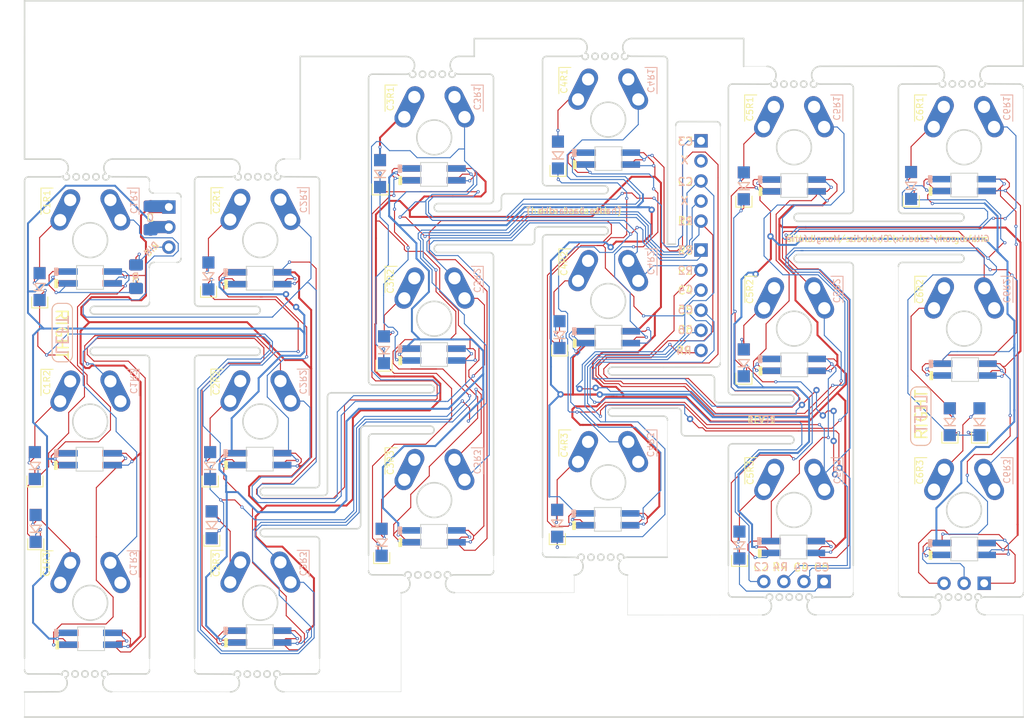
<source format=kicad_pcb>
(kicad_pcb (version 20211014) (generator pcbnew)
  (title_block (title "Charbdis Mangleform (3x6)") (rev "Rev 1") (company "Github.com/scaarix"))
  (layers (0 "F.Cu" signal) (31 "B.Cu" signal) (34 "B.Paste" user) (35 "F.Paste" user) (36 "B.SilkS" user "B.Silkscreen") (37 "F.SilkS" user "F.Silkscreen") (38 "B.Mask" user) (39 "F.Mask" user) (44 "Edge.Cuts" user))
  (net 0 "")
  (net 1 "col1")
  (net 2 "col2")
  (net 3 "Net-(D9-Pad2)")
  (net 4 "col3")
  (net 5 "Net-(D10-Pad2)")
  (net 6 "Net-(D11-Pad2)")
  (net 7 "Net-(D12-Pad2)")
  (net 8 "Net-(D14-Pad2)")
  (net 9 "col4")
  (net 10 "Net-(D15-Pad2)")
  (net 11 "Net-(D16-Pad2)")
  (net 12 "Net-(D17-Pad2)")
  (net 13 "col5")
  (net 14 "col6")
  (net 15 "row3")
  (net 16 "row2")
  (net 17 "row4")
  (net 18 "row5")
  (net 19 "Net-(D13-Pad2)")
  (net 20 "Net-(D1-Pad2)")
  (net 21 "Vcc")
  (net 22 "Net-(D28-Pad3)")
  (net 23 "Net-(D18-Pad3)")
  (net 24 "Net-(D18-Pad1)")
  (net 25 "Net-(D28-Pad1)")
  (net 26 "Net-(D32-Pad2)")
  (net 27 "Net-(D5-Pad1)")
  (net 28 "Net-(D33-Pad3)")
  (net 29 "Net-(D21-Pad3)")
  (net 30 "Net-(D2-Pad2)")
  (net 31 "Net-(D19-Pad2)")
  (net 32 "Net-(D21-Pad1)")
  (net 33 "Net-(D23-Pad1)")
  (net 34 "Net-(D25-Pad1)")
  (net 35 "Net-(D37-Pad1)")
  (net 36 "Net-(D39-Pad1)")
  (net 37 "Net-(D41-Pad1)")
  (net 38 "Net-(D20-Pad2)")
  (net 39 "Net-(D27-Pad2)")
  (net 40 "Net-(D47-Pad1)")
  (net 41 "Net-(D49-Pad1)")
  (net 42 "Net-(D51-Pad1)")
  (net 43 "Net-(D31-Pad2)")
  (net 44 "Net-(D55-Pad1)")
  (net 45 "Net-(D57-Pad1)")
  (net 46 "Gnd")
  (net 47 "Din")
  (net 48 "Dout")
  (net 49 "Net-(D35-Pad2)")
  (net 50 "Net-(D36-Pad2)")
  (net 51 "Net-(J2-Pad2)")
  (footprint "custom:Diode_TH_SOD123" (layer "F.Cu") (at 37.3252 90.1644 90)
    (fp_text reference "D2" hide)
    (fp_text value "D")
  )
  (footprint "libs2:YS-SK6812MINI-E_REVERSE" (layer "F.Cu") (at 154.255999 72.317998)
    (fp_text reference "D55" hide)
    (fp_text value "SK6812MINI")
    (fp_line (start 1.7 -1.5) (end -1.7 -1.5) (layer "Edge.Cuts") (width 0.12))
    (fp_line (start -1.7 -1.5) (end -1.7 1.5) (layer "Edge.Cuts") (width 0.12))
    (fp_line (start -1.7 1.5) (end 1.7 1.5) (layer "Edge.Cuts") (width 0.12))
    (fp_line (start 1.7 1.5) (end 1.7 -1.5) (layer "Edge.Cuts") (width 0.12))
  )
  (footprint "custom:Diode_TH_SOD123" (layer "F.Cu") (at 125.8252 122.8644 90)
    (fp_text reference "D31" hide)
    (fp_text value "D")
  )
  (footprint "custom:Diode_TH_SOD123" (layer "F.Cu") (at 102.8752 73.5144 90)
    (fp_text reference "D13" hide)
    (fp_text value "D")
  )
  (footprint "libs2:YS-SK6812MINI-E_REVERSE" (layer "F.Cu") (at 43.84 129.73)
    (fp_text reference "D18" hide)
    (fp_text value "SK6812MINI")
    (fp_line (start -1.7 1.5) (end 1.7 1.5) (layer "Edge.Cuts") (width 0.12))
    (fp_line (start 1.7 -1.5) (end -1.7 -1.5) (layer "Edge.Cuts") (width 0.12))
    (fp_line (start 1.7 1.5) (end 1.7 -1.5) (layer "Edge.Cuts") (width 0.12))
    (fp_line (start -1.7 -1.5) (end -1.7 1.5) (layer "Edge.Cuts") (width 0.12))
  )
  (footprint "Connector_PinHeader_2.54mm:PinHeader_1x03_P2.54mm_Vertical" (layer "F.Cu") (at 53.67 75.1)
    (fp_text reference "J3" hide)
    (fp_text value "Conn_01x03_Female")
  )
  (footprint "libs2:YS-SK6812MINI-E_REVERSE" (layer "F.Cu") (at 87.206 93.767999)
    (fp_text reference "D23" hide)
    (fp_text value "SK6812MINI")
    (fp_line (start -1.7 -1.5) (end -1.7 1.5) (layer "Edge.Cuts") (width 0.12))
    (fp_line (start 1.7 1.5) (end 1.7 -1.5) (layer "Edge.Cuts") (width 0.12))
    (fp_line (start 1.7 -1.5) (end -1.7 -1.5) (layer "Edge.Cuts") (width 0.12))
    (fp_line (start -1.7 1.5) (end 1.7 1.5) (layer "Edge.Cuts") (width 0.12))
  )
  (footprint "custom:Diode_TH_SOD123" (layer "F.Cu") (at 59.084 120.306 90)
    (fp_text reference "D12" hide)
    (fp_text value "D")
  )
  (footprint "custom:Diode_TH_SOD123" (layer "F.Cu") (at 80.8752 98.1644 90)
    (fp_text reference "D19" hide)
    (fp_text value "D")
  )
  (footprint "Capacitor_SMD:C_1206_3216Metric_Pad1.42x1.75mm_HandSolder" (layer "F.Cu") (at 51.35 76.47 -90)
    (fp_text reference "C1" hide)
    (fp_text value "C")
  )
  (footprint "custom:Diode_TH_SOD123" (layer "F.Cu") (at 103.071482 96.2452 90)
    (fp_text reference "D27" hide)
    (fp_text value "D")
  )
  (footprint "custom:Diode_TH_SOD123" (layer "F.Cu") (at 36.7252 112.8144 90)
    (fp_text reference "D10" hide)
    (fp_text value "D")
  )
  (footprint "libs2:YS-SK6812MINI-E_REVERSE" (layer "F.Cu") (at 132.756 95.068)
    (fp_text reference "D49" hide)
    (fp_text value "SK6812MINI")
    (fp_line (start 1.7 1.5) (end 1.7 -1.5) (layer "Edge.Cuts") (width 0.12))
    (fp_line (start -1.7 -1.5) (end -1.7 1.5) (layer "Edge.Cuts") (width 0.12))
    (fp_line (start 1.7 -1.5) (end -1.7 -1.5) (layer "Edge.Cuts") (width 0.12))
    (fp_line (start -1.7 1.5) (end 1.7 1.5) (layer "Edge.Cuts") (width 0.12))
  )
  (footprint "libs2:YS-SK6812MINI-E_REVERSE" (layer "F.Cu") (at 65.165999 106.997999)
    (fp_text reference "D7" hide)
    (fp_text value "SK6812MINI")
    (fp_line (start 1.7 -1.5) (end -1.7 -1.5) (layer "Edge.Cuts") (width 0.12))
    (fp_line (start -1.7 -1.5) (end -1.7 1.5) (layer "Edge.Cuts") (width 0.12))
    (fp_line (start 1.7 1.5) (end 1.7 -1.5) (layer "Edge.Cuts") (width 0.12))
    (fp_line (start -1.7 1.5) (end 1.7 1.5) (layer "Edge.Cuts") (width 0.12))
  )
  (footprint "customs:PinHeader_1x05_P2.54mm_Vertical" (layer "F.Cu") (at 120.9608 66.719199)
    (fp_text reference "J2" hide)
    (fp_text value "Conn_01x05_Female")
  )
  (footprint "libs2:YS-SK6812MINI-E_REVERSE" (layer "F.Cu") (at 109.181 114.617999)
    (fp_text reference "D37" hide)
    (fp_text value "SK6812MINI")
    (fp_line (start -1.7 1.5) (end 1.7 1.5) (layer "Edge.Cuts") (width 0.12))
    (fp_line (start -1.7 -1.5) (end -1.7 1.5) (layer "Edge.Cuts") (width 0.12))
    (fp_line (start 1.7 -1.5) (end -1.7 -1.5) (layer "Edge.Cuts") (width 0.12))
    (fp_line (start 1.7 1.5) (end 1.7 -1.5) (layer "Edge.Cuts") (width 0.12))
  )
  (footprint "Connector_PinHeader_2.54mm:PinHeader_1x06_P2.54mm_Vertical" (layer "F.Cu") (at 120.9608 80.536799)
    (fp_text reference "J4" hide)
    (fp_text value "Conn_01x06_Female")
  )
  (footprint "Connector_PinHeader_2.54mm:PinHeader_1x03_P2.54mm_Vertical" (layer "F.Cu") (at 156.774799 122.704398 -90)
    (fp_text reference "J5" hide)
    (fp_text value "Conn_01x03_Female" hide)
  )
  (footprint "libs2:YS-SK6812MINI-E_REVERSE" (layer "F.Cu") (at 109.256 68.967999)
    (fp_text reference "D41" hide)
    (fp_text value "SK6812MINI")
    (fp_line (start -1.7 1.5) (end 1.7 1.5) (layer "Edge.Cuts") (width 0.12))
    (fp_line (start -1.7 -1.5) (end -1.7 1.5) (layer "Edge.Cuts") (width 0.12))
    (fp_line (start 1.7 -1.5) (end -1.7 -1.5) (layer "Edge.Cuts") (width 0.12))
    (fp_line (start 1.7 1.5) (end 1.7 -1.5) (layer "Edge.Cuts") (width 0.12))
  )
  (footprint "custom:Diode_TH_SOD123" (layer "F.Cu") (at 80.3752 75.8644 90)
    (fp_text reference "D11" hide)
    (fp_text value "D")
  )
  (footprint "Resistor_SMD:R_1206_3216Metric_Pad1.42x1.75mm_HandSolder" (layer "F.Cu") (at 49.51 83.9 -90)
    (fp_text reference "R2" hide)
    (fp_text value "R")
  )
  (footprint "custom:Diode_TH_SOD123" (layer "F.Cu") (at 126.3752 99.8144 90)
    (fp_text reference "D32" hide)
    (fp_text value "D")
  )
  (footprint "custom:Diode_TH_SOD123" (layer "F.Cu") (at 58.6752 88.8144 90)
    (fp_text reference "D9" hide)
    (fp_text value "D")
  )
  (footprint "libs2:YS-SK6812MINI-E_REVERSE" (layer "F.Cu") (at 43.65 107.01)
    (fp_text reference "D4" hide)
    (fp_text value "SK6812MINI")
    (fp_line (start -1.7 1.5) (end 1.7 1.5) (layer "Edge.Cuts") (width 0.12))
    (fp_line (start -1.7 -1.5) (end -1.7 1.5) (layer "Edge.Cuts") (width 0.12))
    (fp_line (start 1.7 -1.5) (end -1.7 -1.5) (layer "Edge.Cuts") (width 0.12))
    (fp_line (start 1.7 1.5) (end 1.7 -1.5) (layer "Edge.Cuts") (width 0.12))
  )
  (footprint "custom:Diode_TH_SOD123" (layer "F.Cu") (at 80.5752 122.5144 90)
    (fp_text reference "D17" hide)
    (fp_text value "D")
  )
  (footprint "libs2:YS-SK6812MINI-E_REVERSE" (layer "F.Cu") (at 87.206 116.767999)
    (fp_text reference "D25" hide)
    (fp_text value "SK6812MINI")
    (fp_line (start 1.7 -1.5) (end -1.7 -1.5) (layer "Edge.Cuts") (width 0.12))
    (fp_line (start 1.7 1.5) (end 1.7 -1.5) (layer "Edge.Cuts") (width 0.12))
    (fp_line (start -1.7 1.5) (end 1.7 1.5) (layer "Edge.Cuts") (width 0.12))
    (fp_line (start -1.7 -1.5) (end -1.7 1.5) (layer "Edge.Cuts") (width 0.12))
  )
  (footprint "custom:Diode_TH_SOD123" (layer "F.Cu") (at 126.3752 77.4144 90)
    (fp_text reference "D14" hide)
    (fp_text value "D")
  )
  (footprint "Connector_PinHeader_2.54mm:PinHeader_1x04_P2.54mm_Vertical" (layer "F.Cu") (at 136.5252 122.484398 -90)
    (fp_text reference "J1" hide)
    (fp_text value "Conn_01x04_Female")
  )
  (footprint "custom:Diode_TH_SOD123" (layer "F.Cu") (at 102.7752 120.1144 90)
    (fp_text reference "D20" hide)
    (fp_text value "D")
  )
  (footprint "libs2:YS-SK6812MINI-E_REVERSE" (layer "F.Cu") (at 154.255999 118.367998)
    (fp_text reference "D59" hide)
    (fp_text value "SK6812MINI" hide)
    (fp_line (start -1.7 -1.5) (end -1.7 1.5) (layer "Edge.Cuts") (width 0.12))
    (fp_line (start 1.7 -1.5) (end -1.7 -1.5) (layer "Edge.Cuts") (width 0.12))
    (fp_line (start 1.7 1.5) (end 1.7 -1.5) (layer "Edge.Cuts") (width 0.12))
    (fp_line (start -1.7 1.5) (end 1.7 1.5) (layer "Edge.Cuts") (width 0.12))
  )
  (footprint "libs2:YS-SK6812MINI-E_REVERSE" (layer "F.Cu") (at 154.355999 95.667998)
    (fp_text reference "D57" hide)
    (fp_text value "SK6812MINI")
    (fp_line (start -1.7 1.5) (end 1.7 1.5) (layer "Edge.Cuts") (width 0.12))
    (fp_line (start 1.7 1.5) (end 1.7 -1.5) (layer "Edge.Cuts") (width 0.12))
    (fp_line (start -1.7 -1.5) (end -1.7 1.5) (layer "Edge.Cuts") (width 0.12))
    (fp_line (start 1.7 -1.5) (end -1.7 -1.5) (layer "Edge.Cuts") (width 0.12))
  )
  (footprint "custom:Diode_TH_SOD123" (layer "F.Cu") (at 36.8252 120.7644 90)
    (fp_text reference "D1" hide)
    (fp_text value "D")
  )
  (footprint "libs2:YS-SK6812MINI-E_REVERSE" (layer "F.Cu") (at 109.256 91.567999)
    (fp_text reference "D39" hide)
    (fp_text value "SK6812MINI")
    (fp_line (start -1.7 1.5) (end 1.7 1.5) (layer "Edge.Cuts") (width 0.12))
    (fp_line (start 1.7 1.5) (end 1.7 -1.5) (layer "Edge.Cuts") (width 0.12))
    (fp_line (start 1.7 -1.5) (end -1.7 -1.5) (layer "Edge.Cuts") (width 0.12))
    (fp_line (start -1.7 -1.5) (end -1.7 1.5) (layer "Edge.Cuts") (width 0.12))
  )
  (footprint "libs2:YS-SK6812MINI-E_REVERSE" (layer "F.Cu") (at 65.165999 84.107999)
    (fp_text reference "D33" hide)
    (fp_text value "SK6812MINI")
    (fp_line (start -1.7 1.5) (end 1.7 1.5) (layer "Edge.Cuts") (width 0.12))
    (fp_line (start 1.7 -1.5) (end -1.7 -1.5) (layer "Edge.Cuts") (width 0.12))
    (fp_line (start 1.7 1.5) (end 1.7 -1.5) (layer "Edge.Cuts") (width 0.12))
    (fp_line (start -1.7 -1.5) (end -1.7 1.5) (layer "Edge.Cuts") (width 0.12))
  )
  (footprint "custom:Diode_TH_SOD123" (layer "F.Cu") (at 156.1752 107.2644 90)
    (fp_text reference "D35" hide)
    (fp_text value "D")
  )
  (footprint "custom:Diode_TH_SOD123" (layer "F.Cu") (at 58.889893 112.8144 90)
    (fp_text reference "D15" hide)
    (fp_text value "D")
  )
  (footprint "libs2:YS-SK6812MINI-E_REVERSE" (layer "F.Cu") (at 43.7 84.01)
    (fp_text reference "D3" hide)
    (fp_text value "SK6812MINI")
    (fp_line (start -1.7 -1.5) (end -1.7 1.5) (layer "Edge.Cuts") (width 0.12))
    (fp_line (start -1.7 1.5) (end 1.7 1.5) (layer "Edge.Cuts") (width 0.12))
    (fp_line (start 1.7 -1.5) (end -1.7 -1.5) (layer "Edge.Cuts") (width 0.12))
    (fp_line (start 1.7 1.5) (end 1.7 -1.5) (layer "Edge.Cuts") (width 0.12))
  )
  (footprint "libs2:YS-SK6812MINI-E_REVERSE" (layer "F.Cu") (at 132.656 118.118)
    (fp_text reference "D51" hide)
    (fp_text value "SK6812MINI")
    (fp_line (start -1.7 1.5) (end 1.7 1.5) (layer "Edge.Cuts") (width 0.12))
    (fp_line (start -1.7 -1.5) (end -1.7 1.5) (layer "Edge.Cuts") (width 0.12))
    (fp_line (start 1.7 -1.5) (end -1.7 -1.5) (layer "Edge.Cuts") (width 0.12))
    (fp_line (start 1.7 1.5) (end 1.7 -1.5) (layer "Edge.Cuts") (width 0.12))
  )
  (footprint "custom:Diode_TH_SOD123" (layer "F.Cu") (at 147.5252 77.3644 90)
    (fp_text reference "D16" hide)
    (fp_text value "D")
  )
  (footprint "custom:Diode_TH_SOD123" (layer "F.Cu") (at 152.4252 107.2644 90)
    (fp_text reference "D36" hide)
    (fp_text value "D")
  )
  (footprint "libs2:YS-SK6812MINI-E_REVERSE" (layer "F.Cu") (at 65.1652 129.4544)
    (fp_text reference "D5" hide)
    (fp_text value "SK6812MINI")
    (fp_line (start -1.7 1.5) (end 1.7 1.5) (layer "Edge.Cuts") (width 0.12))
    (fp_line (start 1.7 -1.5) (end -1.7 -1.5) (layer "Edge.Cuts") (width 0.12))
    (fp_line (start 1.7 1.5) (end 1.7 -1.5) (layer "Edge.Cuts") (width 0.12))
    (fp_line (start -1.7 -1.5) (end -1.7 1.5) (layer "Edge.Cuts") (width 0.12))
  )
  (footprint "libs2:YS-SK6812MINI-E_REVERSE" (layer "F.Cu") (at 87.206 70.967999)
    (fp_text reference "D21" hide)
    (fp_text value "SK6812MINI")
    (fp_line (start -1.7 1.5) (end 1.7 1.5) (layer "Edge.Cuts") (width 0.12))
    (fp_line (start 1.7 -1.5) (end -1.7 -1.5) (layer "Edge.Cuts") (width 0.12))
    (fp_line (start 1.7 1.5) (end 1.7 -1.5) (layer "Edge.Cuts") (width 0.12))
    (fp_line (start -1.7 -1.5) (end -1.7 1.5) (layer "Edge.Cuts") (width 0.12))
  )
  (footprint "libs2:YS-SK6812MINI-E_REVERSE" (layer "F.Cu") (at 132.756 72.368)
    (fp_text reference "D47" hide)
    (fp_text value "SK6812MINI")
    (fp_line (start 1.7 -1.5) (end -1.7 -1.5) (layer "Edge.Cuts") (width 0.12))
    (fp_line (start -1.7 1.5) (end 1.7 1.5) (layer "Edge.Cuts") (width 0.12))
    (fp_line (start 1.7 1.5) (end 1.7 -1.5) (layer "Edge.Cuts") (width 0.12))
    (fp_line (start -1.7 -1.5) (end -1.7 1.5) (layer "Edge.Cuts") (width 0.12))
  )
  (footprint "libs2:YS-SK6812MINI-E_REVERSE_NO_EDGECUT" (layer "B.Cu") (at 43.75 107.01)
    (fp_text reference "D29" hide)
    (fp_text value "SK6812MINI")
  )
  (footprint "Capacitor_SMD:C_1206_3216Metric_Pad1.42x1.75mm_HandSolder" (layer "B.Cu") (at 51.36 76.48 -90)
    (fp_text reference "C2" hide)
    (fp_text value "C")
  )
  (footprint "libs2:YS-SK6812MINI-E_REVERSE_NO_EDGECUT" (layer "B.Cu") (at 132.756 72.368)
    (fp_text reference "D48" hide)
    (fp_text value "SK6812MINI")
  )
  (footprint "custom:SW_MX_reversible" (layer "B.Cu") (at 87.2534 112.1532 180)
    (fp_text reference "SW12" hide)
    (fp_text value "SW_Push")
  )
  (footprint "libs2:YS-SK6812MINI-E_REVERSE_NO_EDGECUT" (layer "B.Cu") (at 109.181 114.617999)
    (fp_text reference "D38" hide)
    (fp_text value "SK6812MINI")
  )
  (footprint "custom:SW_MX_reversible" (layer "B.Cu") (at 65.241599 102.1964 180)
    (fp_text reference "SW7" hide)
    (fp_text value "SW_Push")
  )
  (footprint "custom:SW_MX_reversible" (layer "B.Cu") (at 109.2244 86.9818 180)
    (fp_text reference "SW16" hide)
    (fp_text value "SW_Push")
  )
  (footprint "custom:SW_MX_reversible" (layer "B.Cu") (at 132.7464 90.4428 180)
    (fp_text reference "SW21" hide)
    (fp_text value "SW_Push")
  )
  (footprint "libs2:YS-SK6812MINI-E_REVERSE_NO_EDGECUT" (layer "B.Cu") (at 43.75 84.01)
    (fp_text reference "D28" hide)
    (fp_text value "SK6812MINI")
  )
  (footprint "libs2:YS-SK6812MINI-E_REVERSE_NO_EDGECUT" (layer "B.Cu") (at 87.206 93.767999)
    (fp_text reference "D24" hide)
    (fp_text value "SK6812MINI")
  )
  (footprint "custom:SW_MX_reversible" (layer "B.Cu") (at 87.2534 89.1916 180)
    (fp_text reference "SW11" hide)
    (fp_text value "SW_Push")
  )
  (footprint "libs2:YS-SK6812MINI-E_REVERSE_NO_EDGECUT" (layer "B.Cu") (at 43.75 129.73)
    (fp_text reference "D30" hide)
    (fp_text value "SK6812MINI")
  )
  (footprint "libs2:YS-SK6812MINI-E_REVERSE_NO_EDGECUT" (layer "B.Cu") (at 65.1652 129.4544)
    (fp_text reference "D6" hide)
    (fp_text value "SK6812MINI")
  )
  (footprint "libs2:YS-SK6812MINI-E_REVERSE_NO_EDGECUT" (layer "B.Cu") (at 132.756 95.068)
    (fp_text reference "D50" hide)
    (fp_text value "SK6812MINI")
  )
  (footprint "libs2:YS-SK6812MINI-E_REVERSE_NO_EDGECUT" (layer "B.Cu") (at 87.206 70.967999)
    (fp_text reference "D22" hide)
    (fp_text value "SK6812MINI")
  )
  (footprint "custom:SW_MX_reversible" (layer "B.Cu") (at 109.2244 109.8926 180)
    (fp_text reference "SW17" hide)
    (fp_text value "SW_Push")
  )
  (footprint "libs2:YS-SK6812MINI-E_REVERSE_NO_EDGECUT" (layer "B.Cu") (at 87.206 116.767999)
    (fp_text reference "D26" hide)
    (fp_text value "SK6812MINI")
  )
  (footprint "libs2:YS-SK6812MINI-E_REVERSE_NO_EDGECUT" (layer "B.Cu") (at 109.256 68.967999)
    (fp_text reference "D42" hide)
    (fp_text value "SK6812MINI")
  )
  (footprint "custom:SW_MX_reversible" (layer "B.Cu") (at 109.2244 64.0202 180)
    (fp_text reference "SW15" hide)
    (fp_text value "SW_Push")
  )
  (footprint "libs2:YS-SK6812MINI-E_REVERSE_NO_EDGECUT" (layer "B.Cu") (at 65.165999 84.107999)
    (fp_text reference "D34" hide)
    (fp_text value "SK6812MINI")
  )
  (footprint "libs2:YS-SK6812MINI-E_REVERSE_NO_EDGECUT" (layer "B.Cu") (at 154.255999 118.367998)
    (fp_text reference "D60" hide)
    (fp_text value "SK6812MINI")
  )
  (footprint "custom:SW_MX_reversible" (layer "B.Cu") (at 154.209399 67.506598 180)
    (fp_text reference "SW24" hide)
    (fp_text value "SW_Push")
  )
  (footprint "Resistor_SMD:R_1206_3216Metric_Pad1.42x1.75mm_HandSolder" (layer "B.Cu") (at 49.53 83.9075 -90)
    (fp_text reference "R1" hide)
    (fp_text value "R")
  )
  (footprint "libs2:YS-SK6812MINI-E_REVERSE_NO_EDGECUT" (layer "B.Cu") (at 154.255999 72.317998)
    (fp_text reference "D56" hide)
    (fp_text value "SK6812MINI")
  )
  (footprint "custom:SW_MX_reversible" (layer "B.Cu") (at 65.241599 125.1326 180)
    (fp_text reference "SW8" hide)
    (fp_text value "SW_Push")
  )
  (footprint "custom:SW_MX_reversible" (layer "B.Cu") (at 87.2534 66.2554 180)
    (fp_text reference "SW10" hide)
    (fp_text value "SW_Push")
  )
  (footprint "custom:SW_MX_reversible" (layer "B.Cu") (at 154.234799 90.442798 180)
    (fp_text reference "SW25" hide)
    (fp_text value "SW_Push")
  )
  (footprint "custom:SW_MX_reversible" (layer "B.Cu") (at 154.234799 113.404398 180)
    (fp_text reference "SW26" hide)
    (fp_text value "SW_Push" hide)
  )
  (footprint "libs2:YS-SK6812MINI-E_REVERSE_NO_EDGECUT" (layer "B.Cu") (at 132.656 118.118)
    (fp_text reference "D52" hide)
    (fp_text value "SK6812MINI")
  )
  (footprint "custom:SW_MX_reversible" (layer "B.Cu") (at 132.721 67.5066 180)
    (fp_text reference "SW20" hide)
    (fp_text value "SW_Push")
  )
  (footprint "custom:SW_MX_reversible" (layer "B.Cu") (at 43.7372 79.292201 180)
    (fp_text reference "SW2" hide)
    (fp_text value "SW_Push")
  )
  (footprint "custom:SW_MX_reversible" (layer "B.Cu") (at 132.7464 113.4044 180)
    (fp_text reference "SW22" hide)
    (fp_text value "SW_Push")
  )
  (footprint "libs2:YS-SK6812MINI-E_REVERSE_NO_EDGECUT" (layer "B.Cu") (at 65.165999 106.997999)
    (fp_text reference "D8" hide)
    (fp_text value "SK6812MINI")
  )
  (footprint "custom:SW_MX_reversible" (layer "B.Cu") (at 65.241599 79.2348 180)
    (fp_text reference "SW6" hide)
    (fp_text value "SW_Push")
  )
  (footprint "libs2:YS-SK6812MINI-E_REVERSE_NO_EDGECUT" (layer "B.Cu") (at 154.355999 95.667998)
    (fp_text reference "D58" hide)
    (fp_text value "SK6812MINI")
  )
  (footprint "libs2:YS-SK6812MINI-E_REVERSE_NO_EDGECUT" (layer "B.Cu") (at 109.256 91.567999)
    (fp_text reference "D40" hide)
    (fp_text value "SK6812MINI")
  )
  (footprint "custom:SW_MX_reversible" (layer "B.Cu") (at 43.7372 102.228401 180)
    (fp_text reference "SW3" hide)
    (fp_text value "SW_Push")
  )
  (footprint "custom:SW_MX_reversible" (layer "B.Cu") (at 43.7372 125.190001 180)
    (fp_text reference "SW4" hide)
    (fp_text value "SW_Push")
  )
  (gr_line (start 147.471005 104.46622) (end 147.471005 98.64122) (layer "B.SilkS") (width 0.12))
  (gr_arc (start 147.471005 98.64122) (mid 147.701793 98.097968) (end 148.242083 97.860331) (layer "B.SilkS") (width 0.12))
  (gr_line (start 38.907916 93.893591) (end 38.907917 88.068591) (layer "B.SilkS") (width 0.12))
  (gr_line (start 149.261194 97.860331) (end 148.242083 97.860331) (layer "B.SilkS") (width 0.12))
  (gr_line (start 150.042084 98.656409) (end 150.042083 104.481409) (layer "B.SilkS") (width 0.12))
  (gr_line (start 41.478995 88.08378) (end 41.478995 93.90878) (layer "B.SilkS") (width 0.12))
  (gr_arc (start 40.698106 87.287702) (mid 41.25 87.527372) (end 41.478996 88.08378) (layer "B.SilkS") (width 0.12))
  (gr_arc (start 38.907917 88.068591) (mid 39.138705 87.525339) (end 39.678995 87.287702) (layer "B.SilkS") (width 0.12))
  (gr_arc (start 149.261194 97.860331) (mid 149.813088 98.100001) (end 150.042084 98.656409) (layer "B.SilkS") (width 0.12))
  (gr_arc (start 39.688806 94.689669) (mid 39.136912 94.449999) (end 38.907916 93.893591) (layer "B.SilkS") (width 0.12))
  (gr_line (start 39.688806 94.689669) (end 40.707917 94.689669) (layer "B.SilkS") (width 0.12))
  (gr_arc (start 41.478995 93.90878) (mid 41.248207 94.452032) (end 40.707917 94.689669) (layer "B.SilkS") (width 0.12))
  (gr_line (start 148.251894 105.262298) (end 149.271005 105.262298) (layer "B.SilkS") (width 0.12))
  (gr_line (start 40.698106 87.287702) (end 39.678995 87.287702) (layer "B.SilkS") (width 0.12))
  (gr_arc (start 148.251894 105.262298) (mid 147.7 105.022628) (end 147.471004 104.46622) (layer "B.SilkS") (width 0.12))
  (gr_arc (start 150.042083 104.481409) (mid 149.811295 105.024661) (end 149.271005 105.262298) (layer "B.SilkS") (width 0.12))
  (gr_line (start 147.471005 98.656408) (end 147.471005 104.481408) (layer "F.SilkS") (width 0.12))
  (gr_arc (start 150.042084 104.466219) (mid 149.813088 105.022627) (end 149.261194 105.262297) (layer "F.SilkS") (width 0.12))
  (gr_arc (start 39.678995 94.68967) (mid 39.138705 94.452032) (end 38.907917 93.908781) (layer "F.SilkS") (width 0.12))
  (gr_line (start 148.251894 97.86033) (end 149.271005 97.86033) (layer "F.SilkS") (width 0.12))
  (gr_arc (start 147.471004 98.656408) (mid 147.7 98.1) (end 148.251894 97.86033) (layer "F.SilkS") (width 0.12))
  (gr_line (start 149.261194 105.262297) (end 148.242083 105.262297) (layer "F.SilkS") (width 0.12))
  (gr_arc (start 149.271005 97.86033) (mid 149.811295 98.097968) (end 150.042083 98.641219) (layer "F.SilkS") (width 0.12))
  (gr_line (start 38.907916 88.083781) (end 38.907917 93.908781) (layer "F.SilkS") (width 0.12))
  (gr_arc (start 41.478996 93.893592) (mid 41.25 94.45) (end 40.698106 94.68967) (layer "F.SilkS") (width 0.12))
  (gr_line (start 40.698106 94.68967) (end 39.678995 94.68967) (layer "F.SilkS") (width 0.12))
  (gr_arc (start 38.907916 88.083781) (mid 39.136912 87.527373) (end 39.688806 87.287703) (layer "F.SilkS") (width 0.12))
  (gr_line (start 41.478995 93.893592) (end 41.478995 88.068592) (layer "F.SilkS") (width 0.12))
  (gr_arc (start 148.242083 105.262297) (mid 147.701793 105.024659) (end 147.471005 104.481408) (layer "F.SilkS") (width 0.12))
  (gr_arc (start 40.707917 87.287703) (mid 41.248207 87.525341) (end 41.478995 88.068592) (layer "F.SilkS") (width 0.12))
  (gr_line (start 39.688806 87.287703) (end 40.707917 87.287703) (layer "F.SilkS") (width 0.12))
  (gr_line (start 150.042084 104.466219) (end 150.042083 98.641219) (layer "F.SilkS") (width 0.12))
  (gr_arc (start 46.579963 71.272219) (mid 46.32787 71.244062) (end 46.088493 71.160141) (layer "Edge.Cuts") (width 0.2))
  (gr_line (start 99.4252 79.859399) (end 87.7252 79.859399) (layer "Edge.Cuts") (width 0.2))
  (gr_circle (center 131.453005 59.548363) (end 131.853005 59.548363) (layer "Edge.Cuts") (width 0.2) (fill none))
  (gr_line (start 118.9752 104.059399) (end 132.2252 104.059399) (layer "Edge.Cuts") (width 0.2))
  (gr_arc (start 134.638702 124.85711) (mid 134.376872 124.142071) (end 135.006922 124.569685) (layer "Edge.Cuts") (width 0.2))
  (gr_line (start 83.036926 123.905776) (end 83.0352 136.4444) (layer "Edge.Cuts") (width 0.05))
  (gr_arc (start 46.441924 136.428104) (mid 45.420601 135.779062) (end 45.578699 134.579328) (layer "Edge.Cuts") (width 0.2))
  (gr_arc (start 116.2252 101.5594) (mid 116.578753 101.705847) (end 116.7252 102.0594) (layer "Edge.Cuts") (width 0.2))
  (gr_line (start 140.2252 82.609399) (end 140.2252 120.434398) (layer "Edge.Cuts") (width 0.2))
  (gr_arc (start 50.725201 93.859399) (mid 51.078754 94.005846) (end 51.225201 94.359399) (layer "Edge.Cuts") (width 0.2))
  (gr_line (start 90.373 58.284) (end 94.2252 58.2844) (layer "Edge.Cuts") (width 0.2))
  (gr_arc (start 83.52447 121.767858) (mid 84.153023 121.338084) (end 83.893691 122.053997) (layer "Edge.Cuts") (width 0.2))
  (gr_circle (center 43.20497 71.27811) (end 43.60497 71.27811) (layer "Edge.Cuts") (width 0.2) (fill none))
  (gr_arc (start 105.439071 53.784005) (mid 106.460394 54.433047) (end 106.302296 55.632781) (layer "Edge.Cuts") (width 0.2))
  (gr_arc (start 72.2252 116.809398) (mid 72.578753 116.955845) (end 72.7252 117.309398) (layer "Edge.Cuts") (width 0.2))
  (gr_arc (start 62.323692 134.600203) (mid 62.485977 135.799378) (end 61.466926 136.451983) (layer "Edge.Cuts") (width 0.2))
  (gr_line (start 124.4252 105.5594) (end 124.4252 120.434398) (layer "Edge.Cuts") (width 0.2))
  (gr_arc (start 87.7252 75.659401) (mid 87.225199 75.1594) (end 87.7252 74.659399) (layer "Edge.Cuts") (width 0.2))
  (gr_line (start 54.71 82.100002) (end 51.8 82.100002) (layer "Edge.Cuts") (width 0.05))
  (gr_arc (start 40.179477 134.301968) (mid 40.80803 133.872194) (end 40.548698 134.588107) (layer "Edge.Cuts") (width 0.2))
  (gr_arc (start 86.736 97.609399) (mid 87.236 98.109399) (end 86.736 98.609399) (layer "Edge.Cuts") (width 0.2))
  (gr_arc (start 72.725201 133.684399) (mid 72.578754 134.037952) (end 72.225201 134.184399) (layer "Edge.Cuts") (width 0.2))
  (gr_arc (start 118.9752 104.059399) (mid 118.621647 103.912952) (end 118.4752 103.559399) (layer "Edge.Cuts") (width 0.2))
  (gr_arc (start 62.039084 71.164) (mid 61.800002 71.248756) (end 61.548008 71.277793) (layer "Edge.Cuts") (width 0.2))
  (gr_arc (start 124.4252 105.5594) (mid 124.571647 105.205847) (end 124.9252 105.0594) (layer "Edge.Cuts") (width 0.2))
  (gr_circle (center 109.2252 86.9844) (end 111.4252 86.9844) (layer "Edge.Cuts") (width 0.2) (fill none))
  (gr_circle (center 133.373001 124.459601) (end 132.973001 124.459601) (layer "Edge.Cuts") (width 0.2) (fill none))
  (gr_line (start 161.7252 139.634398) (end 35.4252 139.634398) (layer "Edge.Cuts") (width 0.2))
  (gr_line (start 101.425201 78.6094) (end 108.7252 78.6094) (layer "Edge.Cuts") (width 0.2))
  (gr_line (start 87.7252 74.659399) (end 94.2252 74.659399) (layer "Edge.Cuts") (width 0.2))
  (gr_arc (start 45.946919 134.291902) (mid 46.186001 134.207146) (end 46.437995 134.178109) (layer "Edge.Cuts") (width 0.2))
  (gr_arc (start 123.403 94.843999) (mid 123.256553 95.197552) (end 122.903 95.343999) (layer "Edge.Cuts") (width 0.2))
  (gr_arc (start 45.719271 70.874003) (mid 45.556985 69.674827) (end 46.576037 69.022223) (layer "Edge.Cuts") (width 0.2))
  (gr_arc (start 94.736482 121.144) (mid 94.590035 121.497553) (end 94.236482 121.644) (layer "Edge.Cuts") (width 0.2))
  (gr_line (start 70.289867 56.044) (end 70.289867 69.014) (layer "Edge.Cuts") (width 0.2))
  (gr_arc (start 117.9752 100.559399) (mid 118.328753 100.705846) (end 118.4752 101.059399) (layer "Edge.Cuts") (width 0.2))
  (gr_arc (start 139.7252 59.534399) (mid 140.082431 59.682535) (end 140.23 60.04) (layer "Edge.Cuts") (width 0.2))
  (gr_line (start 161.7252 54.034401) (end 161.7252 49) (layer "Edge.Cuts") (width 0.2))
  (gr_line (start 35.4252 49) (end 35.423 69.034) (layer "Edge.Cuts") (width 0.2))
  (gr_circle (center 41.954972 71.280291) (end 42.354972 71.280291) (layer "Edge.Cuts") (width 0.2) (fill none))
  (gr_arc (start 145.9252 60.0344) (mid 146.071647 59.680847) (end 146.4252 59.5344) (layer "Edge.Cuts") (width 0.2))
  (gr_line (start 64.725201 87.659399) (end 57.425201 87.659399) (layer "Edge.Cuts") (width 0.2))
  (gr_circle (center 87.657991 121.647708) (end 87.257991 121.647708) (layer "Edge.Cuts") (width 0.2) (fill none))
  (gr_arc (start 78.9252 58.7844) (mid 79.071647 58.430847) (end 79.4252 58.2844) (layer "Edge.Cuts") (width 0.2))
  (gr_line (start 35.9252 71.2844) (end 39.829975 71.284) (layer "Edge.Cuts") (width 0.2))
  (gr_line (start 79.4252 103.8094) (end 86.713285 103.8094) (layer "Edge.Cuts") (width 0.2))
  (gr_arc (start 153.7252 75.909399) (mid 154.078753 76.055846) (end 154.2252 76.409399) (layer "Edge.Cuts") (width 0.2))
  (gr_arc (start 153.7252 81.109399) (mid 154.078753 81.255846) (end 154.2252 81.609399) (layer "Edge.Cuts") (width 0.2))
  (gr_circle (center 43.063 134.183999) (end 42.663 134.183999) (layer "Edge.Cuts") (width 0.2) (fill none))
  (gr_arc (start 122.1752 96.3594) (mid 122.528753 96.505846) (end 122.675199 96.859399) (layer "Edge.Cuts") (width 0.2))
  (gr_arc (start 135.586526 59.428213) (mid 134.957973 59.857987) (end 135.217305 59.142074) (layer "Edge.Cuts") (width 0.2))
  (gr_circle (center 109.547991 119.413915) (end 109.147991 119.413915) (layer "Edge.Cuts") (width 0.2) (fill none))
  (gr_line (start 95.7252 75.159399) (end 95.7252 73.909399) (layer "Edge.Cuts") (width 0.2))
  (gr_line (start 116.2252 101.559399) (end 109.7252 101.5594) (layer "Edge.Cuts") (width 0.2))
  (gr_arc (start 64.725201 87.659399) (mid 65.078754 87.805846) (end 65.225201 88.159399) (layer "Edge.Cuts") (width 0.2))
  (gr_arc (start 129.819084 59.438279) (mid 129.580002 59.523035) (end 129.328008 59.552072) (layer "Edge.Cuts") (width 0.2))
  (gr_arc (start 99.9252 79.359399) (mid 99.778753 79.712952) (end 99.4252 79.859399) (layer "Edge.Cuts") (width 0.2))
  (gr_line (start 72.225201 134.184399) (end 68.212988 134.190206) (layer "Edge.Cuts") (width 0.2))
  (gr_arc (start 100.9252 56.5344) (mid 101.071647 56.180847) (end 101.4252 56.0344) (layer "Edge.Cuts") (width 0.2))
  (gr_line (start 145.9352 104.054401) (end 145.9252 82.6094) (layer "Edge.Cuts") (width 0.05))
  (gr_arc (start 105.783692 119.820203) (mid 105.945977 121.019378) (end 104.926926 121.671983) (layer "Edge.Cuts") (width 0.2))
  (gr_arc (start 129.608701 124.86589) (mid 129.771017 126.06509) (end 128.751935 126.71767) (layer "Edge.Cuts") (width 0.2))
  (gr_line (start 94.736482 121.144) (end 94.736482 119.144) (layer "Edge.Cuts") (width 0.05))
  (gr_circle (center 152.748009 59.522072) (end 153.148009 59.522072) (layer "Edge.Cuts") (width 0.2) (fill none))
  (gr_line (start 61.463 134.201987) (end 57.4252 134.184399) (layer "Edge.Cuts") (width 0.2))
  (gr_line (start 109.725199 95.359399) (end 116.2252 95.3594) (layer "Edge.Cuts") (width 0.2))
  (gr_arc (start 104.923 119.421987) (mid 105.175093 119.450144) (end 105.41447 119.534065) (layer "Edge.Cuts") (width 0.2))
  (gr_arc (start 64.725202 92.859399) (mid 65.078755 93.005846) (end 65.225201 93.3594) (layer "Edge.Cuts") (width 0.2))
  (gr_arc (start 130.187304 59.150854) (mid 130.449132 59.865857) (end 129.819084 59.438279) (layer "Edge.Cuts") (width 0.2))
  (gr_arc (start 73.725199 111.109399) (mid 73.578753 111.462952) (end 73.2252 111.609398) (layer "Edge.Cuts") (width 0.2))
  (gr_arc (start 140.2252 75.409399) (mid 140.078753 75.762952) (end 139.7252 75.909399) (layer "Edge.Cuts") (width 0.2))
  (gr_line (start 140.23 60.04) (end 140.2252 75.409399) (layer "Edge.Cuts") (width 0.2))
  (gr_arc (start 136.077996 59.540291) (mid 135.825903 59.512134) (end 135.586526 59.428213) (layer "Edge.Cuts") (width 0.2))
  (gr_arc (start 72.7252 110.109399) (mid 72.578753 110.462952) (end 72.2252 110.609399) (layer "Edge.Cuts") (width 0.2))
  (gr_line (start 78.9252 58.7844) (end 78.925201 97.1094) (layer "Edge.Cuts") (width 0.2))
  (gr_line (start 123.403 94.843999) (end 123.413 64.793598) (layer "Edge.Cuts") (width 0.05))
  (gr_line (start 51.225201 71.784401) (end 51.200001 72.830001) (layer "Edge.Cuts") (width 0.05))
  (gr_arc (start 89.88153 58.171922) (mid 89.252977 58.601696) (end 89.512309 57.885783) (layer "Edge.Cuts") (width 0.2))
  (gr_arc (start 128.74801 124.467673) (mid 129.000106 124.495824) (end 129.23948 124.579751) (layer "Edge.Cuts") (width 0.2))
  (gr_line (start 79.4252 97.609399) (end 86.736 97.609399) (layer "Edge.Cuts") (width 0.2))
  (gr_arc (start 151.482308 59.124563) (mid 151.744136 59.839566) (end 151.114088 59.411988) (layer "Edge.Cuts") (width 0.2))
  (gr_line (start 132.2252 99.859399) (end 123.1752 99.859399) (layer "Edge.Cuts") (width 0.2))
  (gr_arc (start 67.437304 70.867796) (mid 67.275019 69.668621) (end 68.29407 69.016016) (layer "Edge.Cuts") (width 0.2))
  (gr_circle (center 153.998007 59.519891) (end 154.398007 59.519891) (layer "Edge.Cuts") (width 0.2) (fill none))
  (gr_circle (center 43.725201 125.184398) (end 45.925201 125.184398) (layer "Edge.Cuts") (width 0.2) (fill none))
  (gr_line (start 78.9252 121.143999) (end 78.9252 119.143999) (layer "Edge.Cuts") (width 0.05))
  (gr_arc (start 124.925201 124.45) (mid 124.571648 124.303553) (end 124.425201 123.95) (layer "Edge.Cuts") (width 0.2))
  (gr_arc (start 150.133 124.45759) (mid 150.385096 124.485739) (end 150.62447 124.569668) (layer "Edge.Cuts") (width 0.2))
  (gr_line (start 94.725201 81.359399) (end 94.736482 119.144) (layer "Edge.Cuts") (width 0.2))
  (gr_circle (center 107.567997 56.030291) (end 107.967997 56.030291) (layer "Edge.Cuts") (width 0.2) (fill none))
  (gr_line (start 86.713285 102.809399) (end 78.4252 102.8094) (layer "Edge.Cuts") (width 0.2))
  (gr_arc (start 44.2252 93.859398) (mid 43.725201 93.359399) (end 44.2252 92.8594) (layer "Edge.Cuts") (width 0.2))
  (gr_line (start 35.423 69.034) (end 39.826046 69.034005) (layer "Edge.Cuts") (width 0.2))
  (gr_circle (center 132.7252 113.434398) (end 134.9252 113.434398) (layer "Edge.Cuts") (width 0.2) (fill none))
  (gr_line (start 100.9252 118.893999) (end 100.9252 116.893999) (layer "Edge.Cuts") (width 0.05))
  (gr_arc (start 133.2252 82.109399) (mid 132.7252 81.609399) (end 133.2252 81.109399) (layer "Edge.Cuts") (width 0.2))
  (gr_arc (start 67.353692 134.591424) (mid 67.091864 133.876421) (end 67.721912 134.303999) (layer "Edge.Cuts") (width 0.2))
  (gr_arc (start 56.9252 71.784399) (mid 57.071647 71.430846) (end 57.425201 71.2844) (layer "Edge.Cuts") (width 0.2))
  (gr_circle (center 86.998007 58.289891) (end 87.398007 58.289891) (layer "Edge.Cuts") (width 0.2) (fill none))
  (gr_arc (start 145.9252 82.6094) (mid 146.071647 82.255847) (end 146.4252 82.1094) (layer "Edge.Cuts") (width 0.2))
  (gr_arc (start 51.225201 133.684398) (mid 51.078754 134.037951) (end 50.725201 134.184398) (layer "Edge.Cuts") (width 0.2))
  (gr_arc (start 89.786917 123.893994) (mid 88.765594 123.244952) (end 88.923692 122.045218) (layer "Edge.Cuts") (width 0.2))
  (gr_line (start 72.7252 110.109399) (end 72.725201 71.7844) (layer "Edge.Cuts") (width 0.2))
  (gr_line (start 124.425199 98.359399) (end 124.4252 60.0344) (layer "Edge.Cuts") (width 0.2))
  (gr_line (start 124.9252 105.0594) (end 132.2252 105.0594) (layer "Edge.Cuts") (width 0.2))
  (gr_circle (center 66.173 71.269721) (end 66.573 71.269721) (layer "Edge.Cuts") (width 0.2) (fill none))
  (gr_line (start 35.4252 133.684399) (end 35.4252 132.184399) (layer "Edge.Cuts") (width 0.05))
  (gr_arc (start 156.391912 124.559602) (mid 156.630996 124.474857) (end 156.882988 124.445809) (layer "Edge.Cuts") (width 0.2))
  (gr_line (start 35.4252 71.7844) (end 35.4252 132.184399) (layer "Edge.Cuts") (width 0.2))
  (gr_arc (start 132.7252 104.5594) (mid 132.578753 104.912953) (end 132.2252 105.0594) (layer "Edge.Cuts") (width 0.2))
  (gr_arc (start 156.88153 59.401922) (mid 156.252977 59.831696) (end 156.512309 59.115783) (layer "Edge.Cuts") (width 0.2))
  (gr_arc (start 35.9252 134.184399) (mid 35.571647 134.037952) (end 35.4252 133.684399) (layer "Edge.Cuts") (width 0.2))
  (gr_arc (start 83.619083 56.045786) (mid 84.640406 56.694828) (end 84.482308 57.894562) (layer "Edge.Cuts") (width 0.2))
  (gr_line (start 111.6752 126.730003) (end 111.676917 121.660201) (layer "Edge.Cuts") (width 0.05))
  (gr_arc (start 54.71 73.330002) (mid 55.063554 73.476449) (end 55.210001 73.830003) (layer "Edge.Cuts") (width 0.2))
  (gr_arc (start 40.689271 70.882782) (mid 40.951081 71.597763) (end 40.321051 71.170207) (layer "Edge.Cuts") (width 0.2))
  (gr_arc (start 150.62447 124.569668) (mid 151.253036 124.139955) (end 150.993691 124.855807) (layer "Edge.Cuts") (width 0.2))
  (gr_arc (start 90.373 58.284) (mid 90.120907 58.255843) (end 89.88153 58.171922) (layer "Edge.Cuts") (width 0.2))
  (gr_line (start 126.360533 53.772223) (end 112.189062 53.772223) (layer "Edge.Cuts") (width 0.2))
  (gr_line (start 68.297996 71.266012) (end 72.225201 71.2844) (layer "Edge.Cuts") (width 0.2))
  (gr_line (start 116.7 119.410798) (end 116.7252 102.0594) (layer "Edge.Cuts") (width 0.05))
  (gr_line (start 51.700002 73.330002) (end 54.71 73.330002) (layer "Edge.Cuts") (width 0.05))
  (gr_arc (start 101.4252 72.409399) (mid 101.071647 72.262952) (end 100.9252 71.909399) (layer "Edge.Cuts") (width 0.2))
  (gr_line (start 86.736 98.609399) (end 74.225201 98.609399) (layer "Edge.Cuts") (width 0.2))
  (gr_arc (start 89.291912 121.757792) (mid 89.530994 121.673036) (end 89.782988 121.643999) (layer "Edge.Cuts") (width 0.2))
  (gr_circle (center 109.2252 109.934399) (end 111.4252 109.934399) (layer "Edge.Cuts") (width 0.2) (fill none))
  (gr_circle (center 108.297993 119.416096) (end 107.897993 119.416096) (layer "Edge.Cuts") (width 0.2) (fill none))
  (gr_circle (center 65.225201 79.2844) (end 67.425201 79.2844) (layer "Edge.Cuts") (width 0.2) (fill none))
  (gr_circle (center 86.407993 121.649889) (end 86.007993 121.649889) (layer "Edge.Cuts") (width 0.2) (fill none))
  (gr_arc (start 46.088493 71.160141) (mid 45.45995 71.589904) (end 45.719271 70.874003) (layer "Edge.Cuts") (width 0.2))
  (gr_arc (start 94.2252 58.2844) (mid 94.578753 58.430847) (end 94.7252 58.7844) (layer "Edge.Cuts") (width 0.2))
  (gr_circle (center 65.2352 102.2344) (end 67.435199 102.2344) (layer "Edge.Cuts") (width 0.2) (fill none))
  (gr_circle (center 63.673005 71.274084) (end 64.073005 71.274084) (layer "Edge.Cuts") (width 0.2) (fill none))
  (gr_arc (start 150.993692 124.855806) (mid 151.155998 126.05499) (end 150.136926 126.707586) (layer "Edge.Cuts") (width 0.2))
  (gr_line (start 105.443 56.034) (end 101.4252 56.0344) (layer "Edge.Cuts") (width 0.2))
  (gr_line (start 92.293 53.784) (end 92.293 56.034) (layer "Edge.Cuts") (width 0.2))
  (gr_arc (start 156.886917 126.695804) (mid 155.865636 126.046753) (end 156.023692 124.847028) (layer "Edge.Cuts") (width 0.2))
  (gr_arc (start 56.9252 94.3594) (mid 57.071647 94.005847) (end 57.4252 93.8594) (layer "Edge.Cuts") (width 0.2))
  (gr_line (start 117.9752 100.559399) (end 109.7252 100.5594) (layer "Edge.Cuts") (width 0.2))
  (gr_arc (start 140.225201 123.95) (mid 140.078755 124.303555) (end 139.725201 124.45) (layer "Edge.Cuts") (width 0.2))
  (gr_circle (center 154.225199 67.5344) (end 156.425198 67.5344) (layer "Edge.Cuts") (width 0.2) (fill none))
  (gr_line (start 156.882988 124.445809) (end 161.2252 124.450001) (layer "Edge.Cuts") (width 0.2))
  (gr_arc (start 156.023692 124.847027) (mid 155.761872 124.131952) (end 156.391912 124.559602) (layer "Edge.Cuts") (width 0.2))
  (gr_line (start 64.725201 88.659399) (end 44.225201 88.6594) (layer "Edge.Cuts") (width 0.2))
  (gr_line (start 57.4252 93.8594) (end 64.725201 93.8594) (layer "Edge.Cuts") (width 0.2))
  (gr_circle (center 85.748009 58.292072) (end 86.148009 58.292072) (layer "Edge.Cuts") (width 0.2) (fill none))
  (gr_line (start 39.688007 134.18989) (end 35.9252 134.184399) (layer "Edge.Cuts") (width 0.2))
  (gr_arc (start 77.925201 115.309398) (mid 77.778754 115.662951) (end 77.425201 115.809398) (layer "Edge.Cuts") (width 0.2))
  (gr_line (start 51.225201 87.1594) (end 51.2 82.750001) (layer "Edge.Cuts") (width 0.05))
  (gr_circle (center 87.2252 89.234399) (end 89.4252 89.234399) (layer "Edge.Cuts") (width 0.2) (fill none))
  (gr_line (start 117.763 64.783999) (end 117.753 79.793999) (layer "Edge.Cuts") (width 0.05))
  (gr_line (start 99.9252 78.109399) (end 99.9252 79.359399) (layer "Edge.Cuts") (width 0.2))
  (gr_arc (start 87.7252 80.859399) (mid 87.2252 80.359399) (end 87.7252 79.859399) (layer "Edge.Cuts") (width 0.2))
  (gr_line (start 161.7252 120.434398) (end 161.7252 60.0344) (layer "Edge.Cuts") (width 0.05))
  (gr_arc (start 44.2252 88.6594) (mid 43.7252 88.1594) (end 44.2252 87.6594) (layer "Edge.Cuts") (width 0.2))
  (gr_arc (start 39.688007 134.18989) (mid 39.9401 134.218047) (end 40.179477 134.301968) (layer "Edge.Cuts") (width 0.2))
  (gr_line (start 161.723 126.704398) (end 156.886917 126.695804) (layer "Edge.Cuts") (width 0.05))
  (gr_circle (center 152.257996 124.453881) (end 151.857996 124.453881) (layer "Edge.Cuts") (width 0.2) (fill none))
  (gr_line (start 64.725201 92.859399) (end 44.2252 92.859399) (layer "Edge.Cuts") (width 0.2))
  (gr_arc (start 109.2252 72.9094) (mid 109.078754 73.262953) (end 108.725201 73.409399) (layer "Edge.Cuts") (width 0.2))
  (gr_line (start 72.725201 133.684399) (end 72.725201 132.184399) (layer "Edge.Cuts") (width 0.05))
  (gr_arc (start 108.725201 72.4094) (mid 109.078754 72.555846) (end 109.2252 72.909399) (layer "Edge.Cuts") (width 0.2))
  (gr_arc (start 95.7252 75.159399) (mid 95.578753 75.512952) (end 95.2252 75.659399) (layer "Edge.Cuts") (width 0.2))
  (gr_line (start 145.9252 123.950001) (end 145.9352 109.9044) (layer "Edge.Cuts") (width 0.05))
  (gr_line (start 161.7252 49) (end 35.4252 49) (layer "Edge.Cuts") (width 0.2))
  (gr_circle (center 63.587996 134.198278) (end 63.187996 134.198278) (layer "Edge.Cuts") (width 0.2) (fill none))
  (gr_arc (start 154.2252 81.6094) (mid 154.078753 81.962953) (end 153.7252 82.1094) (layer "Edge.Cuts") (width 0.2))
  (gr_circle (center 43.7222 102.240402) (end 45.9222 102.240402) (layer "Edge.Cuts") (width 0.2) (fill none))
  (gr_circle (center 153.507993 124.451699) (end 153.107993 124.451699) (layer "Edge.Cuts") (width 0.2) (fill none))
  (gr_arc (start 129.324079 57.302077) (mid 130.345402 57.951119) (end 130.187304 59.150853) (layer "Edge.Cuts") (width 0.2))
  (gr_arc (start 51.199999 82.750001) (mid 51.362451 82.298033) (end 51.8 82.100001) (layer "Edge.Cuts") (width 0.2))
  (gr_line (start 57.425201 71.2844) (end 61.548008 71.277793) (layer "Edge.Cuts") (width 0.2))
  (gr_line (start 94.236482 121.644) (end 89.782988 121.643999) (layer "Edge.Cuts") (width 0.2))
  (gr_circle (center 110.067992 56.025928) (end 110.467992 56.025928) (layer "Edge.Cuts") (width 0.2) (fill none))
  (gr_arc (start 139.7252 82.109399) (mid 140.078753 82.255846) (end 140.2252 82.609399) (layer "Edge.Cuts") (width 0.2))
  (gr_line (start 79.4252 58.2844) (end 83.623012 58.295781) (layer "Edge.Cuts") (width 0.2))
  (gr_arc (start 132.2252 104.059399) (mid 132.578753 104.205846) (end 132.7252 104.559399) (layer "Edge.Cuts") (width 0.2))
  (gr_arc (start 161.2252 59.5344) (mid 161.578753 59.680847) (end 161.7252 60.0344) (layer "Edge.Cuts") (width 0.2))
  (gr_line (start 116.7252 79.793999) (end 117.753 79.793999) (layer "Edge.Cuts") (width 0.2))
  (gr_line (start 105.439071 53.784005) (end 92.293 53.784) (layer "Edge.Cuts") (width 0.2))
  (gr_arc (start 150.619083 57.275786) (mid 151.640406 57.924828) (end 151.482308 59.124562) (layer "Edge.Cuts") (width 0.2))
  (gr_line (start 128.751935 126.71767) (end 111.6752 126.730003) (layer "Edge.Cuts") (width 0.05))
  (gr_arc (start 157.373 59.514) (mid 157.120907 59.485843) (end 156.88153 59.401922) (layer "Edge.Cuts") (width 0.2))
  (gr_arc (start 84.482308 57.894563) (mid 84.744136 58.609566) (end 84.114088 58.181988) (layer "Edge.Cuts") (width 0.2))
  (gr_line (start 161.733 57.264004) (end 161.7252 54.034401) (layer "Edge.Cuts") (width 0.2))
  (gr_arc (start 116.2252 56.0344) (mid 116.578753 56.180847) (end 116.7252 56.5344) (layer "Edge.Cuts") (width 0.2))
  (gr_line (start 108.7252 72.409399) (end 101.4252 72.409399) (layer "Edge.Cuts") (width 0.2))
  (gr_circle (center 65.2252 125.184399) (end 67.4252 125.184399) (layer "Edge.Cuts") (width 0.2) (fill none))
  (gr_line (start 100.925201 79.1094) (end 100.9252 116.893999) (layer "Edge.Cuts") (width 0.2))
  (gr_line (start 139.7252 82.109399) (end 133.2252 82.109399) (layer "Edge.Cuts") (width 0.2))
  (gr_arc (start 79.4252 121.643999) (mid 79.071647 121.497552) (end 78.9252 121.143999) (layer "Edge.Cuts") (width 0.2))
  (gr_circle (center 64.837993 134.196096) (end 64.437993 134.196096) (layer "Edge.Cuts") (width 0.2) (fill none))
  (gr_circle (center 87.2252 66.284399) (end 89.4252 66.284399) (layer "Edge.Cuts") (width 0.2) (fill none))
  (gr_arc (start 133.2252 76.909399) (mid 132.7252 76.409399) (end 133.2252 75.909399) (layer "Edge.Cuts") (width 0.2))
  (gr_arc (start 61.463 134.201987) (mid 61.715093 134.230144) (end 61.95447 134.314065) (layer "Edge.Cuts") (width 0.2))
  (gr_arc (start 45.578699 134.579327) (mid 45.316871 133.864324) (end 45.946919 134.291902) (layer "Edge.Cuts") (width 0.2))
  (gr_line (start 94.225201 80.859399) (end 87.7252 80.859399) (layer "Edge.Cuts") (width 0.2))
  (gr_line (start 51.225201 94.359399) (end 51.225201 132.184398) (layer "Edge.Cuts") (width 0.2))
  (gr_circle (center 107.047996 119.418278) (end 106.647996 119.418278) (layer "Edge.Cuts") (width 0.2) (fill none))
  (gr_arc (start 105.41447 119.534065) (mid 106.043023 119.104291) (end 105.783691 119.820204) (layer "Edge.Cuts") (width 0.2))
  (gr_line (start 129.324079 57.302077) (end 126.353 57.302077) (layer "Edge.Cuts") (width 0.05))
  (gr_arc (start 50.7252 71.2844) (mid 51.078754 71.430847) (end 51.225201 71.784401) (layer "Edge.Cuts") (width 0.2))
  (gr_arc (start 156.512308 59.115784) (mid 156.350023 57.916609) (end 157.369074 57.264004) (layer "Edge.Cuts") (width 0.2))
  (gr_line (start 150.619083 57.275786) (end 136.07407 57.290295) (layer "Edge.Cuts") (width 0.2))
  (gr_line (start 145.9352 104.054401) (end 145.9352 109.9044) (layer "Edge.Cuts") (width 0.05))
  (gr_line (start 118.4752 101.0594) (end 118.4752 103.559399) (layer "Edge.Cuts") (width 0.2))
  (gr_line (start 44.2252 87.6594) (end 50.725201 87.6594) (layer "Edge.Cuts") (width 0.2))
  (gr_line (start 124.425201 123.95) (end 124.4252 120.434398) (layer "Edge.Cuts") (width 0.05))
  (gr_arc (start 154.2252 76.4094) (mid 154.078753 76.762953) (end 153.7252 76.9094) (layer "Edge.Cuts") (width 0.2))
  (gr_arc (start 65.225201 93.3594) (mid 65.078754 93.712953) (end 64.725201 93.8594) (layer "Edge.Cuts") (width 0.2))
  (gr_line (start 128.74801 124.467673) (end 124.925201 124.45) (layer "Edge.Cuts") (width 0.2))
  (gr_arc (start 161.7252 123.950001) (mid 161.578754 124.303556) (end 161.2252 124.450001) (layer "Edge.Cuts") (width 0.2))
  (gr_line (start 150.133 124.45759) (end 146.4252 124.450001) (layer "Edge.Cuts") (width 0.2))
  (gr_arc (start 112.192988 56.022219) (mid 111.940895 55.994062) (end 111.701518 55.910141) (layer "Edge.Cuts") (width 0.2))
  (gr_arc (start 55.210001 81.600001) (mid 55.063554 81.953555) (end 54.71 82.100002) (layer "Edge.Cuts") (width 0.2))
  (gr_circle (center 132.7252 67.534399) (end 134.9252 67.534399) (layer "Edge.Cuts") (width 0.2) (fill none))
  (gr_line (start 129.328008 59.552072) (end 124.9252 59.5344) (layer "Edge.Cuts") (width 0.2))
  (gr_line (start 145.925199 75.409399) (end 145.9252 60.0344) (layer "Edge.Cuts") (width 0.2))
  (gr_line (start 55.210001 73.830003) (end 55.210001 81.600001) (layer "Edge.Cuts") (width 0.05))
  (gr_arc (start 124.4252 60.0344) (mid 124.571647 59.680847) (end 124.9252 59.5344) (layer "Edge.Cuts") (width 0.2))
  (gr_line (start 61.466926 136.451983) (end 46.441924 136.428104) (layer "Edge.Cuts") (width 0.05))
  (gr_circle (center 43.7222 79.290402) (end 45.9222 79.290402) (layer "Edge.Cuts") (width 0.2) (fill none))
  (gr_arc (start 124.925199 98.859399) (mid 124.571646 98.712952) (end 124.425199 98.359399) (layer "Edge.Cuts") (width 0.2))
  (gr_line (start 83.033 121.65578) (end 79.4252 121.643999) (layer "Edge.Cuts") (width 0.2))
  (gr_line (start 78.9252 119.143999) (end 78.9252 104.3094) (layer "Edge.Cuts") (width 0.2))
  (gr_line (start 65.7252 110.609398) (end 72.2252 110.609399) (layer "Edge.Cuts") (width 0.2))
  (gr_line (start 132.2252 98.859399) (end 124.925199 98.859399) (layer "Edge.Cuts") (width 0.2))
  (gr_line (start 116.7 119.410798) (end 111.672988 119.410206) (layer "Edge.Cuts") (width 0.2))
  (gr_line (start 77.425201 115.809398) (end 65.725201 115.809398) (layer "Edge.Cuts") (width 0.2))
  (gr_arc (start 86.713285 102.809398) (mid 87.213286 103.309399) (end 86.713285 103.8094) (layer "Edge.Cuts") (width 0.2))
  (gr_circle (center 155.248004 59.517709) (end 155.648004 59.517709) (layer "Edge.Cuts") (width 0.2) (fill none))
  (gr_arc (start 106.302296 55.632782) (mid 106.564124 56.347785) (end 105.934076 55.920207) (layer "Edge.Cuts") (width 0.2))
  (gr_arc (start 146.425199 75.909399) (mid 146.071646 75.762952) (end 145.925199 75.409399) (layer "Edge.Cuts") (width 0.2))
  (gr_arc (start 65.2252 88.1594) (mid 65.078754 88.512953) (end 64.725201 88.659399) (layer "Edge.Cuts") (width 0.2))
  (gr_line (start 83.619083 56.045786) (end 70.289867 56.044) (layer "Edge.Cuts") (width 0.2))
  (gr_line (start 108.7252 77.609399) (end 100.4252 77.609399) (layer "Edge.Cuts") (width 0.2))
  (gr_arc (start 51.225201 87.1594) (mid 51.078754 87.512953) (end 50.725201 87.6594) (layer "Edge.Cuts") (width 0.2))
  (gr_arc (start 77.925201 103.309399) (mid 78.071647 102.955846) (end 78.4252 102.8094) (layer "Edge.Cuts") (width 0.2))
  (gr_arc (start 79.4252 97.609398) (mid 79.071647 97.462952) (end 78.925201 97.109399) (layer "Edge.Cuts") (width 0.2))
  (gr_arc (start 100.925201 79.1094) (mid 101.071648 78.755847) (end 101.425201 78.6094) (layer "Edge.Cuts") (width 0.2))
  (gr_circle (center 133.953 59.544) (end 134.353 59.544) (layer "Edge.Cuts") (width 0.2) (fill none))
  (gr_arc (start 61.544079 69.027798) (mid 62.565402 69.67684) (end 62.407304 70.876574) (layer "Edge.Cuts") (width 0.2))
  (gr_circle (center 132.703003 59.546182) (end 133.103003 59.546182) (layer "Edge.Cuts") (width 0.2) (fill none))
  (gr_circle (center 66.087991 134.193915) (end 65.687991 134.193915) (layer "Edge.Cuts") (width 0.2) (fill none))
  (gr_arc (start 68.216917 136.440201) (mid 67.195594 135.791159) (end 67.353692 134.591425) (layer "Edge.Cuts") (width 0.2))
  (gr_line (start 68.216917 136.440201) (end 83.0352 136.4444) (layer "Edge.Cuts") (width 0.05))
  (gr_line (start 46.579963 71.272219) (end 50.7252 71.284401) (layer "Edge.Cuts") (width 0.2))
  (gr_arc (start 101.4252 119.393999) (mid 101.071647 119.247552) (end 100.9252 118.893999) (layer "Edge.Cuts") (width 0.2))
  (gr_arc (start 109.7252 101.5594) (mid 109.2252 101.0594) (end 109.7252 100.5594) (layer "Edge.Cuts") (width 0.2))
  (gr_line (start 56.9252 94.3594) (end 56.9252 132.184399) (layer "Edge.Cuts") (width 0.2))
  (gr_line (start 61.544079 69.027798) (end 46.576037 69.022223) (layer "Edge.Cuts") (width 0.2))
  (gr_line (start 140.225201 123.95) (end 140.2252 120.434398) (layer "Edge.Cuts") (width 0.05))
  (gr_line (start 122.1752 96.359399) (end 109.725199 96.3594) (layer "Edge.Cuts") (width 0.2))
  (gr_line (start 72.7252 117.309398) (end 72.725201 132.184399) (layer "Edge.Cuts") (width 0.2))
  (gr_arc (start 122.913 64.293598) (mid 123.266553 64.440045) (end 123.413 64.793598) (layer "Edge.Cuts") (width 0.2))
  (gr_line (start 161.723 126.704398) (end 161.7252 139.634398) (layer "Edge.Cuts") (width 0.05))
  (gr_line (start 89.786917 123.893994) (end 104.926926 123.8894) (layer "Edge.Cuts") (width 0.05))
  (gr_line (start 150.136926 126.707586) (end 135.501926 126.705888) (layer "Edge.Cuts") (width 0.05))
  (gr_arc (start 67.806526 71.153934) (mid 67.177973 71.583708) (end 67.437305 70.867795) (layer "Edge.Cuts") (width 0.2))
  (gr_arc (start 146.4252 124.450001) (mid 146.071647 124.303554) (end 145.9252 123.950001) (layer "Edge.Cuts") (width 0.2))
  (gr_arc (start 65.7252 111.609398) (mid 65.2252 111.109398) (end 65.7252 110.609398) (layer "Edge.Cuts") (width 0.2))
  (gr_arc (start 135.501926 126.705888) (mid 134.480649 126.056842) (end 134.638701 124.857112) (layer "Edge.Cuts") (width 0.2))
  (gr_line (start 104.926926 121.671983) (end 104.926926 123.8894) (layer "Edge.Cuts") (width 0.05))
  (gr_line (start 116.7252 56.5344) (end 116.7252 79.793999) (layer "Edge.Cuts") (width 0.2))
  (gr_line (start 150.623012 59.525781) (end 146.4252 59.5344) (layer "Edge.Cuts") (width 0.2))
  (gr_circle (center 132.7252 90.484399) (end 134.9252 90.484399) (layer "Edge.Cuts") (width 0.2) (fill none))
  (gr_arc (start 111.701518 55.910141) (mid 111.072965 56.339915) (end 111.332297 55.624002) (layer "Edge.Cuts") (width 0.2))
  (gr_line (start 122.6752 99.359399) (end 122.675199 96.859399) (layer "Edge.Cuts") (width 0.2))
  (gr_arc (start 65.725201 116.809398) (mid 65.225201 116.309398) (end 65.725201 115.809398) (layer "Edge.Cuts") (width 0.2))
  (gr_circle (center 132.123003 124.461782) (end 131.723003 124.461782) (layer "Edge.Cuts") (width 0.2) (fill none))
  (gr_arc (start 111.181912 119.523999) (mid 111.420994 119.439243) (end 111.672988 119.410206) (layer "Edge.Cuts") (width 0.2))
  (gr_arc (start 84.114088 58.181988) (mid 83.875006 58.266744) (end 83.623012 58.295781) (layer "Edge.Cuts") (width 0.2))
  (gr_line (start 50.725201 93.859399) (end 44.2252 93.859399) (layer "Edge.Cuts") (width 0.2))
  (gr_line (start 87.7252 75.6594) (end 95.2252 75.659399) (layer "Edge.Cuts") (width 0.2))
  (gr_line (start 135.497998 124.455892) (end 139.725201 124.45) (layer "Edge.Cuts") (width 0.2))
  (gr_arc (start 109.225201 78.109401) (mid 109.078754 78.462954) (end 108.7252 78.6094) (layer "Edge.Cuts") (width 0.2))
  (gr_circle (center 154.757991 124.449518) (end 154.357991 124.449518) (layer "Edge.Cuts") (width 0.2) (fill none))
  (gr_line (start 51.225201 133.684398) (end 51.225201 132.184398) (layer "Edge.Cuts") (width 0.05))
  (gr_circle (center 87.2252 112.184399) (end 89.4252 112.184399) (layer "Edge.Cuts") (width 0.2) (fill none))
  (gr_line (start 157.369074 57.264004) (end 161.733 57.264004) (layer "Edge.Cuts") (width 0.2))
  (gr_circle (center 109.2252 64.034399) (end 111.4252 64.034399) (layer "Edge.Cuts") (width 0.2) (fill none))
  (gr_arc (start 151.114088 59.411988) (mid 150.875006 59.496744) (end 150.623012 59.525781) (layer "Edge.Cuts") (width 0.2))
  (gr_arc (start 78.9252 104.3094) (mid 79.071647 103.955847) (end 79.4252 103.8094) (layer "Edge.Cuts") (width 0.2))
  (gr_arc (start 72.225201 71.2844) (mid 72.578754 71.430847) (end 72.725201 71.7844) (layer "Edge.Cuts") (width 0.2))
  (gr_arc (start 132.2252 98.859399) (mid 132.578753 99.005846) (end 132.7252 99.359399) (layer "Edge.Cuts") (width 0.2))
  (gr_line (start 122.913 64.293598) (end 118.263 64.283999) (layer "Edge.Cuts") (width 0.2))
  (gr_line (start 70.289867 69.014) (end 68.29407 69.016016) (layer "Edge.Cuts") (width 0.05))
  (gr_arc (start 40.548699 134.588106) (mid 40.710984 135.787281) (end 39.691933 136.439886) (layer "Edge.Cuts") (width 0.2))
  (gr_line (start 104.923 119.421987) (end 101.4252 119.393999) (layer "Edge.Cuts") (width 0.2))
  (gr_arc (start 99.925201 78.109401) (mid 100.071647 77.755847) (end 100.4252 77.6094) (layer "Edge.Cuts") (width 0.2))
  (gr_arc (start 83.893692 122.053996) (mid 84.055977 123.253171) (end 83.036926 123.905776) (layer "Edge.Cuts") (width 0.2))
  (gr_arc (start 67.721912 134.303999) (mid 67.960994 134.219243) (end 68.212988 134.190206) (layer "Edge.Cuts") (width 0.2))
  (gr_arc (start 57.425201 87.659399) (mid 57.071648 87.512952) (end 56.925201 87.159399) (layer "Edge.Cuts") (width 0.2))
  (gr_arc (start 40.321051 71.170207) (mid 40.081969 71.254963) (end 39.829975 71.284) (layer "Edge.Cuts") (width 0.2))
  (gr_line (start 72.2252 116.809398) (end 65.725201 116.809398) (layer "Edge.Cuts") (width 0.2))
  (gr_line (start 39.691933 136.439886) (end 35.423 136.4644) (layer "Edge.Cuts") (width 0.2))
  (gr_arc (start 109.725201 96.359401) (mid 109.225199 95.859401) (end 109.725199 95.359399) (layer "Edge.Cuts") (width 0.2))
  (gr_line (start 136.077996 59.540291) (end 139.7252 59.5344) (layer "Edge.Cuts") (width 0.2))
  (gr_line (start 56.9252 71.7844) (end 56.925201 87.159399) (layer "Edge.Cuts") (width 0.2))
  (gr_arc (start 51.700002 73.330002) (mid 51.346448 73.183555) (end 51.200001 72.830001) (layer "Edge.Cuts") (width 0.2))
  (gr_arc (start 35.425199 71.784401) (mid 35.571646 71.430847) (end 35.9252 71.2844) (layer "Edge.Cuts") (width 0.2))
  (gr_circle (center 85.157996 121.652071) (end 84.757996 121.652071) (layer "Edge.Cuts") (width 0.2) (fill none))
  (gr_circle (center 41.813003 134.186181) (end 41.413003 134.186181) (layer "Edge.Cuts") (width 0.2) (fill none))
  (gr_arc (start 94.225201 80.859399) (mid 94.578754 81.005846) (end 94.725201 81.359399) (layer "Edge.Cuts") (width 0.2))
  (gr_line (start 126.353 57.302077) (end 126.360533 53.772223) (layer "Edge.Cuts") (width 0.2))
  (gr_arc (start 105.934076 55.920207) (mid 105.694994 56.004963) (end 105.443 56.034) (layer "Edge.Cuts") (width 0.2))
  (gr_line (start 146.4252 82.1094) (end 153.7252 82.1094) (layer "Edge.Cuts") (width 0.2))
  (gr_circle (center 154.2252 90.484399) (end 156.4252 90.484399) (layer "Edge.Cuts") (width 0.2) (fill none))
  (gr_arc (start 89.512308 57.885784) (mid 89.350023 56.686609) (end 90.369074 56.034004) (layer "Edge.Cuts") (width 0.2))
  (gr_line (start 161.7252 123.950001) (end 161.7252 120.434398) (layer "Edge.Cuts") (width 0.05))
  (gr_arc (start 108.725201 77.6094) (mid 109.078754 77.755846) (end 109.2252 78.109399) (layer "Edge.Cuts") (width 0.2))
  (gr_arc (start 110.813692 119.811424) (mid 110.551864 119.096421) (end 111.181912 119.523999) (layer "Edge.Cuts") (width 0.2))
  (gr_arc (start 57.4252 134.184399) (mid 57.071647 134.037952) (end 56.9252 133.684399) (layer "Edge.Cuts") (width 0.2))
  (gr_line (start 50.725201 134.184398) (end 46.437995 134.178109) (layer "Edge.Cuts") (width 0.2))
  (gr_arc (start 62.407304 70.876575) (mid 62.669132 71.591578) (end 62.039084 71.164) (layer "Edge.Cuts") (width 0.2))
  (gr_line (start 65.7252 111.609399) (end 73.2252 111.609398) (layer "Edge.Cuts") (width 0.2))
  (gr_line (start 153.7252 81.109399) (end 133.2252 81.109399) (layer "Edge.Cuts") (width 0.2))
  (gr_line (start 161.2252 59.5344) (end 157.373 59.514) (layer "Edge.Cuts") (width 0.2))
  (gr_line (start 77.925201 103.3094) (end 77.925201 115.309398) (layer "Edge.Cuts") (width 0.2))
  (gr_arc (start 135.217304 59.142075) (mid 135.055019 57.9429) (end 136.07407 57.290295) (layer "Edge.Cuts") (width 0.2))
  (gr_circle (center 154.2252 113.434398) (end 156.4252 113.434398) (layer "Edge.Cuts") (width 0.2) (fill none))
  (gr_line (start 153.7252 75.909399) (end 146.425199 75.909399) (layer "Edge.Cuts") (width 0.2))
  (gr_arc (start 88.923692 122.045217) (mid 88.661864 121.330214) (end 89.291912 121.757792) (layer "Edge.Cuts") (width 0.2))
  (gr_arc (start 132.7252 99.359399) (mid 132.578753 99.712952) (end 132.2252 99.859399) (layer "Edge.Cuts") (width 0.2))
  (gr_arc (start 135.006922 124.569685) (mid 135.246004 124.484922) (end 135.497998 124.455892) (layer "Edge.Cuts") (width 0.2))
  (gr_arc (start 83.033 121.65578) (mid 83.285093 121.683937) (end 83.52447 121.767858) (layer "Edge.Cuts") (width 0.2))
  (gr_line (start 100.9252 71.909399) (end 100.9252 56.534399) (layer "Edge.Cuts") (width 0.2))
  (gr_arc (start 39.826046 69.034005) (mid 40.847369 69.683047) (end 40.689271 70.882781) (layer "Edge.Cuts") (width 0.2))
  (gr_circle (center 130.873006 124.463964) (end 130.473006 124.463964) (layer "Edge.Cuts") (width 0.2) (fill none))
  (gr_circle (center 44.312998 134.181818) (end 43.912998 134.181818) (layer "Edge.Cuts") (width 0.2) (fill none))
  (gr_line (start 56.9252 133.684399) (end 56.9252 132.184399) (layer "Edge.Cuts") (width 0.05))
  (gr_circle (center 44.454967 71.275928) (end 44.854967 71.275928) (layer "Edge.Cuts") (width 0.2) (fill none))
  (gr_line (start 90.369074 56.034004) (end 92.293 56.034) (layer "Edge.Cuts") (width 0.2))
  (gr_line (start 94.7252 74.159399) (end 94.7252 58.7844) (layer "Edge.Cuts") (width 0.2))
  (gr_line (start 108.7252 73.409399) (end 96.2252 73.409399) (layer "Edge.Cuts") (width 0.2))
  (gr_circle (center 88.248004 58.287709) (end 88.648004 58.287709) (layer "Edge.Cuts") (width 0.2) (fill none))
  (gr_line (start 112.192988 56.022219) (end 116.2252 56.0344) (layer "Edge.Cuts") (width 0.2))
  (gr_line (start 35.4252 139.634398) (end 35.423 136.4644) (layer "Edge.Cuts") (width 0.05))
  (gr_line (start 133.2252 75.909399) (end 139.7252 75.909399) (layer "Edge.Cuts") (width 0.2))
  (gr_arc (start 95.7252 73.909399) (mid 95.871647 73.555846) (end 96.2252 73.409399) (layer "Edge.Cuts") (width 0.2))
  (gr_arc (start 73.725201 99.109399) (mid 73.871648 98.755846) (end 74.225201 98.609399) (layer "Edge.Cuts") (width 0.2))
  (gr_arc (start 123.175199 99.859398) (mid 122.821646 99.712952) (end 122.6752 99.359399) (layer "Edge.Cuts") (width 0.2))
  (gr_line (start 153.7252 76.9094) (end 133.2252 76.909399) (layer "Edge.Cuts") (width 0.2))
  (gr_arc (start 111.676917 121.660201) (mid 110.655594 121.011159) (end 110.813692 119.811425) (layer "Edge.Cuts") (width 0.2))
  (gr_line (start 116.2252 95.3594) (end 122.903 95.343999) (layer "Edge.Cuts") (width 0.2))
  (gr_arc (start 129.23948 124.579751) (mid 129.868008 124.149912) (end 129.608701 124.86589) (layer "Edge.Cuts") (width 0.2))
  (gr_arc (start 117.763 64.783999) (mid 117.909447 64.430446) (end 118.263 64.283999) (layer "Edge.Cuts") (width 0.2))
  (gr_arc (start 61.95447 134.314065) (mid 62.583023 133.884291) (end 62.323691 134.600204) (layer "Edge.Cuts") (width 0.2))
  (gr_arc (start 68.297996 71.266012) (mid 68.045903 71.237855) (end 67.806526 71.153934) (layer "Edge.Cuts") (width 0.2))
  (gr_arc (start 111.332296 55.624003) (mid 111.170011 54.424828) (end 112.189062 53.772223) (layer "Edge.Cuts") (width 0.2))
  (gr_circle (center 64.923003 71.271903) (end 65.323003 71.271903) (layer "Edge.Cuts") (width 0.2) (fill none))
  (gr_circle (center 108.817995 56.02811) (end 109.217995 56.02811) (layer "Edge.Cuts") (width 0.2) (fill none))
  (gr_arc (start 94.7252 74.159399) (mid 94.578753 74.512952) (end 94.2252 74.659399) (layer "Edge.Cuts") (width 0.2))
  (gr_line (start 73.725201 99.109399) (end 73.7252 111.109398) (layer "Edge.Cuts") (width 0.2))
  (gr_text "C6R3" (at 159.5848 108.541601 270) (layer "B.SilkS") (effects (font (size 0.8 0.8) (thickness 0.12)) (justify mirror)))
  (gr_text "X" (at 118.9 69.2) (layer "B.SilkS") (effects (font (size 1 1)) (justify mirror)))
  (gr_text "C5R2" (at 138.0848 85.691601 270) (layer "B.SilkS") (effects (font (size 0.8 0.8) (thickness 0.12)) (justify mirror)))
  (gr_text "C1R1" (at 49.2 74.4 270) (layer "B.SilkS") (effects (font (size 0.8 0.8) (thickness 0.12)) (justify mirror)))
  (gr_text "R4" (at 131 120.65) (layer "B.SilkS") (effects (font (size 1 1)) (justify mirror)))
  (gr_text "C1R3" (at 49.138 120.2 270) (layer "B.SilkS") (effects (font (size 0.8 0.8) (thickness 0.12)) (justify mirror)))
  (gr_text "R1" (at 119 76.9) (layer "B.SilkS") (effects (font (size 1 1)) (justify mirror)))
  (gr_text "C4R1" (at 114.5848 59.091601 270) (layer "B.SilkS") (effects (font (size 0.8 0.8) (thickness 0.12)) (justify mirror)))
  (gr_text "C6R1" (at 159.5848 62.591601 270) (layer "B.SilkS") (effects (font (size 0.8 0.8) (thickness 0.12)) (justify mirror)))
  (gr_text "C6" (at 119 90.6635) (layer "B.SilkS") (effects (font (size 1 1)) (justify mirror)))
  (gr_text "C2" (at 119 71.9) (layer "B.SilkS") (effects (font (size 1 1)) (justify mirror)))
  (gr_text "C5" (at 136.249999 120.6975) (layer "B.SilkS") (effects (font (size 1 1)) (justify mirror)))
  (gr_text "C2R1" (at 70.65 74.3 270) (layer "B.SilkS") (effects (font (size 0.8 0.8) (thickness 0.12)) (justify mirror)))
  (gr_text "C2R2" (at 70.612 97.25 270) (layer "B.SilkS") (effects (font (size 0.8 0.8) (thickness 0.12)) (justify mirror)))
  (gr_text "C3" (at 119 66.8) (layer "B.SilkS") (effects (font (size 1 1)) (justify mirror)))
  (gr_text "Github.com/scaarix/Charbdis-Mangleform" (at 157.534799 79.104398) (layer "B.SilkS") (effects (font (size 0.8 0.8) (thickness 0.12)) (justify left mirror)))
  (gr_text "R2" (at 119 83.1459) (layer "B.SilkS") (effects (font (size 1 1)) (justify mirror)))
  (gr_text "C3R3" (at 92.6348 107.341601 270) (layer "B.SilkS") (effects (font (size 0.8 0.8) (thickness 0.12)) (justify mirror)))
  (gr_text "C" (at 51.3 76.45) (layer "B.SilkS") (effects (font (size 1 1)) (justify mirror)))
  (gr_text "C4" (at 133.65 120.7) (layer "B.SilkS") (effects (font (size 1 1)) (justify mirror)))
  (gr_text "C1R2" (at 49.188 97.2 270) (layer "B.SilkS") (effects (font (size 0.8 0.8) (thickness 0.12)) (justify mirror)))
  (gr_text "X" (at 118.8718 74.341601) (layer "B.SilkS") (effects (font (size 1 1)) (justify mirror)))
  (gr_text "C2R3" (at 70.612 120.25 270) (layer "B.SilkS") (effects (font (size 0.8 0.8) (thickness 0.12)) (justify mirror)))
  (gr_text "C5" (at 119 88.0751) (layer "B.SilkS") (effects (font (size 1 1)) (justify mirror)))
  (gr_text "C2" (at 128.6 120.65) (layer "B.SilkS") (effects (font (size 1 1)) (justify mirror)))
  (gr_text "LEFT" (at 148.8282 101.231027 90) (layer "B.SilkS") (effects (font (size 1.5 1.5) (thickness 0.2)) (justify mirror)))
  (gr_text "DIN" (at 51.45 80.4 45) (layer "B.SilkS") (effects (font (size 0.8 0.8)) (justify mirror)))
  (gr_text "R3" (at 119 80.5559) (layer "B.SilkS") (effects (font (size 1 1)) (justify mirror)))
  (gr_text "LEFT" (at 40.1218 91.318973 270) (layer "B.SilkS") (effects (font (size 1.5 1.5) (thickness 0.2)) (justify mirror)))
  (gr_text "C3R2" (at 92.6348 84.391601 270) (layer "B.SilkS") (effects (font (size 0.8 0.8) (thickness 0.12)) (justify mirror)))
  (gr_text "C4R2" (at 114.5848 82.141601 270) (layer "B.SilkS") (effects (font (size 0.8 0.8) (thickness 0.12)) (justify mirror)))
  (gr_text "C4" (at 119 85.536) (layer "B.SilkS") (effects (font (size 1 1)) (justify mirror)))
  (gr_text "C3R1" (at 92.6348 61.291601 270) (layer "B.SilkS") (effects (font (size 0.8 0.8) (thickness 0.12)) (justify mirror)))
  (gr_text "C6R2" (at 159.5848 85.691601 270) (layer "B.SilkS") (effects (font (size 0.8 0.8) (thickness 0.12)) (justify mirror)))
  (gr_text "REV 1" (at 128.621799 102.043601) (layer "B.SilkS") (effects (font (size 0.8 0.8) (thickness 0.12)) (justify mirror)))
  (gr_text "C5R1" (at 138.0848 62.591601 270) (layer "B.SilkS") (effects (font (size 0.8 0.8) (thickness 0.12)) (justify mirror)))
  (gr_text "R4" (at 118.799 93.2891) (layer "B.SilkS") (effects (font (size 1 1)) (justify mirror)))
  (gr_text "R" (at 49.45 84) (layer "B.SilkS") (effects (font (size 1 1)) (justify mirror)))
  (gr_text "Thanks bastardkb :)" (at 104.8968 75.566601) (layer "B.SilkS") (effects (font (size 0.8 0.8) (thickness 0.12)) (justify mirror)))
  (gr_text "C5R3" (at 138.1348 108.591601 270) (layer "B.SilkS") (effects (font (size 0.8 0.8) (thickness 0.12)) (justify mirror)))
  (gr_text "C4R3" (at 114.5478 105.191601 270) (layer "B.SilkS") (effects (font (size 0.8 0.8) (thickness 0.12)) (justify mirror)))
  (gr_text "Thanks bastardkb :)" (at 104.8968 75.566601) (layer "F.SilkS") (effects (font (size 0.8 0.8) (thickness 0.12))))
  (gr_text "C2R3" (at 59.674 120.35 90) (layer "F.SilkS") (effects (font (size 0.8 0.8) (thickness 0.12))))
  (gr_text "C" (at 51.35 76.45) (layer "F.SilkS") (effects (font (size 1 1))))
  (gr_text "C5R1" (at 127.1468 62.691601 90) (layer "F.SilkS") (effects (font (size 0.8 0.8) (thickness 0.12))))
  (gr_text "C1R1" (at 38.262 74.5 90) (layer "F.SilkS") (effects (font (size 0.8 0.8) (thickness 0.12))))
  (gr_text "C3R3" (at 81.6968 107.441601 90) (layer "F.SilkS") (effects (font (size 0.8 0.8) (thickness 0.12))))
  (gr_text "C6" (at 119 90.616) (layer "F.SilkS") (effects (font (size 1 1))))
  (gr_text "C5" (at 136.2 120.7) (layer "F.SilkS") (effects (font (size 1 1))))
  (gr_text "C4R1" (at 103.6468 59.191601 90) (layer "F.SilkS") (effects (font (size 0.8 0.8) (thickness 0.12))))
  (gr_text "X" (at 118.871799 74.289101) (layer "F.SilkS") (effects (font (size 1 1))))
  (gr_text "C3R2" (at 81.6968 84.491601 90) (layer "F.SilkS") (effects (font (size 0.8 0.8) (thickness 0.12))))
  (gr_text "Github.com/scaarix/Charbdis-Mangleform" (at 131.634799 79.104398) (layer "F.SilkS") (effects (font (size 0.8 0.8) (thickness 0.12)) (justify left)))
  (gr_text "C3" (at 119 66.8025) (layer "F.SilkS") (effects (font (size 1 1))))
  (gr_text "R4" (at 130.950001 120.6525) (layer "F.SilkS") (effects (font (size 1 1))))
  (gr_text "R4" (at 118.799 93.2416) (layer "F.SilkS") (effects (font (size 1 1))))
  (gr_text "RIGHT" (at 40.1193 91.168973 270) (layer "F.SilkS") (effects (font (size 1.5 1.5) (thickness 0.2))))
  (gr_text "C2" (at 119 71.9025) (layer "F.SilkS") (effects (font (size 1 1))))
  (gr_text "C2R2" (at 59.674 97.35 90) (layer "F.SilkS") (effects (font (size 0.8 0.8) (thickness 0.12))))
  (gr_text "C6R3" (at 148.6468 108.641601 90) (layer "F.SilkS") (effects (font (size 0.8 0.8) (thickness 0.12))))
  (gr_text "C5R3" (at 127.1968 108.691601 90) (layer "F.SilkS") (effects (font (size 0.8 0.8) (thickness 0.12))))
  (gr_text "C5" (at 119 88.1776) (layer "F.SilkS") (effects (font (size 1 1))))
  (gr_text "C4" (at 119 85.6385) (layer "F.SilkS") (effects (font (size 1 1))))
  (gr_text "R2" (at 119 83.1484) (layer "F.SilkS") (effects (font (size 1 1))))
  (gr_text "C3R1" (at 81.6968 61.391601 90) (layer "F.SilkS") (effects (font (size 0.8 0.8) (thickness 0.12))))
  (gr_text "C4R2" (at 103.6468 82.241601 90) (layer "F.SilkS") (effects (font (size 0.8 0.8) (thickness 0.12))))
  (gr_text "R3" (at 119 80.6084) (layer "F.SilkS") (effects (font (size 1 1))))
  (gr_text "C2R1" (at 59.712 74.4 90) (layer "F.SilkS") (effects (font (size 0.8 0.8) (thickness 0.12))))
  (gr_text "R1" (at 119 76.8525) (layer "F.SilkS") (effects (font (size 1 1))))
  (gr_text "C1R3" (at 38.2 120.3 90) (layer "F.SilkS") (effects (font (size 0.8 0.8) (thickness 0.12))))
  (gr_text "REV 1" (at 128.619896 102.04051) (layer "F.SilkS") (effects (font (size 0.8 0.8) (thickness 0.12))))
  (gr_text "X" (at 118.899999 69.1475) (layer "F.SilkS") (effects (font (size 1 1))))
  (gr_text "DIN" (at 51.55 80.45 45) (layer "F.SilkS") (effects (font (size 0.8 0.8))))
  (gr_text "R" (at 49.45 84.1) (layer "F.SilkS") (effects (font (size 1 1))))
  (gr_text "C5R2" (at 127.1468 85.791601 90) (layer "F.SilkS") (effects (font (size 0.8 0.8) (thickness 0.12))))
  (gr_text "C1R2" (at 38.25 97.3 90) (layer "F.SilkS") (effects (font (size 0.8 0.8) (thickness 0.12))))
  (gr_text "C4R3" (at 103.6848 105.241601 90) (layer "F.SilkS") (effects (font (size 0.8 0.8) (thickness 0.12))))
  (gr_text "C4" (at 133.600001 120.7025) (layer "F.SilkS") (effects (font (size 1 1))))
  (gr_text "RIGHT" (at 148.8307 101.381027 90) (layer "F.SilkS") (effects (font (size 1.5 1.5) (thickness 0.2))))
  (gr_text "C2" (at 128.550001 120.6525) (layer "F.SilkS") (effects (font (size 1 1))))
  (gr_text "C6R2" (at 148.6468 85.791601 90) (layer "F.SilkS") (effects (font (size 0.8 0.8) (thickness 0.12))))
  (gr_text "C6R1" (at 148.6468 62.691601 90) (layer "F.SilkS") (effects (font (size 0.8 0.8) (thickness 0.12))))
  (segment (start 87.534073 95.593008) (end 84.314591 95.593008) (width 0.13) (layer "F.Cu") (net 1))
  (segment (start 38.46999 106.23001) (end 41 103.7) (width 0.13) (layer "F.Cu") (net 1))
  (segment (start 37.4252 116.8644) (end 36.8252 117.4644) (width 0.13) (layer "F.Cu") (net 1))
  (segment (start 35.798199 110.441401) (end 35.798199 116.437399) (width 0.13) (layer "F.Cu") (net 1))
  (segment (start 37.4252 115.9144) (end 37.4252 116.8644) (width 0.13) (layer "F.Cu") (net 1))
  (segment (start 43 96.495904) (end 41.701848 95.197752) (width 0.13) (layer "F.Cu") (net 1))
  (segment (start 88.4996 95.776799) (end 88.315809 95.593008) (width 0.13) (layer "F.Cu") (net 1))
  (segment (start 41.701848 95.197752) (end 40.328496 93.8244) (width 0.13) (layer "F.Cu") (net 1))
  (segment (start 37.1 90.769822) (end 37.1 92.7092) (width 0.13) (layer "F.Cu") (net 1))
  (segment (start 37.1 92.7092) (end 38.2152 93.8244) (width 0.13) (layer "F.Cu") (net 1))
  (segment (start 37.3252 86.3644) (end 38.0252 85.6644) (width 0.13) (layer "F.Cu") (net 1))
  (segment (start 89.956 88.299645) (end 87.456 85.799645) (width 0.13) (layer "F.Cu") (net 1))
  (segment (start 38.46999 107.95919) (end 38.46999 106.23001) (width 0.13) (layer "F.Cu") (net 1))
  (segment (start 87.456 85.799645) (end 87.456 83.067999) (width 0.13) (layer "F.Cu") (net 1))
  (segment (start 36.91478 109.5144) (end 38.46999 107.95919) (width 0.13) (layer "F.Cu") (net 1))
  (segment (start 37.1 90.769822) (end 37.3252 90.544622) (width 0.13) (layer "F.Cu") (net 1))
  (segment (start 91.7 98.977199) (end 88.4996 95.776799) (width 0.13) (layer "F.Cu") (net 1))
  (segment (start 88.315809 95.593008) (end 84.314591 95.593008) (width 0.13) (layer "F.Cu") (net 1))
  (segment (start 43 99.1) (end 43 96.495904) (width 0.13) (layer "F.Cu") (net 1))
  (segment (start 89.956 91.117999) (end 89.956 88.299645) (width 0.13) (layer "F.Cu") (net 1))
  (segment (start 37.3252 86.8644) (end 37.3252 86.3644) (width 0.13) (layer "F.Cu") (net 1))
  (segment (start 83.519566 91.876339) (end 89.19766 91.876339) (width 0.13) (layer "F.Cu") (net 1))
  (segment (start 41 101.1) (end 43 99.1) (width 0.13) (layer "F.Cu") (net 1))
  (segment (start 36.7252 108.4144) (end 37.1252 108.0144) (width 0.13) (layer "F.Cu") (net 1))
  (segment (start 37.3252 90.544622) (end 37.3252 86.8644) (width 0.13) (layer "F.Cu") (net 1))
  (segment (start 82.022411 93.373494) (end 83.519566 91.876339) (width 0.13) (layer "F.Cu") (net 1))
  (segment (start 41 103.7) (end 41 101.1) (width 0.13) (layer "F.Cu") (net 1))
  (segment (start 40.328496 93.8244) (end 38.2152 93.8244) (width 0.13) (layer "F.Cu") (net 1))
  (segment (start 36.7252 109.5144) (end 36.91478 109.5144) (width 0.13) (layer "F.Cu") (net 1))
  (segment (start 82.731009 95.593008) (end 82.022411 94.88441) (width 0.13) (layer "F.Cu") (net 1))
  (segment (start 36.7252 109.5144) (end 35.798199 110.441401) (width 0.13) (layer "F.Cu") (net 1))
  (segment (start 36.7252 109.5144) (end 36.7252 108.4144) (width 0.13) (layer "F.Cu") (net 1))
  (segment (start 35.798199 116.437399) (end 36.8252 117.4644) (width 0.13) (layer "F.Cu") (net 1))
  (segment (start 82.022411 94.88441) (end 82.022411 93.373494) (width 0.13) (layer "F.Cu") (net 1))
  (segment (start 84.314591 95.593008) (end 82.731009 95.593008) (width 0.13) (layer "F.Cu") (net 1))
  (segment (start 89.19766 91.876339) (end 89.956 91.117999) (width 0.13) (layer "F.Cu") (net 1))
  (via (at 37.4252 115.9144) (size 0.4) (drill 0.2) (layers "F.Cu" "B.Cu") (net 1))
  (via (at 37.1252 108.0144) (size 0.4) (drill 0.2) (layers "F.Cu" "B.Cu") (net 1))
  (via (at 87.456 83.067999) (size 0.4) (drill 0.2) (layers "F.Cu" "B.Cu") (net 1))
  (via (at 91.7 98.977199) (size 0.4) (drill 0.2) (layers "F.Cu" "B.Cu") (net 1))
  (via (at 38.0252 85.6644) (size 0.4) (drill 0.2) (layers "F.Cu" "B.Cu") (net 1))
  (via (at 38.2152 93.8244) (size 0.4) (drill 0.2) (layers "F.Cu" "B.Cu") (net 1))
  (segment (start 87.456 83.067999) (end 85.83279 81.444789) (width 0.13) (layer "B.Cu") (net 1))
  (segment (start 98.948672 76.04081) (end 112.867517 76.04081) (width 0.13) (layer "B.Cu") (net 1))
  (segment (start 119.845799 75.2002) (end 120.7068 74.339199) (width 0.13) (layer "B.Cu") (net 1))
  (segment (start 36.8252 116.5144) (end 37.4252 115.9144) (width 0.13) (layer "B.Cu") (net 1))
  (segment (start 67.630799 124.226028) (end 71.710201 128.30543) (width 0.13) (layer "B.Cu") (net 1))
  (segment (start 118.717666 81.123039) (end 119.515788 80.324917) (width 0.13) (layer "B.Cu") (net 1))
  (segment (start 85.814694 78.354411) (end 96.635071 78.354411) (width 0.13) (layer "B.Cu") (net 1))
  (segment (start 65.312882 115.00441) (end 64.265849 116.051443) (width 0.13) (layer "B.Cu") (net 1))
  (segment (start 38.0252 85.6644) (end 38.0252 86.1644) (width 0.13) (layer "B.Cu") (net 1))
  (segment (start 38.0252 86.1644) (end 37.3252 86.8644) (width 0.13) (layer "B.Cu") (net 1))
  (segment (start 77.4022 103.065292) (end 77.4022 113.624092) (width 0.13) (layer "B.Cu") (net 1))
  (segment (start 89.147414 101.963989) (end 89.187804 101.923599) (width 0.13) (layer "B.Cu") (net 1))
  (segment (start 119.845799 79.008092) (end 119.845799 75.2002) (width 0.13) (layer "B.Cu") (net 1))
  (segment (start 65.315999 94.767999) (end 61.215999 94.767999) (width 0.13) (layer "B.Cu") (net 1))
  (segment (start 64.265848 119.938051) (end 67.630799 123.303002) (width 0.13) (layer "B.Cu") (net 1))
  (segment (start 85.83279 81.444789) (end 85.83279 79.269393) (width 0.13) (layer "B.Cu") (net 1))
  (segment (start 76.021882 115.00441) (end 65.312882 115.00441) (width 0.13) (layer "B.Cu") (net 1))
  (segment (start 91.7 99.411403) (end 91.7 98.977199) (width 0.13) (layer "B.Cu") (net 1))
  (segment (start 116.120946 81.123039) (end 118.717666 81.123039) (width 0.13) (layer "B.Cu") (net 1))
  (segment (start 71.710201 128.30543) (end 71.710201 129.484293) (width 0.13) (layer "B.Cu") (net 1))
  (segment (start 57.947399 98.036599) (end 57.915999 98.067999) (width 0.13) (layer "B.Cu") (net 1))
  (segment (start 85.534356 78.634749) (end 85.814694 78.354411) (width 0.13) (layer "B.Cu") (net 1))
  (segment (start 119.515788 79.338103) (end 119.845799 79.008092) (width 0.13) (layer "B.Cu") (net 1))
  (segment (start 65.817989 91.169989) (end 40.869611 91.169989) (width 0.13) (layer "B.Cu") (net 1))
  (segment (start 37.1252 109.1144) (end 36.7252 109.5144) (width 0.13) (layer "B.Cu") (net 1))
  (segment (start 66.072299 91.424299) (end 66.767199 92.119199) (width 0.13) (layer "B.Cu") (net 1))
  (segment (start 85.534356 78.970959) (end 85.534356 78.634749) (width 0.13) (layer "B.Cu") (net 1))
  (segment (start 85.83279 79.269393) (end 85.534356 78.970959) (width 0.13) (layer "B.Cu") (net 1))
  (segment (start 78.443647 102.023845) (end 78.517894 101.949598) (width 0.13) (layer "B.Cu") (net 1))
  (segment (start 66.0052 91.3572) (end 66.072299 91.424299) (width 0.13) (layer "B.Cu") (net 1))
  (segment (start 57.66999 98.314008) (end 57.947399 98.036599) (width 0.13) (layer "B.Cu") (net 1))
  (segment (start 64.265849 116.051443) (end 64.265848 119.938051) (width 0.13) (layer "B.Cu") (net 1))
  (segment (start 77.4022 113.624092) (end 76.021882 115.00441) (width 0.13) (layer "B.Cu") (net 1))
  (segment (start 89.187804 101.923599) (end 91.7 99.411403) (width 0.13) (layer "B.Cu") (net 1))
  (segment (start 71.710201 129.484293) (end 69.915084 131.27941) (width 0.13) (layer "B.Cu") (net 1))
  (segment (start 60.38021 131.27941) (end 57.66999 128.56919) (width 0.13) (layer "B.Cu") (net 1))
  (segment (start 119.515788 80.324917) (end 119.515788 79.338103) (width 0.13) (layer "B.Cu") (net 1))
  (segment (start 57.66999 128.56919) (end 57.66999 98.314008) (width 0.13) (layer "B.Cu") (net 1))
  (segment (start 114.280411 79.282504) (end 116.120946 81.123039) (width 0.13) (layer "B.Cu") (net 1))
  (segment (start 78.443647 102.023845) (end 77.4022 103.065292) (width 0.13) (layer "B.Cu") (net 1))
  (segment (start 112.867517 76.04081) (end 114.280411 77.453704) (width 0.13) (layer "B.Cu") (net 1))
  (segment (start 66.767199 92.119199) (end 66.767198 93.3168) (width 0.13) (layer "B.Cu") (net 1))
  (segment (start 66.072299 91.424299) (end 65.817989 91.169989) (width 0.13) (layer "B.Cu") (net 1))
  (segment (start 40.869611 91.169989) (end 38.2152 93.8244) (width 0.13) (layer "B.Cu") (net 1))
  (segment (start 96.635071 78.354411) (end 98.948672 76.04081) (width 0.13) (layer "B.Cu") (net 1))
  (segment (start 67.630799 123.303002) (end 67.630799 124.226028) (width 0.13) (layer "B.Cu") (net 1))
  (segment (start 36.8252 117.4644) (end 36.8252 116.5144) (width 0.13) (layer "B.Cu") (net 1))
  (segment (start 61.215999 94.767999) (end 57.947399 98.036599) (width 0.13) (layer "B.Cu") (net 1))
  (segment (start 69.915084 131.27941) (end 60.38021 131.27941) (width 0.13) (layer "B.Cu") (net 1))
  (segment (start 37.1252 108.0144) (end 37.1252 109.1144) (width 0.13) (layer "B.Cu") (net 1))
  (segment (start 66.767198 93.3168) (end 65.315999 94.767999) (width 0.13) (layer "B.Cu") (net 1))
  (segment (start 78.443647 102.023845) (end 78.503505 101.963989) (width 0.13) (layer "B.Cu") (net 1))
  (segment (start 114.280411 77.453704) (end 114.280411 79.282504) (width 0.13) (layer "B.Cu") (net 1))
  (segment (start 78.503505 101.963989) (end 89.147414 101.963989) (width 0.13) (layer "B.Cu") (net 1))
  (segment (start 59.446009 86.798009) (end 67.131303 86.798009) (width 0.13) (layer "F.Cu") (net 2))
  (segment (start 67.131303 86.798009) (end 70.0252 89.691906) (width 0.13) (layer "F.Cu") (net 2))
  (segment (start 60.2252 112.1644) (end 62.0124 112.1644) (width 0.13) (layer "F.Cu") (net 2))
  (segment (start 62.0124 112.1644) (end 62.915999 113.067999) (width 0.13) (layer "F.Cu") (net 2))
  (segment (start 91.7 102.025199) (end 91.5476 102.177599) (width 0.13) (layer "F.Cu") (net 2))
  (segment (start 91.7 100.551999) (end 91.7 101.669599) (width 0.13) (layer "F.Cu") (net 2))
  (segment (start 58.6752 85.5144) (end 58.6752 84.6644) (width 0.13) (layer "F.Cu") (net 2))
  (segment (start 58.6752 84.6644) (end 59.0752 84.2644) (width 0.13) (layer "F.Cu") (net 2))
  (segment (start 59.084 117.006) (end 60.045 116.045) (width 0.13) (layer "F.Cu") (net 2))
  (segment (start 58.015999 85.367999) (end 59.446009 86.798009) (width 0.13) (layer "F.Cu") (net 2))
  (segment (start 58.889893 108.149707) (end 59.0502 107.9894) (width 0.13) (layer "F.Cu") (net 2))
  (segment (start 70.0252 89.691906) (end 70.0252 93.3844) (width 0.13) (layer "F.Cu") (net 2))
  (segment (start 91.7 101.669599) (end 91.7 102.025199) (width 0.13) (layer "F.Cu") (net 2))
  (segment (start 58.889893 109.5144) (end 58.889893 108.149707) (width 0.13) (layer "F.Cu") (net 2))
  (segment (start 90.7856 99.637599) (end 91.7 100.551999) (width 0.13) (layer "F.Cu") (net 2))
  (via (at 59.0752 84.2644) (size 0.4) (drill 0.2) (layers "F.Cu" "B.Cu") (net 2))
  (via (at 107.511766 99.800189) (size 0.4) (drill 0.2) (layers "F.Cu" "B.Cu") (net 2))
  (via (at 91.5476 102.177599) (size 0.4) (drill 0.2) (layers "F.Cu" "B.Cu") (net 2))
  (via (at 90.7856 99.637599) (size 0.4) (drill 0.2) (layers "F.Cu" "B.Cu") (net 2))
  (via (at 60.2252 112.1644) (size 0.4) (drill 0.2) (layers "F.Cu" "B.Cu") (net 2))
  (via (at 62.915999 113.067999) (size 0.4) (drill 0.2) (layers "F.Cu" "B.Cu") (net 2))
  (via (at 60.045 116.045) (size 0.4) (drill 0.2) (layers "F.Cu" "B.Cu") (net 2))
  (via (at 59.0502 107.9894) (size 0.4) (drill 0.2) (layers "F.Cu" "B.Cu") (net 2))
  (via (at 70.0252 93.3844) (size 0.4) (drill 0.2) (layers "F.Cu" "B.Cu") (net 2))
  (segment (start 120.7068 71.799199) (end 120.9608 71.799199) (width 0.13) (layer "B.Cu") (net 2))
  (segment (start 128.244456 105.828) (end 125.3 108.772456) (width 0.13) (layer "B.Cu") (net 2))
  (segment (start 59.0502 107.9894) (end 60.1752 106.8644) (width 0.13) (layer "B.Cu") (net 2))
  (segment (start 85.502779 79.406088) (end 85.502781 81.581484) (width 0.13) (layer "B.Cu") (net 2))
  (segment (start 119.098214 92.038599) (end 116.731615 94.405198) (width 0.13) (layer "B.Cu") (net 2))
  (segment (start 119.185777 73.320222) (end 119.185777 79.888222) (width 0.13) (layer "B.Cu") (net 2))
  (segment (start 85.502781 81.581484) (end 86.9552 83.033903) (width 0.13) (layer "B.Cu") (net 2))
  (segment (start 61.401991 95.098009) (end 65.485989 95.098009) (width 0.13) (layer "B.Cu") (net 2))
  (segment (start 122.583801 85.953998) (end 121.6002 86.937599) (width 0.13) (layer "B.Cu") (net 2))
  (segment (start 121.3882 92.038599) (end 119.098214 92.038599) (width 0.13) (layer "B.Cu") (net 2))
  (segment (start 62.915999 113.067999) (end 64.4638 114.6158) (width 0.13) (layer "B.Cu") (net 2))
  (segment (start 60.1752 104.9644) (end 58 102.7892) (width 0.13) (layer "B.Cu") (net 2))
  (segment (start 114.61042 77.317009) (end 113.00421 75.710799) (width 0.13) (layer "B.Cu") (net 2))
  (segment (start 120.7068 71.799199) (end 119.185777 73.320222) (width 0.13) (layer "B.Cu") (net 2))
  (segment (start 85.204345 79.107654) (end 85.502779 79.406088) (width 0.13) (layer "B.Cu") (net 2))
  (segment (start 93.82101 99.904189) (end 91.5476 102.177599) (width 0.13) (layer "B.Cu") (net 2))
  (segment (start 60.6 115.49) (end 60.6 112.5392) (width 0.13) (layer "B.Cu") (net 2))
  (segment (start 98.627358 75.710799) (end 96.313757 78.0244) (width 0.13) (layer "B.Cu") (net 2))
  (segment (start 93.82101 92.633009) (end 93.82101 99.904189) (width 0.13) (layer "B.Cu") (net 2))
  (segment (start 88.829201 101.593998) (end 78.3674 101.593998) (width 0.13) (layer "B.Cu") (net 2))
  (segment (start 127.0316 115.422344) (end 127.0316 122.290798) (width 0.13) (layer "B.Cu") (net 2))
  (segment (start 58.889893 109.5144) (end 58.889893 108.149707) (width 0.13) (layer "B.Cu") (net 2))
  (segment (start 58 98.5) (end 61.401991 95.098009) (width 0.13) (layer "B.Cu") (net 2))
  (segment (start 127.0316 122.290798) (end 127.2252 122.484398) (width 0.13) (layer "B.Cu") (net 2))
  (segment (start 60.045 116.045) (end 60.6 115.49) (width 0.13) (layer "B.Cu") (net 2))
  (segment (start 133.716 105.156456) (end 133.044456 105.828) (width 0.13) (layer "B.Cu") (net 2))
  (segment (start 60.6 112.5392) (end 60.2252 112.1644) (width 0.13) (layer "B.Cu") (net 2))
  (segment (start 58.889893 109.5144) (end 58.889893 110.829093) (width 0.13) (layer "B.Cu") (net 2))
  (segment (start 122.2816 91.145199) (end 121.3882 92.038599) (width 0.13) (layer "B.Cu") (net 2))
  (segment (start 133.716 102.6) (end 133.716 105.156456) (width 0.13) (layer "B.Cu") (net 2))
  (segment (start 122.2816 90.164197) (end 122.2816 91.145199) (width 0.13) (layer "B.Cu") (net 2))
  (segment (start 106.944316 95.467683) (end 106.944316 99.232739) (width 0.13) (layer "B.Cu") (net 2))
  (segment (start 107.511766 99.800189) (end 108.399811 99.800189) (width 0.13) (layer "B.Cu") (net 2))
  (segment (start 108.399811 99.800189) (end 108.9 99.3) (width 0.13) (layer "B.Cu") (net 2))
  (segment (start 65.485989 95.098009) (end 67.199598 93.3844) (width 0.13) (layer "B.Cu") (net 2))
  (segment (start 58.889893 110.829093) (end 60.2252 112.1644) (width 0.13) (layer "B.Cu") (net 2))
  (segment (start 59.0752 85.1144) (end 58.6752 85.5144) (width 0.13) (layer "B.Cu") (net 2))
  (segment (start 91.0396 88.759002) (end 91.0396 89.851599) (width 0.13) (layer "B.Cu") (net 2))
  (segment (start 86.9552 83.033903) (end 86.9552 84.674602) (width 0.13) (layer "B.Cu") (net 2))
  (segment (start 91.0396 89.851599) (end 93.82101 92.633009) (width 0.13) (layer "B.Cu") (net 2))
  (segment (start 75.885188 114.674398) (end 64.522398 114.674398) (width 0.13) (layer "B.Cu") (net 2))
  (segment (start 119.1 99.3) (end 122.1 102.3) (width 0.13) (layer "B.Cu") (net 2))
  (segment (start 64.4638 114.6158) (end 64.522399 114.674399) (width 0.13) (layer "B.Cu") (net 2))
  (segment (start 122.583801 73.6762) (end 122.583801 85.953998) (width 0.13) (layer "B.Cu") (net 2))
  (segment (start 64.522398 114.674398) (end 64.4638 114.6158) (width 0.13) (layer "B.Cu") (net 2))
  (segment (start 133.416 102.3) (end 133.716 102.6) (width 0.13) (layer "B.Cu") (net 2))
  (segment (start 108.006801 94.405198) (end 106.944316 95.467683) (width 0.13) (layer "B.Cu") (net 2))
  (segment (start 85.204345 78.447254) (end 85.204345 79.107654) (width 0.13) (layer "B.Cu") (net 2))
  (segment (start 133.044456 105.828) (end 128.244456 105.828) (width 0.13) (layer "B.Cu") (net 2))
  (segment (start 77.0466 102.914798) (end 78.3674 101.593998) (width 0.13) (layer "B.Cu") (net 2))
  (segment (start 119.9448 86.937599) (end 119.2336 87.648799) (width 0.13) (layer "B.Cu") (net 2))
  (segment (start 119.185777 79.888222) (end 118.280971 80.793028) (width 0.13) (layer "B.Cu") (net 2))
  (segment (start 125.3 108.772456) (end 125.3 113.690744) (width 0.13) (layer "B.Cu") (net 2))
  (segment (start 67.199598 93.3844) (end 70.0252 93.3844) (width 0.13) (layer "B.Cu") (net 2))
  (segment (start 119.2336 87.648799) (end 119.2336 88.389799) (width 0.13) (layer "B.Cu") (net 2))
  (segment (start 96.313757 78.0244) (end 85.627199 78.0244) (width 0.13) (layer "B.Cu") (net 2))
  (segment (start 121.595002 89.477599) (end 122.2816 90.164197) (width 0.13) (layer "B.Cu") (net 2))
  (segment (start 75.885188 114.674398) (end 77.0466 113.512986) (width 0.13) (layer "B.Cu") (net 2))
  (segment (start 122.1 102.3) (end 133.416 102.3) (width 0.13) (layer "B.Cu") (net 2))
  (segment (start 77.0466 113.512986) (end 77.0466 102.914798) (width 0.13) (layer "B.Cu") (net 2))
  (segment (start 114.610421 79.145808) (end 114.61042 77.317009) (width 0.13) (layer "B.Cu") (net 2))
  (segment (start 119.2336 88.389799) (end 120.3214 89.477599) (width 0.13) (layer "B.Cu") (net 2))
  (segment (start 106.944316 99.232739) (end 107.511766 99.800189) (width 0.13) (layer "B.Cu") (net 2))
  (segment (start 120.7068 71.799199) (end 122.583801 73.6762) (width 0.13) (layer "B.Cu") (net 2))
  (segment (start 59.084 117.006) (end 60.045 116.045) (width 0.13) (layer "B.Cu") (net 2))
  (segment (start 60.1752 106.8644) (end 60.1752 104.9644) (width 0.13) (layer "B.Cu") (net 2))
  (segment (start 86.9552 84.674602) (end 91.0396 88.759002) (width 0.13) (layer "B.Cu") (net 2))
  (segment (start 127.2252 122.484398) (end 128.9052 122.484398) (width 0.13) (layer "B.Cu") (net 2))
  (segment (start 58 102.7892) (end 58 98.5) (width 0.13) (layer "B.Cu") (net 2))
  (segment (start 59.0752 84.2644) (end 59.0752 85.1144) (width 0.13) (layer "B.Cu") (net 2))
  (segment (start 120.3214 89.477599) (end 121.595002 89.477599) (width 0.13) (layer "B.Cu") (net 2))
  (segment (start 113.00421 75.710799) (end 98.627358 75.710799) (width 0.13) (layer "B.Cu") (net 2))
  (segment (start 116.257641 80.793028) (end 114.610421 79.145808) (width 0.13) (layer "B.Cu") (net 2))
  (segment (start 118.280971 80.793028) (end 116.257641 80.793028) (width 0.13) (layer "B.Cu") (net 2))
  (segment (start 108.9 99.3) (end 119.1 99.3) (width 0.13) (layer "B.Cu") (net 2))
  (segment (start 85.627199 78.0244) (end 85.204345 78.447254) (width 0.13) (layer "B.Cu") (net 2))
  (segment (start 58.889893 108.149707) (end 59.0502 107.9894) (width 0.13) (layer "B.Cu") (net 2))
  (segment (start 88.8552 101.567999) (end 88.829201 101.593998) (width 0.13) (layer "B.Cu") (net 2))
  (segment (start 121.6002 86.937599) (end 119.9448 86.937599) (width 0.13) (layer "B.Cu") (net 2))
  (segment (start 116.731615 94.405198) (end 108.006801 94.405198) (width 0.13) (layer "B.Cu") (net 2))
  (segment (start 125.3 113.690744) (end 127.0316 115.422344) (width 0.13) (layer "B.Cu") (net 2))
  (segment (start 88.8552 101.567999) (end 90.7856 99.637599) (width 0.13) (layer "B.Cu") (net 2))
  (segment (start 58.480999 82.308601) (end 58.6752 82.1144) (width 0.13) (layer "F.Cu") (net 3))
  (segment (start 61.431599 76.6948) (end 61.050065 76.6948) (width 0.13) (layer "F.Cu") (net 3))
  (segment (start 61.050065 76.6948) (end 58.6752 79.069665) (width 0.13) (layer "F.Cu") (net 3))
  (segment (start 58.480999 83.3644) (end 58.480999 82.308601) (width 0.13) (layer "F.Cu") (net 3))
  (segment (start 58.6752 79.069665) (end 58.6752 82.1144) (width 0.13) (layer "F.Cu") (net 3))
  (via (at 58.480999 83.3644) (size 0.4) (drill 0.2) (layers "F.Cu" "B.Cu") (net 3))
  (segment (start 58.6752 82.1144) (end 58.6752 83.170199) (width 0.13) (layer "B.Cu") (net 3))
  (segment (start 58.6752 83.170199) (end 58.480999 83.3644) (width 0.13) (layer "B.Cu") (net 3))
  (segment (start 112.2232 73.323199) (end 111.0548 73.323199) (width 0.13) (layer "F.Cu") (net 4))
  (segment (start 112.8836 73.983599) (end 112.2232 73.323199) (width 0.13) (layer "F.Cu") (net 4))
  (segment (start 89.4252 101.844485) (end 89.4252 98.0644) (width 0.13) (layer "F.Cu") (net 4))
  (segment (start 88.7252 102.544485) (end 89.4252 101.844485) (width 0.13) (layer "F.Cu") (net 4))
  (segment (start 80.8252 93.0644) (end 80.8252 94.8144) (width 0.13) (layer "F.Cu") (net 4))
  (segment (start 115.0172 73.983599) (end 112.8836 73.983599) (width 0.13) (layer "F.Cu") (net 4))
  (segment (start 80.8252 94.8144) (end 80.8752 94.8644) (width 0.13) (layer "F.Cu") (net 4))
  (segment (start 80.8752 94.8644) (end 82.159589 96.148789) (width 0.13) (layer "F.Cu") (net 4))
  (segment (start 82.1752 105.1144) (end 79.4252 107.8644) (width 0.13) (layer "F.Cu") (net 4))
  (segment (start 80.9752 73.1644) (end 80.3752 72.5644) (width 0.13) (layer "F.Cu") (net 4))
  (segment (start 82.159589 96.148789) (end 87.509589 96.148789) (width 0.13) (layer "F.Cu") (net 4))
  (segment (start 86.155285 105.1144) (end 82.1752 105.1144) (width 0.13) (layer "F.Cu") (net 4))
  (segment (start 79.4252 117.0144) (end 80.1252 117.7144) (width 0.13) (layer "F.Cu") (net 4))
  (segment (start 80.1252 118.7644) (end 80.5752 119.2144) (width 0.13) (layer "F.Cu") (net 4))
  (segment (start 79.4252 107.8644) (end 79.4252 117.0144) (width 0.13) (layer "F.Cu") (net 4))
  (segment (start 87.509589 96.148789) (end 89.4252 98.0644) (width 0.13) (layer "F.Cu") (net 4))
  (segment (start 88.7252 102.544485) (end 86.155285 105.1144) (width 0.13) (layer "F.Cu") (net 4))
  (segment (start 80.3752 72.5644) (end 80.3752 70.8144) (width 0.13) (layer "F.Cu") (net 4))
  (segment (start 111.0548 73.323199) (end 111.004 73.373999) (width 0.13) (layer "F.Cu") (net 4))
  (segment (start 92.7752 73.1644) (end 80.9752 73.1644) (width 0.13) (layer "F.Cu") (net 4))
  (segment (start 80.1252 117.7144) (end 80.1252 118.7644) (width 0.13) (layer "F.Cu") (net 4))
  (via (at 80.1252 117.7144) (size 0.4) (drill 0.2) (layers "F.Cu" "B.Cu") (net 4))
  (via (at 80.8252 93.0644) (size 0.4) (drill 0.2) (layers "F.Cu" "B.Cu") (net 4))
  (via (at 92.7752 73.1644) (size 0.4) (drill 0.2) (layers "F.Cu" "B.Cu") (net 4))
  (via (at 111.004 73.373999) (size 0.4) (drill 0.2) (layers "F.Cu" "B.Cu") (net 4))
  (via (at 80.3752 70.8144) (size 0.4) (drill 0.2) (layers "F.Cu" "B.Cu") (net 4))
  (via (at 115.0172 73.983599) (size 0.4) (drill 0.2) (layers "F.Cu" "B.Cu") (net 4))
  (segment (start 118.121009 79.31559) (end 118.121009 79.919192) (width 0.13) (layer "B.Cu") (net 4))
  (segment (start 118.121009 79.919192) (end 117.907192 80.133009) (width 0.13) (layer "B.Cu") (net 4))
  (segment (start 80.5752 118.1644) (end 80.1252 117.7144) (width 0.13) (layer "B.Cu") (net 4))
  (segment (start 80.8752 93.1144) (end 80.8252 93.0644) (width 0.13) (layer "B.Cu") (net 4))
  (segment (start 80.5752 119.2144) (end 80.5752 118.1644) (width 0.13) (layer "B.Cu") (net 4))
  (segment (start 80.3752 76.3644) (end 80.3752 72.5644) (width 0.13) (layer "B.Cu") (net 4))
  (segment (start 79.848199 92.438401) (end 79.848199 83.991401) (width 0.13) (layer "B.Cu") (net 4))
  (segment (start 115.973599 79.5296) (end 115.973599 74.939998) (width 0.13) (layer "B.Cu") (net 4))
  (segment (start 118.121009 79.21559) (end 118.642109 78.69449) (width 0.13) (layer "B.Cu") (net 4))
  (segment (start 96.255565 76.4244) (end 87.112401 76.4244) (width 0.13) (layer "B.Cu") (net 4))
  (segment (start 116.577008 80.133009) (end 115.973599 79.5296) (width 0.13) (layer "B.Cu") (net 4))
  (segment (start 118.642109 78.69449) (end 118.642109 67.422308) (width 0.13) (layer "B.Cu") (net 4))
  (segment (start 92.121598 73.818002) (end 92.7752 73.1644) (width 0.13) (layer "B.Cu") (net 4))
  (segment (start 118.121009 79.31559) (end 118.121009 79.21559) (width 0.13) (layer "B.Cu") (net 4))
  (segment (start 86.506 74.417999) (end 86.506 75.817999) (width 0.13) (layer "B.Cu") (net 4))
  (segment (start 80.3752 70.8144) (end 80.3752 72.5644) (width 0.13) (layer "B.Cu") (net 4))
  (segment (start 87.112401 76.4244) (end 87.01642 76.328419) (width 0.13) (layer "B.Cu") (net 4))
  (segment (start 96.999883 75.680082) (end 98.569177 74.110788) (width 0.13) (layer "B.Cu") (net 4))
  (segment (start 117.907192 80.133009) (end 116.577008 80.133009) (width 0.13) (layer "B.Cu") (net 4))
  (segment (start 87.105997 73.818002) (end 86.506 74.417999) (width 0.13) (layer "B.Cu") (net 4))
  (segment (start 91.529009 73.818002) (end 87.105997 73.818002) (width 0.13) (layer "B.Cu") (net 4))
  (segment (start 118.642109 67.422308) (end 119.345218 66.719199) (width 0.13) (layer "B.Cu") (net 4))
  (segment (start 81.4252 77.4144) (end 80.3752 76.3644) (width 0.13) (layer "B.Cu") (net 4))
  (segment (start 96.851545 75.82842) (end 96.999883 75.680082) (width 0.13) (layer "B.Cu") (net 4))
  (segment (start 110.267211 74.110788) (end 111.004 73.373999) (width 0.13) (layer "B.Cu") (net 4))
  (segment (start 80.8752 94.8644) (end 80.8752 93.1144) (width 0.13) (layer "B.Cu") (net 4))
  (segment (start 79.848199 83.991401) (end 81.4252 82.4144) (width 0.13) (layer "B.Cu") (net 4))
  (segment (start 119.345218 66.719199) (end 120.7068 66.719199) (width 0.13) (layer "B.Cu") (net 4))
  (segment (start 81.4252 82.4144) (end 81.4252 77.4144) (width 0.13) (layer "B.Cu") (net 4))
  (segment (start 86.506 75.817999) (end 87.01642 76.328419) (width 0.13) (layer "B.Cu") (net 4))
  (segment (start 115.973599 74.939998) (end 115.0172 73.983599) (width 0.13) (layer "B.Cu") (net 4))
  (segment (start 91.529009 73.818002) (end 92.121598 73.818002) (width 0.13) (layer "B.Cu") (net 4))
  (segment (start 80.8252 93.0644) (end 80.474198 93.0644) (width 0.13) (layer "B.Cu") (net 4))
  (segment (start 98.569177 74.110788) (end 110.267211 74.110788) (width 0.13) (layer "B.Cu") (net 4))
  (segment (start 80.474198 93.0644) (end 79.848199 92.438401) (width 0.13) (layer "B.Cu") (net 4))
  (segment (start 96.851545 75.82842) (end 96.255565 76.4244) (width 0.13) (layer "B.Cu") (net 4))
  (segment (start 39.9272 99.688401) (end 39.545666 99.688401) (width 0.13) (layer "F.Cu") (net 5))
  (segment (start 39.545666 99.688401) (end 36.7252 102.508867) (width 0.13) (layer "F.Cu") (net 5))
  (segment (start 36.7252 106.7644) (end 36.0252 107.4644) (width 0.13) (layer "F.Cu") (net 5))
  (segment (start 36.7252 102.508867) (end 36.7252 106.1144) (width 0.13) (layer "F.Cu") (net 5))
  (segment (start 36.7252 106.1144) (end 36.7252 106.7644) (width 0.13) (layer "F.Cu") (net 5))
  (via (at 36.0252 107.4644) (size 0.4) (drill 0.2) (layers "F.Cu" "B.Cu") (net 5))
  (segment (start 36.0252 107.4644) (end 36.0252 106.8144) (width 0.13) (layer "B.Cu") (net 5))
  (segment (start 36.0252 106.8144) (end 36.7252 106.1144) (width 0.13) (layer "B.Cu") (net 5))
  (segment (start 83.4434 63.7154) (end 82.973066 63.7154) (width 0.25) (layer "F.Cu") (net 6))
  (segment (start 82.973066 63.7154) (end 80.3752 66.313266) (width 0.25) (layer "F.Cu") (net 6))
  (segment (start 80.3752 67.5144) (end 80.3752 69.1644) (width 0.25) (layer "F.Cu") (net 6))
  (segment (start 80.3752 66.313266) (end 80.3752 67.5144) (width 0.25) (layer "F.Cu") (net 6))
  (via (at 80.3752 67.5144) (size 0.4) (drill 0.2) (layers "F.Cu" "B.Cu") (net 6))
  (segment (start 80.3752 69.1644) (end 80.3752 67.5144) (width 0.25) (layer "B.Cu") (net 6))
  (segment (start 59.084 113.606) (end 60.05 114.572) (width 0.13) (layer "F.Cu") (net 7))
  (segment (start 61.431599 122.5926) (end 61.431599 116.131599) (width 0.13) (layer "F.Cu") (net 7))
  (segment (start 61.431599 116.131599) (end 60.05 114.75) (width 0.13) (layer "F.Cu") (net 7))
  (segment (start 60.05 114.572) (end 60.05 114.75) (width 0.13) (layer "F.Cu") (net 7))
  (via (at 60.05 114.75) (size 0.4) (drill 0.2) (layers "F.Cu" "B.Cu") (net 7))
  (segment (start 60.05 114.75) (end 59.084 113.784) (width 0.13) (layer "B.Cu") (net 7))
  (segment (start 59.084 113.784) (end 59.084 113.606) (width 0.13) (layer "B.Cu") (net 7))
  (segment (start 126.3752 67.120866) (end 128.529466 64.9666) (width 0.13) (layer "F.Cu") (net 8))
  (segment (start 126.3752 71.4644) (end 125.9252 71.9144) (width 0.13) (layer "F.Cu") (net 8))
  (segment (start 126.3752 70.7144) (end 126.3752 67.120866) (width 0.13) (layer "F.Cu") (net 8))
  (segment (start 126.3752 70.7144) (end 126.3752 71.4644) (width 0.13) (layer "F.Cu") (net 8))
  (segment (start 128.529466 64.9666) (end 128.911 64.9666) (width 0.13) (layer "F.Cu") (net 8))
  (via (at 125.9252 71.9144) (size 0.4) (drill 0.2) (layers "F.Cu" "B.Cu") (net 8))
  (segment (start 125.9252 71.9144) (end 125.9252 71.1644) (width 0.13) (layer "B.Cu") (net 8))
  (segment (start 125.9252 71.1644) (end 126.3752 70.7144) (width 0.13) (layer "B.Cu") (net 8))
  (segment (start 102.7752 116.8144) (end 102.7752 118.1252) (width 0.13) (layer "F.Cu") (net 9))
  (segment (start 107.8352 79.9644) (end 108.5652 79.9644) (width 0.13) (layer "F.Cu") (net 9))
  (segment (start 101.8752 91.748918) (end 103.071482 92.9452) (width 0.13) (layer "F.Cu") (net 9))
  (segment (start 112.4772 87.648799) (end 113.6964 88.867999) (width 0.13) (layer "F.Cu") (net 9))
  (segment (start 107.8352 79.9644) (end 108.579199 79.9644) (width 0.13) (layer "F.Cu") (net 9))
  (segment (start 103.071482 92.9452) (end 103.071482 91.818118) (width 0.13) (layer "F.Cu") (net 9))
  (segment (start 111.5652 73.9944) (end 111.5652 78.581001) (width 0.13) (layer "F.Cu") (net 9))
  (segment (start 138.4 108.0185) (end 138.4 103.8) (width 0.13) (layer "F.Cu") (net 9))
  (segment (start 108.5652 79.9644) (end 108.8704 80.2696) (width 0.13) (layer "F.Cu") (net 9))
  (segment (start 107.8352 79.9644) (end 105.785199 79.9644) (width 0.13) (layer "F.Cu") (net 9))
  (segment (start 109.573799 78.9698) (end 111.176401 78.9698) (width 0.13) (layer "F.Cu") (net 9))
  (segment (start 102.7752 118.1252) (end 102.8 118.15) (width 0.13) (layer "F.Cu") (net 9))
  (segment (start 108.579199 79.9644) (end 109.573799 78.9698) (width 0.13) (layer "F.Cu") (net 9))
  (segment (start 102.8752 71.5644) (end 102.9252 71.6144) (width 0.13) (layer "F.Cu") (net 9))
  (segment (start 108.8704 82.822799) (end 109.607 83.559399) (width 0.13) (layer "F.Cu") (net 9))
  (segment (start 103.071482 91.818118) (end 103.3752 91.5144) (width 0.13) (layer "F.Cu") (net 9))
  (segment (start 112.4772 86.429599) (end 109.607 83.559399) (width 0.13) (layer "F.Cu") (net 9))
  (segment (start 138.03 103.43) (end 133.3 103.429999) (width 0.13) (layer "F.Cu") (net 9))
  (segment (start 102.8752 70.2144) (end 102.8752 71.5644) (width 0.13) (layer "F.Cu") (net 9))
  (segment (start 138.4815 108.1) (end 138.4 108.0185) (width 0.13) (layer "F.Cu") (net 9))
  (segment (start 112.4772 86.429599) (end 112.4772 87.648799) (width 0.13) (layer "F.Cu") (net 9))
  (segment (start 120.693599 103.033345) (end 119.580127 101.919873) (width 0.13) (layer "F.Cu") (net 9))
  (segment (start 111.176401 78.9698) (end 111.5628 78.583401) (width 0.13) (layer "F.Cu") (net 9))
  (segment (start 138.4 103.8) (end 138.03 103.43) (width 0.13) (layer "F.Cu") (net 9))
  (segment (start 121.563309 103.429999) (end 121.166655 103.033345) (width 0.13) (layer "F.Cu") (net 9))
  (segment (start 105.785199 79.9644) (end 101.8752 83.874399) (width 0.13) (layer "F.Cu") (net 9))
  (segment (start 111.5652 78.581001) (end 111.5628 78.583401) (width 0.13) (layer "F.Cu") (net 9))
  (segment (start 108.8704 80.2696) (end 108.8704 82.822799) (width 0.13) (layer "F.Cu") (net 9))
  (segment (start 133.3 103.429999) (end 121.563309 103.429999) (width 0.13) (layer "F.Cu") (net 9))
  (segment (start 109.607 83.559399) (end 109.538839 83.491238) (width 0.13) (layer "F.Cu") (net 9))
  (segment (start 121.166655 103.033345) (end 120.693599 103.033345) (width 0.13) (layer "F.Cu") (net 9))
  (segment (start 101.8752 83.874399) (end 101.8752 91.748918) (width 0.13) (layer "F.Cu") (net 9))
  (via (at 103.3752 91.5144) (size 0.4) (drill 0.2) (layers "F.Cu" "B.Cu") (net 9))
  (via (at 102.9252 71.6144) (size 0.4) (drill 0.2) (layers "F.Cu" "B.Cu") (net 9))
  (via (at 113.6964 88.867999) (size 0.4) (drill 0.2) (layers "F.Cu" "B.Cu") (net 9))
  (via (at 102.8 118.15) (size 0.4) (drill 0.2) (layers "F.Cu" "B.Cu") (net 9))
  (via (at 111.5652 73.9944) (size 0.4) (drill 0.2) (layers "F.Cu" "B.Cu") (net 9))
  (via (at 138.4815 108.1) (size 0.8) (drill 0.4) (layers "F.Cu" "B.Cu") (net 9))
  (via (at 119.580127 101.919873) (size 0.8) (drill 0.4) (layers "F.Cu" "B.Cu") (net 9))
  (segment (start 118.9 100.2) (end 118.8 100.1) (width 0.13) (layer "B.Cu") (net 9))
  (segment (start 118.903589 91.299812) (end 118.903589 88.639588) (width 0.13) (layer "B.Cu") (net 9))
  (segment (start 118.675178 88.867999) (end 118.903589 88.639588) (width 0.13) (layer "B.Cu") (net 9))
  (segment (start 120.646494 85.769199) (end 120.656 85.769199) (width 0.13) (layer "B.Cu") (net 9))
  (segment (start 103.355189 72.044389) (end 102.9252 71.6144) (width 0.13) (layer "B.Cu") (net 9))
  (segment (start 109.2 100.1) (end 108.88441 100.41559) (width 0.13) (layer "B.Cu") (net 9))
  (segment (start 116.4 114) (end 113.5856 116.8144) (width 0.13) (layer "B.Cu") (net 9))
  (segment (start 102.8 118.15) (end 102.8 116.8392) (width 0.13) (layer "B.Cu") (net 9))
  (segment (start 116.458225 93.745176) (end 118.903589 91.299812) (width 0.13) (layer "B.Cu") (net 9))
  (segment (start 113.5856 116.8144) (end 102.7752 116.8144) (width 0.13) (layer "B.Cu") (net 9))
  (segment (start 139.8 109.4185) (end 139.8 120.8) (width 0.13) (layer "B.Cu") (net 9))
  (segment (start 108.88441 102.28441) (end 108.270009 102.28441) (width 0.13) (layer "B.Cu") (net 9))
  (segment (start 111.5628 73.992) (end 111.5652 73.9944) (width 0.13) (layer "B.Cu") (net 9))
  (segment (start 106.284295 95.194292) (end 107.733411 93.745176) (width 0.13) (layer "B.Cu") (net 9))
  (segment (start 108.270009 102.28441) (end 106.284295 100.298696) (width 0.13) (layer "B.Cu") (net 9))
  (segment (start 108.88441 102.28441) (end 112.98441 102.28441) (width 0.13) (layer "B.Cu") (net 9))
  (segment (start 118.903589 87.512104) (end 120.646494 85.769199) (width 0.13) (layer "B.Cu") (net 9))
  (segment (start 134.7 121.769598) (end 133.9852 122.484398) (width 0.13) (layer "B.Cu") (net 9))
  (segment (start 138.4815 108.1) (end 139.8 109.4185) (width 0.13) (layer "B.Cu") (net 9))
  (segment (start 102.8 116.8392) (end 102.7752 116.8144) (width 0.13) (layer "B.Cu") (net 9))
  (segment (start 112.98441 102.28441) (end 116.4 105.7) (width 0.13) (layer "B.Cu") (net 9))
  (segment (start 104.745211 72.044389) (end 109.005189 72.044389) (width 0.13) (layer "B.Cu") (net 9))
  (segment (start 102.9252 71.6144) (end 102.8752 71.5644) (width 0.13) (layer "B.Cu") (net 9))
  (segment (start 109.005189 72.044389) (end 110.405189 72.044389) (width 0.13) (layer "B.Cu") (net 9))
  (segment (start 118.9 101.239746) (end 118.9 100.2) (width 0.13) (layer "B.Cu") (net 9))
  (segment (start 104.745211 72.044389) (end 103.355189 72.044389) (width 0.13) (layer "B.Cu") (net 9))
  (segment (start 103.3752 92.641482) (end 103.071482 92.9452) (width 0.13) (layer "B.Cu") (net 9))
  (segment (start 107.733411 93.745176) (end 116.458225 93.745176) (width 0.13) (layer "B.Cu") (net 9))
  (segment (start 118.903589 88.639588) (end 118.903589 87.512104) (width 0.13) (layer "B.Cu") (net 9))
  (segment (start 134.7 121.1) (end 134.7 121.769598) (width 0.13) (layer "B.Cu") (net 9))
  (segment (start 103.3752 91.5144) (end 103.3752 92.641482) (width 0.13) (layer "B.Cu") (net 9))
  (segment (start 104.705189 72.044389) (end 104.745211 72.044389) (width 0.13) (layer "B.Cu") (net 9))
  (segment (start 113.6964 88.867999) (end 118.675178 88.867999) (width 0.13) (layer "B.Cu") (net 9))
  (segment (start 108.88441 100.41559) (end 108.88441 102.28441) (width 0.13) (layer "B.Cu") (net 9))
  (segment (start 118.8 100.1) (end 109.2 100.1) (width 0.13) (layer "B.Cu") (net 9))
  (segment (start 116.4 105.7) (end 116.4 114) (width 0.13) (layer "B.Cu") (net 9))
  (segment (start 111.5652 73.2044) (end 111.5652 73.9944) (width 0.13) (layer "B.Cu") (net 9))
  (segment (start 139.8 120.8) (end 135 120.8) (width 0.13) (layer "B.Cu") (net 9))
  (segment (start 110.405189 72.044389) (end 111.5652 73.2044) (width 0.13) (layer "B.Cu") (net 9))
  (segment (start 135 120.8) (end 134.7 121.1) (width 0.13) (layer "B.Cu") (net 9))
  (segment (start 102.8752 71.5644) (end 102.8752 70.2144) (width 0.13) (layer "B.Cu") (net 9))
  (segment (start 106.284295 100.298696) (end 106.284295 95.194292) (width 0.13) (layer "B.Cu") (net 9))
  (segment (start 119.580127 101.919873) (end 118.9 101.239746) (width 0.13) (layer "B.Cu") (net 9))
  (segment (start 58.889893 106.849707) (end 58.3752 107.3644) (width 0.13) (layer "F.Cu") (net 10))
  (segment (start 61.431599 99.6564) (end 61.050065 99.6564) (width 0.13) (layer "F.Cu") (net 10))
  (segment (start 58.889893 101.816572) (end 58.889893 106.1144) (width 0.13) (layer "F.Cu") (net 10))
  (segment (start 61.050065 99.6564) (end 58.889893 101.816572) (width 0.13) (layer "F.Cu") (net 10))
  (segment (start 58.889893 106.1144) (end 58.889893 106.849707) (width 0.13) (layer "F.Cu") (net 10))
  (via (at 58.3752 107.3644) (size 0.4) (drill 0.2) (layers "F.Cu" "B.Cu") (net 10))
  (segment (start 58.3752 106.629093) (end 58.889893 106.1144) (width 0.13) (layer "B.Cu") (net 10))
  (segment (start 58.3752 107.3644) (end 58.3752 106.629093) (width 0.13) (layer "B.Cu") (net 10))
  (segment (start 147.5252 70.6644) (end 147.5252 71.3144) (width 0.13) (layer "F.Cu") (net 11))
  (segment (start 147.5252 71.3144) (end 147.0252 71.8144) (width 0.13) (layer "F.Cu") (net 11))
  (segment (start 150.017865 64.966598) (end 150.399399 64.966598) (width 0.13) (layer "F.Cu") (net 11))
  (segment (start 147.5252 67.459263) (end 150.017865 64.966598) (width 0.13) (layer "F.Cu") (net 11))
  (segment (start 147.5252 70.6644) (end 147.5252 67.459263) (width 0.13) (layer "F.Cu") (net 11))
  (via (at 147.0252 71.8144) (size 0.4) (drill 0.2) (layers "F.Cu" "B.Cu") (net 11))
  (segment (start 147.0252 71.1644) (end 147.5252 70.6644) (width 0.13) (layer "B.Cu") (net 11))
  (segment (start 147.0252 71.8144) (end 147.0252 71.1644) (width 0.13) (layer "B.Cu") (net 11))
  (segment (start 80.5752 115.8144) (end 80.5752 112.099866) (width 0.13) (layer "F.Cu") (net 12))
  (segment (start 80.5752 115.8144) (end 80.5752 116.6644) (width 0.13) (layer "F.Cu") (net 12))
  (segment (start 83.061866 109.6132) (end 83.4434 109.6132) (width 0.13) (layer "F.Cu") (net 12))
  (segment (start 80.5752 116.6644) (end 80.9252 117.0144) (width 0.13) (layer "F.Cu") (net 12))
  (segment (start 80.5752 112.099866) (end 83.061866 109.6132) (width 0.13) (layer "F.Cu") (net 12))
  (via (at 80.9252 117.0144) (size 0.4) (drill 0.2) (layers "F.Cu" "B.Cu") (net 12))
  (segment (start 80.9252 116.1644) (end 80.5752 115.8144) (width 0.13) (layer "B.Cu") (net 12))
  (segment (start 80.9252 117.0144) (end 80.9252 116.1644) (width 0.13) (layer "B.Cu") (net 12))
  (segment (start 125.2752 94.4144) (end 126.0752 95.2144) (width 0.13) (layer "F.Cu") (net 13))
  (segment (start 126.3752 74.1144) (end 126.3752 75.2144) (width 0.13) (layer "F.Cu") (net 13))
  (segment (start 125.8252 119.5644) (end 125.8252 118.3144) (width 0.13) (layer "F.Cu") (net 13))
  (segment (start 126.3752 75.2144) (end 126.0252 75.5644) (width 0.13) (layer "F.Cu") (net 13))
  (segment (start 126.7252 96.1644) (end 126.3752 96.5144) (width 0.13) (layer "F.Cu") (net 13))
  (segment (start 132.2054 106.4946) (end 132.6752 106.9644) (width 0.13) (layer "F.Cu") (net 13))
  (segment (start 126.7252 95.2144) (end 126.7252 96.1644) (width 0.13) (layer "F.Cu") (net 13))
  (segment (start 130.4252 97.2144) (end 128.764198 97.2144) (width 0.13) (layer "F.Cu") (net 13))
  (segment (start 128.764198 97.2144) (end 127.4752 95.925402) (width 0.13) (layer "F.Cu") (net 13))
  (segment (start 124.798199 117.287399) (end 124.798199 109.991401) (width 0.13) (layer "F.Cu") (net 13))
  (segment (start 126.0752 95.2144) (end 126.7252 95.2144) (width 0.13) (layer "F.Cu") (net 13))
  (segment (start 128.295 106.4946) (end 132.2054 106.4946) (width 0.13) (layer "F.Cu") (net 13))
  (segment (start 127.2448 107.5448) (end 128.295 106.4946) (width 0.13) (layer "F.Cu") (net 13))
  (segment (start 125.8252 118.3144) (end 125.6252 118.1144) (width 0.13) (layer "F.Cu") (net 13))
  (segment (start 127.436202 95.925402) (end 126.7252 95.2144) (width 0.13) (layer "F.Cu") (net 13))
  (segment (start 124.798199 109.991401) (end 127.2448 107.5448) (width 0.13) (layer "F.Cu") (net 13))
  (segment (start 125.2752 88.3144) (end 125.2752 94.4144) (width 0.13) (layer "F.Cu") (net 13))
  (segment (start 127.4752 95.925402) (end 127.436202 95.925402) (width 0.13) (layer "F.Cu") (net 13))
  (segment (start 125.6252 118.1144) (end 124.798199 117.287399) (width 0.13) (layer "F.Cu") (net 13))
  (via (at 130.4252 97.2144) (size 0.4) (drill 0.2) (layers "F.Cu" "B.Cu") (net 13))
  (via (at 125.2752 88.3144) (size 0.4) (drill 0.2) (layers "F.Cu" "B.Cu") (net 13))
  (via (at 125.6252 118.1144) (size 0.4) (drill 0.2) (layers "F.Cu" "B.Cu") (net 13))
  (via (at 126.0252 75.5644) (size 0.4) (drill 0.2) (layers "F.Cu" "B.Cu") (net 13))
  (via (at 126.7252 95.2144) (size 0.4) (drill 0.2) (layers "F.Cu" "B.Cu") (net 13))
  (via (at 132.6752 106.9644) (size 0.4) (drill 0.2) (layers "F.Cu" "B.Cu") (net 13))
  (segment (start 124.790209 88.799391) (end 125.2752 88.3144) (width 0.13) (layer "B.Cu") (net 13))
  (segment (start 125.1 88.1392) (end 125.1 88.1) (width 0.13) (layer "B.Cu") (net 13))
  (segment (start 136.19 122.45) (end 136.19 122.91) (width 0.13) (layer "B.Cu") (net 13))
  (segment (start 114.99199 94.735209) (end 121.112592 94.735209) (width 0.13) (layer "B.Cu") (net 13))
  (segment (start 132.6752 106.9644) (end 133.011157 106.9644) (width 0.13) (layer "B.Cu") (net 13))
  (segment (start 125.2276 98.3168) (end 124.790209 97.879409) (width 0.13) (layer "B.Cu") (net 13))
  (segment (start 107.274327 95.696472) (end 108.23559 94.735209) (width 0.13) (layer "B.Cu") (net 13))
  (segment (start 132.5 100.3) (end 133.3 99.5) (width 0.13) (layer "B.Cu") (net 13))
  (segment (start 125.2752 88.3144) (end 125.1 88.1392) (width 0.13) (layer "B.Cu") (net 13))
  (segment (start 122.3426 100.2574) (end 122.3852 100.3) (width 0.13) (layer "B.Cu") (net 13))
  (segment (start 125.6252 118.1144) (end 125.6252 119.3644) (width 0.13) (layer "B.Cu") (net 13))
  (segment (start 126.3752 96.5144) (end 126.3752 95.5644) (width 0.13) (layer "B.Cu") (net 13))
  (segment (start 135.4 123.609598) (end 136.5252 122.484398) (width 0.13) (layer "B.Cu") (net 13))
  (segment (start 126.3752 95.5644) (end 126.7252 95.2144) (width 0.13) (layer "B.Cu") (net 13))
  (segment (start 108.23559 94.735209) (end 109.14961 94.735209) (width 0.13) (layer "B.Cu") (net 13))
  (segment (start 132.7168 98.3168) (end 125.2276 98.3168) (width 0.13) (layer "B.Cu") (net 13))
  (segment (start 125.6252 119.3644) (end 125.8252 119.5644) (width 0.13) (layer "B.Cu") (net 13))
  (segment (start 126.7 123.7) (end 125.8252 122.8252) (width 0.13) (layer "B.Cu") (net 13))
  (segment (start 125.1 76.4896) (end 125.1 88.1) (width 0.13) (layer "B.Cu") (net 13))
  (segment (start 109.14961 94.735209) (end 109.70841 94.735209) (width 0.13) (layer "B.Cu") (net 13))
  (segment (start 107.274327 96.814072) (end 118.899273 96.814072) (width 0.13) (layer "B.Cu") (net 13))
  (segment (start 122.611611 93.23619) (end 122.611611 89.60441) (width 0.13) (layer "B.Cu") (net 13))
  (segment (start 133.3 99.5) (end 133.3 98.9) (width 0.13) (layer "B.Cu") (net 13))
  (segment (start 122.611611 89.60441) (end 121.4688 88.461599) (width 0.13) (layer "B.Cu") (net 13))
  (segment (start 133.3 98.9) (end 132.7168 98.3168) (width 0.13) (layer "B.Cu") (net 13))
  (segment (start 133.5752 97.2144) (end 130.4252 97.2144) (width 0.13) (layer "B.Cu") (net 13))
  (segment (start 134.8252 98.4644) (end 133.5752 97.2144) (width 0.13) (layer "B.Cu") (net 13))
  (segment (start 126.0252 75.5644) (end 126.0252 74.4644) (width 0.13) (layer "B.Cu") (net 13))
  (segment (start 109.464296 94.735209) (end 109.70841 94.735209) (width 0.13) (layer "B.Cu") (net 13))
  (segment (start 121.112592 94.735209) (end 122.611611 93.23619) (width 0.13) (layer "B.Cu") (net 13))
  (segment (start 124.790209 97.879409) (end 124.790209 88.799391) (width 0.13) (layer "B.Cu") (net 13))
  (segment (start 135.4 123.7) (end 135.4 123.609598) (width 0.13) (layer "B.Cu") (net 13))
  (segment (start 133.011157 106.9644) (end 135.0252 104.950357) (width 0.13) (layer "B.Cu") (net 13))
  (segment (start 114.99199 94.735209) (end 115.144012 94.735209) (width 0.13) (layer "B.Cu") (net 13))
  (segment (start 118.899273 96.814072) (end 122.3426 100.2574) (width 0.13) (layer "B.Cu") (net 13))
  (segment (start 135.0252 98.6644) (end 134.8252 98.4644) (width 0.13) (layer "B.Cu") (net 13))
  (segment (start 122.3852 100.3) (end 132.5 100.3) (width 0.13) (layer "B.Cu") (net 13))
  (segment (start 125.8252 122.8252) (end 125.8252 119.5644) (width 0.13) (layer "B.Cu") (net 13))
  (segment (start 135.4 123.7) (end 126.7 123.7) (width 0.13) (layer "B.Cu") (net 13))
  (segment (start 107.274327 96.814072) (end 107.274327 95.696472) (width 0.13) (layer "B.Cu") (net 13))
  (segment (start 126.0252 75.5644) (end 125.1 76.4896) (width 0.13) (layer "B.Cu") (net 13))
  (segment (start 109.70841 94.735209) (end 114.99199 94.735209) (width 0.13) (layer "B.Cu") (net 13))
  (segment (start 126.0252 74.4644) (end 126.3752 74.1144) (width 0.13) (layer "B.Cu") (net 13))
  (segment (start 135.0252 104.950357) (end 135.0252 98.6644) (width 0.13) (layer "B.Cu") (net 13))
  (segment (start 156.1752 103.9644) (end 155.1252 103.9644) (width 0.13) (layer "F.Cu") (net 14))
  (segment (start 108.2513 101.577499) (end 108.2513 100.866299) (width 0.13) (layer "F.Cu") (net 14))
  (segment (start 147.9252 73.6644) (end 147.5252 74.0644) (width 0.13) (layer "F.Cu") (net 14))
  (segment (start 118.768391 100.168391) (end 121.7 103.1) (width 0.13) (layer "F.Cu") (net 14))
  (segment (start 153.5252 103.6644) (end 152.7252 103.6644) (width 0.13) (layer "F.Cu") (net 14))
  (segment (start 159.205463 79.622398) (end 159.382609 79.622398) (width 0.13) (layer "F.Cu") (net 14))
  (segment (start 155.1252 103.9644) (end 154.7752 103.6144) (width 0.13) (layer "F.Cu") (net 14))
  (segment (start 137.5136 103.1) (end 138.5376 102.076) (width 0.13) (layer "F.Cu") (net 14))
  (segment (start 157.252143 81.575718) (end 159.205463 79.622398) (width 0.13) (layer "F.Cu") (net 14))
  (segment (start 147.9252 72.8644) (end 147.9252 73.6644) (width 0.13) (layer "F.Cu") (net 14))
  (segment (start 108.949208 100.168391) (end 118.768391 100.168391) (width 0.13) (layer "F.Cu") (net 14))
  (segment (start 121.7 103.1) (end 137.5136 103.1) (width 0.13) (layer "F.Cu") (net 14))
  (segment (start 108.2513 100.866299) (end 108.949208 100.168391) (width 0.13) (layer "F.Cu") (net 14))
  (segment (start 152.7252 103.6644) (end 152.4252 103.9644) (width 0.13) (layer "F.Cu") (net 14))
  (via (at 138.5376 102.076) (size 0.4) (drill 0.2) (layers "F.Cu" "B.Cu") (net 14))
  (via (at 159.382609 79.622398) (size 0.4) (drill 0.2) (layers "F.Cu" "B.Cu") (net 14))
  (via (at 154.7752 103.6144) (size 0.4) (drill 0.2) (layers "F.Cu" "B.Cu") (net 14))
  (via (at 147.9252 72.8644) (size 0.4) (drill 0.2) (layers "F.Cu" "B.Cu") (net 14))
  (via (at 108.2513 101.577499) (size 0.4) (drill 0.2) (layers "F.Cu" "B.Cu") (net 14))
  (via (at 157.252143 81.575718) (size 0.4) (drill 0.2) (layers "F.Cu" "B.Cu") (net 14))
  (via (at 153.5252 103.6644) (size 0.4) (drill 0.2) (layers "F.Cu" "B.Cu") (net 14))
  (segment (start 108.2513 101.577499) (end 107.1083 100.434499) (width 0.13) (layer "B.Cu") (net 14))
  (segment (start 119.668508 91.001599) (end 121.4688 91.001599) (width 0.13) (layer "B.Cu") (net 14))
  (segment (start 147.122799 96.487998) (end 147.122799 86.835998) (width 0.13) (layer "B.Cu") (net 14))
  (segment (start 131.679602 81.331204) (end 132.727776 80.28303) (width 0.13) (layer "B.Cu") (net 14))
  (segment (start 157.856001 83.691) (end 158.324009 83.222992) (width 0.13) (layer "B.Cu") (net 14))
  (segment (start 150.267797 83.691) (end 157.856001 83.691) (width 0.13) (layer "B.Cu") (net 14))
  (segment (start 106.614305 95.330988) (end 107.870106 94.075187) (width 0.13) (layer "B.Cu") (net 14))
  (segment (start 116.59492 94.075187) (end 119.668508 91.001599) (width 0.13) (layer "B.Cu") (net 14))
  (segment (start 158.324009 83.222992) (end 158.324009 82.647584) (width 0.13) (layer "B.Cu") (net 14))
  (segment (start 131.679601 82.619599) (end 131.679602 81.331204) (width 0.13) (layer "B.Cu") (net 14))
  (segment (start 138.5376 102.076) (end 139.485011 101.128589) (width 0.13) (layer "B.Cu") (net 14))
  (segment (start 107.870106 94.075187) (end 116.59492 94.075187) (width 0.13) (layer "B.Cu") (net 14))
  (segment (start 135.900103 83.344409) (end 132.404411 83.344409) (width 0.13) (layer "B.Cu") (net 14))
  (segment (start 107.1083 100.434499) (end 106.614305 99.940504) (width 0.13) (layer "B.Cu") (net 14))
  (segment (start 158.858212 76.110049) (end 158.858212 79.098001) (width 0.13) (layer "B.Cu") (net 14))
  (segment (start 156.1752 103.9644) (end 152.4252 103.9644) (width 0.13) (layer "B.Cu") (net 14))
  (segment (start 147.5252 73.2644) (end 147.9252 72.8644) (width 0.13) (layer "B.Cu") (net 14))
  (segment (start 147.122799 86.835998) (end 150.267797 83.691) (width 0.13) (layer "B.Cu") (net 14))
  (segment (start 147.122799 98.661999) (end 147.122799 96.487998) (width 0.13) (layer "B.Cu") (net 14))
  (segment (start 132.404411 83.344409) (end 131.679601 82.619599) (width 0.13) (layer "B.Cu") (net 14))
  (segment (start 156.934961 74.186798) (end 158.858212 76.110049) (width 0.13) (layer "B.Cu") (net 14))
  (segment (start 152.4252 103.9644) (end 147.122799 98.661999) (width 0.13) (layer "B.Cu") (net 14))
  (segment (start 158.324009 82.647584) (end 157.252143 81.575718) (width 0.13) (layer "B.Cu") (net 14))
  (segment (start 155.8252 103.6144) (end 156.1752 103.9644) (width 0.13) (layer "B.Cu") (net 14))
  (segment (start 107.1083 100.434499) (end 106.939242 100.265441) (width 0.13) (layer "B.Cu") (net 14))
  (segment (start 156.934961 74.186798) (end 147.647598 74.186798) (width 0.13) (layer "B.Cu") (net 14))
  (segment (start 155.959455 80.28303) (end 157.252143 81.575718) (width 0.13) (layer "B.Cu") (net 14))
  (segment (start 158.858212 79.098001) (end 159.382609 79.622398) (width 0.13) (layer "B.Cu") (net 14))
  (segment (start 153.2252 103.9644) (end 153.5252 103.6644) (width 0.13) (layer "B.Cu") (net 14))
  (segment (start 139.485011 86.929317) (end 135.900103 83.344409) (width 0.13) (layer "B.Cu") (net 14))
  (segment (start 106.614305 99.940504) (end 106.614305 95.330988) (width 0.13) (layer "B.Cu") (net 14))
  (segment (start 147.647598 74.186798) (end 147.5252 74.0644) (width 0.13) (layer "B.Cu") (net 14))
  (segment (start 139.485011 101.128589) (end 139.485011 86.929317) (width 0.13) (layer "B.Cu") (net 14))
  (segment (start 147.5252 74.0644) (end 147.5252 73.2644) (width 0.13) (layer "B.Cu") (net 14))
  (segment (start 154.7752 103.6144) (end 155.8252 103.6144) (width 0.13) (layer "B.Cu") (net 14))
  (segment (start 152.4252 103.9644) (end 153.2252 103.9644) (width 0.13) (layer "B.Cu") (net 14))
  (segment (start 132.727776 80.28303) (end 155.959455 80.28303) (width 0.13) (layer "B.Cu") (net 14))
  (segment (start 44.2468 91.44) (end 43.0276 92.6592) (width 0.13) (layer "F.Cu") (net 15))
  (segment (start 107.677169 95.09043) (end 108.923421 93.844178) (width 0.13) (layer "F.Cu") (net 15))
  (segment (start 122.6552 101.5544) (end 134.516042 101.5544) (width 0.13) (layer "F.Cu") (net 15))
  (segment (start 131.507201 78.185465) (end 132.394135 78.185465) (width 0.13) (layer "F.Cu") (net 15))
  (segment (start 64.655999 91.407999) (end 64.61239 91.36439) (width 0.15) (layer "F.Cu") (net 15))
  (segment (start 67.781599 94.533599) (end 64.655999 91.407999) (width 0.13) (layer "F.Cu") (net 15))
  (segment (start 114.451115 93.844178) (end 117.5572 90.738093) (width 0.13) (layer "F.Cu") (net 15))
  (segment (start 67.781599 97.1164) (end 67.781599 94.533599) (width 0.13) (layer "F.Cu") (net 15))
  (segment (start 156.774799 85.362798) (end 156.774799 81.400398) (width 0.13) (layer "F.Cu") (net 15))
  (segment (start 117.5572 86.327999) (end 120.656 83.229199) (width 0.13) (layer "F.Cu") (net 15))
  (segment (start 117.5572 90.738093) (end 117.5572 86.327999) (width 0.13) (layer "F.Cu") (net 15))
  (segment (start 107.677169 96.429501) (end 108.700467 97.452799) (width 0.13) (layer "F.Cu") (net 15))
  (segment (start 131.5072 78.185466) (end 131.2654 78.427266) (width 0.13) (layer "F.Cu") (net 15))
  (segment (start 122.6552 101.5544) (end 118.909599 97.808799) (width 0.13) (layer "F.Cu") (net 15))
  (segment (start 64.61239 91.36439) (end 44.32241 91.36439) (width 0.15) (layer "F.Cu") (net 15))
  (segment (start 108.923421 93.844178) (end 114.451115 93.844178) (width 0.13) (layer "F.Cu") (net 15))
  (segment (start 153.559865 78.185464) (end 132.394136 78.185464) (width 0.13) (layer "F.Cu") (net 15))
  (segment (start 44.32241 91.36439) (end 44.2468 91.44) (width 0.15) (layer "F.Cu") (net 15))
  (segment (start 118.809599 97.808799) (end 110.908799 97.808799) (width 0.13) (layer "F.Cu") (net 15))
  (segment (start 107.677169 96.377169) (end 107.677169 95.09043) (width 0.13) (layer "F.Cu") (net 15))
  (segment (start 43.0276 92.6592) (end 43.0276 94.5896) (width 0.13) (layer "F.Cu") (net 15))
  (segment (start 134.52841 101.542032) (end 134.605621 101.464821) (width 0.13) (layer "F.Cu") (net 15))
  (segment (start 108.700467 97.452799) (end 110.552799 97.452799) (width 0.13) (layer "F.Cu") (net 15))
  (segment (start 131.5072 78.185466) (end 131.507201 78.185465) (width 0.13) (layer "F.Cu") (net 15))
  (segment (start 110.552799 97.452799) (end 110.908799 97.808799) (width 0.13) (layer "F.Cu") (net 15))
  (segment (start 132.394136 78.185464) (end 132.394135 78.185465) (width 0.13) (layer "F.Cu") (net 15))
  (segment (start 44.2468 91.44) (end 44.2728 91.414) (width 0.13) (layer "F.Cu") (net 15))
  (segment (start 131.2654 78.427266) (end 131.265399 81.544999) (width 0.13) (layer "F.Cu") (net 15))
  (segment (start 131.265399 81.544999) (end 135.0832 85.3628) (width 0.13) (layer "F.Cu") (net 15))
  (segment (start 134.605621 101.464821) (end 138.69 97.380442) (width 0.13) (layer "F.Cu") (net 15))
  (segment (start 135.0832 85.3628) (end 135.2864 85.3628) (width 0.13) (layer "F.Cu") (net 15))
  (segment (start 93.5796 87.5061) (end 92.7251 86.6516) (width 0.13) (layer "F.Cu") (net 15))
  (segment (start 156.774799 81.400398) (end 153.559865 78.185464) (width 0.13) (layer "F.Cu") (net 15))
  (segment (start 92.181 96.467999) (end 93.5796 95.069399) (width 0.13) (layer "F.Cu") (net 15))
  (segment (start 92.7251 86.6516) (end 91.0634 86.6516) (width 0.13) (layer "F.Cu") (net 15))
  (segment (start 118.909599 97.808799) (end 118.809599 97.808799) (width 0.13) (layer "F.Cu") (net 15))
  (segment (start 107.677169 96.377169) (end 107.677169 96.429501) (width 0.13) (layer "F.Cu") (net 15))
  (segment (start 134.516042 101.5544) (end 134.605621 101.464821) (width 0.13) (layer "F.Cu") (net 15))
  (segment (start 132.394135 78.185465) (end 132.5072 78.185465) (width 0.13) (layer "F.Cu") (net 15))
  (segment (start 93.5796 95.069399) (end 93.5796 87.5061) (width 0.13) (layer "F.Cu") (net 15))
  (segment (start 138.69 97.380442) (end 138.69 97.0976) (width 0.13) (layer "F.Cu") (net 15))
  (segment (start 43.0276 94.5896) (end 43.3832 94.9452) (width 0.13) (layer "F.Cu") (net 15))
  (segment (start 118.929599 97.808799) (end 118.809599 97.808799) (width 0.13) (layer "F.Cu") (net 15))
  (via (at 43.3832 94.9452) (size 0.4) (drill 0.2) (layers "F.Cu" "B.Cu") (net 15))
  (via (at 92.181 96.467999) (size 0.4) (drill 0.2) (layers "F.Cu" "B.Cu") (net 15))
  (via (at 138.69 97.0976) (size 0.4) (drill 0.2) (layers "F.Cu" "B.Cu") (net 15))
  (segment (start 108.464 76.777599) (end 109.28098 76.777599) (width 0.13) (layer "B.Cu") (net 15))
  (segment (start 74.636695 112.5) (end 75.471422 111.665273) (width 0.13) (layer "B.Cu") (net 15))
  (segment (start 136.5564 87.9028) (end 136.5564 91.334918) (width 0.13) (layer "B.Cu") (net 15))
  (segment (start 111.258 76.777599) (end 112.909831 78.42943) (width 0.13) (layer "B.Cu") (net 15))
  (segment (start 120.6052 82.517999) (end 121.4688 83.381599) (width 0.13) (layer "B.Cu") (net 15))
  (segment (start 64.948 112.5) (end 64.274 111.826) (width 0.13) (layer "B.Cu") (net 15))
  (segment (start 89.7934 84.1116) (end 87.010803 81.329003) (width 0.13) (layer "B.Cu") (net 15))
  (segment (start 86.306 79.488705) (end 86.706275 79.08843) (width 0.13) (layer "B.Cu") (net 15))
  (segment (start 75.471422 101.460988) (end 77.2344 99.69801) (width 0.13) (layer "B.Cu") (net 15))
  (segment (start 69.215999 109.267999) (end 65.356589 109.267999) (width 0.13) (layer "B.Cu") (net 15))
  (segment (start 87.275989 99.69801) (end 87.375991 99.69801) (width 0.13) (layer "B.Cu") (net 15))
  (segment (start 70.713299 99.6564) (end 69.051599 99.6564) (width 0.13) (layer "B.Cu") (net 15))
  (segment (start 88.625989 99.69801) (end 87.275989 99.69801) (width 0.13) (layer "B.Cu") (net 15))
  (segment (start 77.2344 99.69801) (end 87.275989 99.69801) (width 0.13) (layer "B.Cu") (net 15))
  (segment (start 75.471422 111.665273) (end 75.471422 101.460988) (width 0.13) (layer "B.Cu") (net 15))
  (segment (start 64.213671 110.410915) (end 64.213672 111.765672) (width 0.13) (layer "B.Cu") (net 15))
  (segment (start 99.145295 76.777599) (end 108.464 76.777599) (width 0.13) (layer "B.Cu") (net 15))
  (segment (start 114.958201 82.517999) (end 120.6052 82.517999) (width 0.13) (layer "B.Cu") (net 15))
  (segment (start 88.950989 99.69801) (end 89.061011 99.587988) (width 0.13) (layer "B.Cu") (net 15))
  (segment (start 138.69 93.468518) (end 138.69 97.0976) (width 0.13) (layer "B.Cu") (net 15))
  (segment (start 70.713299 99.6564) (end 71.515999 100.4591) (width 0.13) (layer "B.Cu") (net 15))
  (segment (start 46.2772 97.148401) (end 44.073999 94.9452) (width 0.13) (layer "B.Cu") (net 15))
  (segment (start 66.1 112.5) (end 64.948 112.5) (width 0.13) (layer "B.Cu") (net 15))
  (segment (start 112.909831 78.42943) (end 112.909831 80.756369) (width 0.13) (layer "B.Cu") (net 15))
  (segment (start 71.515999 106.967999) (end 69.215999 109.267999) (width 0.13) (layer "B.Cu") (net 15))
  (segment (start 87.010803 81.329003) (end 86.675415 81.008331) (width 0.13) (layer "B.Cu") (net 15))
  (segment (start 44.073999 94.9452) (end 43.3832 94.9452) (width 0.13) (layer "B.Cu") (net 15))
  (segment (start 64.752419 112.304419) (end 64.274 111.826) (width 0.13) (layer "B.Cu") (net 15))
  (segment (start 66.1 112.5) (end 74.636695 112.5) (width 0.13) (layer "B.Cu") (net 15))
  (segment (start 86.306 80.638916) (end 86.306 79.488705) (width 0.13) (layer "B.Cu") (net 15))
  (segment (start 86.706275 79.08843) (end 86.711748 79.082957) (width 0.13) (layer "B.Cu") (net 15))
  (segment (start 65.356589 109.267999) (end 64.213671 110.410915) (width 0.13) (layer "B.Cu") (net 15))
  (segment (start 88.625989 99.69801) (end 88.950989 99.69801) (width 0.13) (layer "B.Cu") (net 15))
  (segment (start 64.274 111.826) (end 64.213672 111.765672) (width 0.13) (layer "B.Cu") (net 15))
  (segment (start 86.675415 81.008331) (end 86.306 80.638916) (width 0.13) (layer "B.Cu") (net 15))
  (segment (start 65.641162 112.5) (end 66.1 112.5) (width 0.13) (layer "B.Cu") (net 15))
  (segment (start 96.908461 79.014433) (end 99.145295 76.777599) (width 0.13) (layer "B.Cu") (net 15))
  (segment (start 112.909831 80.756369) (end 111.7644 81.9018) (width 0.13) (layer "B.Cu") (net 15))
  (segment (start 86.780272 79.014433) (end 96.908461 79.014433) (width 0.13) (layer "B.Cu") (net 15))
  (segment (start 108.464 76.777599) (end 111.258 76.777599) (width 0.13) (layer "B.Cu") (net 15))
  (segment (start 71.515999 100.4591) (end 71.515999 106.967999) (width 0.13) (layer "B.Cu") (net 15))
  (segment (start 136.5564 91.334918) (end 138.69 93.468518) (width 0.13) (layer "B.Cu") (net 15))
  (segment (start 86.706275 79.08843) (end 86.780272 79.014433) (width 0.13) (layer "B.Cu") (net 15))
  (segment (start 114.958201 82.517999) (end 113.0344 84.4418) (width 0.13) (layer "B.Cu") (net 15))
  (segment (start 89.061011 99.587988) (end 92.181 96.467999) (width 0.13) (layer "B.Cu") (net 15))
  (segment (start 119.073999 97.453199) (end 122.832822 101.212022) (width 0.13) (layer "F.Cu") (net 16))
  (segment (start 82.9116 76.371199) (end 83.612978 76.371199) (width 0.13) (layer "F.Cu") (net 16))
  (segment (start 110.816401 97.122799) (end 111.146801 97.453199) (width 0.13) (layer "F.Cu") (net 16))
  (segment (start 134.067578 101.212022) (end 137.6232 97.6564) (width 0.13) (layer "F.Cu") (net 16))
  (segment (start 114.63861 94.174189) (end 109.060116 94.174189) (width 0.13) (layer "F.Cu") (net 16))
  (segment (start 121.290202 92.017599) (end 116.7952 92.017599) (width 0.13) (layer "F.Cu") (net 16))
  (segment (start 116.7952 92.017599) (end 114.63861 94.174189) (width 0.13) (layer "F.Cu") (net 16))
  (segment (start 111.146801 97.453199) (end 119.073999 97.453199) (width 0.13) (layer "F.Cu") (net 16))
  (segment (start 83.612978 76.371199) (end 86.0612 78.819421) (width 0.13) (layer "F.Cu") (net 16))
  (segment (start 120.7068 76.879199) (end 122.454299 78.626698) (width 0.13) (layer "F.Cu") (net 16))
  (segment (start 108.007179 96.292821) (end 108.837157 97.122799) (width 0.13) (layer "F.Cu") (net 16))
  (segment (start 109.060116 94.174189) (end 108.00718 95.227125) (width 0.13) (layer "F.Cu") (net 16))
  (segment (start 157.943199 76.523598) (end 159.363809 76.523598) (width 0.13) (layer "F.Cu") (net 16))
  (segment (start 122.832822 101.212022) (end 134.067578 101.212022) (width 0.13) (layer "F.Cu") (net 16))
  (segment (start 108.837157 97.122799) (end 110.816401 97.122799) (width 0.13) (layer "F.Cu") (net 16))
  (segment (start 108.00718 95.227125) (end 108.007179 96.292821) (width 0.13) (layer "F.Cu") (net 16))
  (segment (start 159.363809 76.523598) (end 159.41586 76.575649) (width 0.13) (layer "F.Cu") (net 16))
  (segment (start 122.454299 90.853502) (end 121.290202 92.017599) (width 0.13) (layer "F.Cu") (net 16))
  (segment (start 122.454299 78.626698) (end 122.454299 90.853502) (width 0.13) (layer "F.Cu") (net 16))
  (via (at 157.943199 76.523598) (size 0.4) (drill 0.2) (layers "F.Cu" "B.Cu") (net 16))
  (via (at 86.0612 78.819421) (size 0.4) (drill 0.2) (layers "F.Cu" "B.Cu") (net 16))
  (via (at 159.41586 76.575649) (size 0.4) (drill 0.2) (layers "F.Cu" "B.Cu") (net 16))
  (via (at 137.6232 97.6564) (size 0.4) (drill 0.2) (layers "F.Cu" "B.Cu") (net 16))
  (via (at 82.9116 76.371199) (size 0.4) (drill 0.2) (layers "F.Cu" "B.Cu") (net 16))
  (segment (start 85.061676 68.850876) (end 89.238724 68.850876) (width 0.13) (layer "B.Cu") (net 16))
  (segment (start 104.040999 68.498601) (end 105.933514 66.606086) (width 0.13) (layer "B.Cu") (net 16))
  (segment (start 66.788537 89.028757) (end 66.788537 88.995461) (width 0.13) (layer "B.Cu") (net 16))
  (segment (start 98.41367 74.733001) (end 112.692998 74.733001) (width 0.13) (layer "B.Cu") (net 16))
  (segment (start 91.0634 67.7526) (end 91.0634 69.235419) (width 0.13) (layer "B.Cu") (net 16))
  (segment (start 136.454801 74.847201) (end 130.612801 74.847201) (width 0.13) (layer "B.Cu") (net 16))
  (segment (start 109.683514 66.606086) (end 111.083514 66.606086) (width 0.13) (layer "B.Cu") (net 16))
  (segment (start 43.216663 89.028757) (end 66.755241 89.028757) (width 0.13) (layer "B.Cu") (net 16))
  (segment (start 119.845799 80.461612) (end 118.830622 81.476789) (width 0.13) (layer "B.Cu") (net 16))
  (segment (start 96.771766 78.684422) (end 86.196199 78.684422) (width 0.13) (layer "B.Cu") (net 16))
  (segment (start 113.0344 64.6552) (end 113.0344 61.4802) (width 0.13) (layer "B.Cu") (net 16))
  (segment (start 87.906 98.528819) (end 87.906 97.767999) (width 0.13) (layer "B.Cu") (net 16))
  (segment (start 131.507198 79.173002) (end 131.265399 78.931203) (width 0.13) (layer "B.Cu") (net 16))
  (segment (start 112.692998 74.733001) (end 113.229202 74.196797) (width 0.13) (layer "B.Cu") (net 16))
  (segment (start 131.265399 78.931203) (end 131.265398 76.480602) (width 0.13) (layer "B.Cu") (net 16))
  (segment (start 111.202605 71.6144) (end 104.4752 71.6144) (width 0.13) (layer "B.Cu") (net 16))
  (segment (start 80.4252 66.8144) (end 81.5752 67.9644) (width 0.13) (layer "B.Cu") (net 16))
  (segment (start 74.669989 112) (end 74.974899 111.69509) (width 0.13) (layer "B.Cu") (net 16))
  (segment (start 139.0456 65.8195) (end 139.0456 73.170801) (width 0.13) (layer "B.Cu") (net 16))
  (segment (start 66.856899 88.927099) (end 71.097399 84.686599) (width 0.13) (layer "B.Cu") (net 16))
  (segment (start 47.5472 76.752201) (end 49.2089 76.752201) (width 0.13) (layer "B.Cu") (net 16))
  (segment (start 54.13471 78.994508) (end 50.544508 78.994508) (width 0.13) (layer "B.Cu") (net 16))
  (segment (start 47.033698 86.83001) (end 49.915018 86.83001) (width 0.13) (layer "B.Cu") (net 16))
  (segment (start 43.481496 86.83001) (end 42.849611 87.461895) (width 0.13) (layer "B.Cu") (net 16))
  (segment (start 84.9436 74.440799) (end 86.016494 74.440799) (width 0.13) (layer "B.Cu") (net 16))
  (segment (start 72.304019 85.635581) (end 72.304019 107.329979) (width 0.13) (layer "B.Cu") (net 16))
  (segment (start 128.9364 81.292601) (end 131.318218 83.674419) (width 0.13) (layer "B.Cu") (net 16))
  (segment (start 66.788537 88.995461) (end 66.856899 88.927099) (width 0.13) (layer "B.Cu") (net 16))
  (segment (start 131.265398 76.480602) (end 132.898799 74.847201) (width 0.13) (layer "B.Cu") (net 16))
  (segment (start 157.943199 76.523598) (end 157.698705 76.523598) (width 0.13) (layer "B.Cu") (net 16))
  (segment (start 96.362271 76.7844) (end 96.970671 76.176) (width 0.13) (layer "B.Cu") (net 16))
  (segment (start 118.830622 81.476789) (end 116.007992 81.476789) (width 0.13) (layer "B.Cu") (net 16))
  (segment (start 113.229202 74.196797) (end 113.229202 73.640997) (width 0.13) (layer "B.Cu") (net 16))
  (segment (start 91.0634 63.7154) (end 91.0634 67.7526) (width 0.13) (layer "B.Cu") (net 16))
  (segment (start 87.005695 76.7844) (end 96.362271 76.7844) (width 0.13) (layer "B.Cu") (net 16))
  (segment (start 66.755241 89.028757) (end 66.856899 88.927099) (width 0.13) (layer "B.Cu") (net 16))
  (segment (start 86.117853 78.752946) (end 86.0612 78.809599) (width 0.13) (layer "B.Cu") (net 16))
  (segment (start 50.825215 85.919813) (end 50.825215 82.303612) (width 0.13) (layer "B.Cu") (net 16))
  (segment (start 160.787999 75.20351) (end 159.41586 76.575649) (width 0.13) (layer "B.Cu") (net 16))
  (segment (start 128.9364 76.523602) (end 128.9364 81.292601) (width 0.13) (layer "B.Cu") (net 16))
  (segment (start 116.007992 81.476789) (end 113.950401 79.419198) (width 0.13) (layer "B.Cu") (net 16))
  (segment (start 91.392314 73.487991) (end 86.969302 73.487991) (width 0.13) (layer "B.Cu") (net 16))
  (segment (start 92.608447 70.780466) (end 92.608447 72.271858) (width 0.13) (layer "B.Cu") (net 16))
  (segment (start 65.381412 112) (end 74.669989 112) (width 0.13) (layer "B.Cu") (net 16))
  (segment (start 139.155001 87.066013) (end 139.155001 97.320801) (width 0.13) (layer "B.Cu") (net 16))
  (segment (start 81.5752 67.9644) (end 84.1752 67.9644) (width 0.13) (layer "B.Cu") (net 16))
  (segment (start 131.318218 83.674419) (end 135.763407 83.674419) (width 0.13) (layer "B.Cu") (net 16))
  (segment (start 49.2089 76.752201) (end 49.961611 77.504912) (width 0.13) (layer "B.Cu") (net 16))
  (segment (start 92.608447 72.271858) (end 91.392314 73.487991) (width 0.13) (layer "B.Cu") (net 16))
  (segment (start 74.974899 101.024099) (end 77.02459 98.974408) (width 0.13) (layer "B.Cu") (net 16))
  (segment (start 71.097399 84.686599) (end 71.643999 84.139999) (width 0.13) (layer "B.Cu") (net 16))
  (segment (start 86.196199 78.684422) (end 86.0612 78.819421) (width 0.13) (layer "B.Cu") (net 16))
  (segment (start 84.842 74.440799) (end 84.9436 74.440799) (width 0.13) (layer "B.Cu") (net 16))
  (segment (start 158.019399 64.966598) (end 159.681099 64.966598) (width 0.13) (layer "B.Cu") (net 16))
  (segment (start 87.460411 98.974408) (end 87.48641 98.948409) (width 0.13) (layer "B.Cu") (net 16))
  (segment (start 86.17599 75.954695) (end 86.897294 76.675999) (width 0.13) (layer "B.Cu") (net 16))
  (segment (start 89.238724 68.850876) (end 90.337 67.7526) (width 0.13) (layer "B.Cu") (net 16))
  (segment (start 50.544508 78.994508) (end 49.961611 78.411611) (width 0.13) (layer "B.Cu") (net 16))
  (segment (start 80.478799 96.967999) (end 79.293209 95.782409) (width 0.13) (layer "B.Cu") (net 16))
  (segment (start 160.787999 66.073498) (end 160.787999 75.20351) (width 0.13) (layer "B.Cu") (net 16))
  (segment (start 132.898799 74.847201) (end 136.454801 74.847201) (width 0.13) (layer "B.Cu") (net 16))
  (segment (start 71.643999 78.905666) (end 69.433133 76.6948) (width 0.13) (layer "B.Cu") (net 16))
  (segment (start 82.9116 76.371199) (end 84.842 74.440799) (width 0.13) (layer "B.Cu") (net 16))
  (segment (start 156.307892 77.914411) (end 133.401895 77.914411) (width 0.13) (layer "B.Cu") (net 16))
  (segment (start 54.205201 81.295001) (end 54.86 80.640202) (width 0.13) (layer "B.Cu") (net 16))
  (segment (start 51.833826 81.295001) (end 54.205201 81.295001) (width 0.13) (layer "B.Cu") (net 16))
  (segment (start 113.229202 73.640997) (end 111.202605 71.6144) (width 0.13) (layer "B.Cu") (net 16))
  (segment (start 66.781241 89.002757) (end 66.856899 88.927099) (width 0.13) (layer "B.Cu") (net 16))
  (segment (start 139.155001 97.320801) (end 138.819402 97.6564) (width 0.13) (layer "B.Cu") (net 16))
  (segment (start 47.033698 86.83001) (end 43.481496 86.83001) (width 0.13) (layer "B.Cu") (net 16))
  (segment (start 42.849611 87.461895) (end 42.849611 88.661705) (width 0.13) (layer "B.Cu") (net 16))
  (segment (start 42.849611 88.661705) (end 43.216663 89.028757) (width 0.13) (layer "B.Cu") (net 16))
  (segment (start 104.4752 71.6144) (end 104.040999 71.180199) (width 0.13) (layer "B.Cu") (net 16))
  (segment (start 111.083514 66.606086) (end 113.0344 64.6552) (width 0.13) (layer "B.Cu") (net 16))
  (segment (start 138.1927 64.9666) (end 139.0456 65.8195) (width 0.13) (layer "B.Cu") (net 16))
  (segment (start 90.337 67.7526) (end 91.0634 67.7526) (width 0.13) (layer "B.Cu") (net 16))
  (segment (start 157.698705 76.523598) (end 156.307892 77.914411) (width 0.13) (layer "B.Cu") (net 16))
  (segment (start 69.465999 110.167999) (end 65.389998 110.168) (width 0.13) (layer "B.Cu") (net 16))
  (segment (start 138.819402 97.6564) (end 137.6232 97.6564) (width 0.13) (layer "B.Cu") (net 16))
  (segment (start 96.970671 76.176) (end 97.258236 75.888435) (width 0.13) (layer "B.Cu") (net 16))
  (segment (start 105.933514 66.606086) (end 109.683514 66.606086) (width 0.13) (layer "B.Cu") (net 16))
  (segment (start 139.0456 73.170801) (end 137.3692 74.847201) (width 0.13) (layer "B.Cu") (net 16))
  (segment (start 86.969302 73.487991) (end 86.175989 74.281304) (width 0.13) (layer "B.Cu") (net 16))
  (segment (start 71.355037 84.686599) (end 72.304019 85.635581) (width 0.13) (layer "B.Cu") (net 16))
  (segment (start 69.433133 76.6948) (end 69.051599 76.6948) (width 0.13) (layer "B.Cu") (net 16))
  (segment (start 159.681099 64.966598) (end 160.787999 66.073498) (width 0.13) (layer "B.Cu") (net 16))
  (segment (start 54.86 79.719798) (end 54.13471 78.994508) (width 0.13) (layer "B.Cu") (net 16))
  (segment (start 49.961611 78.411611) (end 49.961611 77.504912) (width 0.13) (layer "B.Cu") (net 16))
  (segment (start 86.112378 78.758421) (end 86.0612 78.809599) (width 0.13) (layer "B.Cu") (net 16))
  (segment (start 71.643999 84.139999) (end 71.643999 78.905666) (width 0.13) (layer "B.Cu") (net 16))
  (segment (start 50.825215 82.303612) (end 51.833826 81.295001) (width 0.13) (layer "B.Cu") (net 16))
  (segment (start 136.531 64.9666) (end 138.1927 64.9666) (width 0.13) (layer "B.Cu") (net 16))
  (segment (start 79.293209 67.446391) (end 79.9252 66.8144) (width 0.13) (layer "B.Cu") (net 16))
  (segment (start 64.873693 110.684305) (end 64.873693 111.492281) (width 0.13) (layer "B.Cu") (net 16))
  (segment (start 64.873693 111.492281) (end 65.329819 111.948407) (width 0.13) (layer "B.Cu") (net 16))
  (segment (start 113.950401 79.419198) (end 113.950401 77.590398) (width 0.13) (layer "B.Cu") (net 16))
  (segment (start 74.974899 111.69509) (end 74.974899 101.024099) (width 0.13) (layer "B.Cu") (net 16))
  (segment (start 86.0612 78.809599) (end 86.0612 78.819421) (width 0.13) (layer "B.Cu") (net 16))
  (segment (start 64.873693 111.492281) (end 65.381412 112) (width 0.13) (layer "B.Cu") (net 16))
  (segment (start 87.48641 98.948409) (end 87.906 98.528819) (width 0.13) (layer "B.Cu") (net 16))
  (segment (start 133.401895 77.914411) (end 132.143304 79.173002) (width 0.13) (layer "B.Cu") (net 16))
  (segment (start 135.763407 83.674419) (end 139.155001 87.066013) (width 0.13) (layer "B.Cu") (net 16))
  (segment (start 72.304019 107.329979) (end 69.465999 110.167999) (width 0.13) (layer "B.Cu") (net 16))
  (segment (start 49.915018 86.83001) (end 50.825215 85.919813) (width 0.13) (layer "B.Cu") (net 16))
  (segment (start 120.7068 76.879199) (end 120.7068 78.613797) (width 0.13) (layer "B.Cu") (net 16))
  (segment (start 79.293209 95.782409) (end 79.293209 94.496391) (width 0.13) (layer "B.Cu") (net 16))
  (segment (start 91.0634 69.235419) (end 92.608447 70.780466) (width 0.13) (layer "B.Cu") (net 16))
  (segment (start 130.612801 74.847201) (end 128.9364 76.523602) (width 0.13) (layer "B.Cu") (net 16))
  (segment (start 86.897294 76.675999) (end 87.005695 76.7844) (width 0.13) (layer "B.Cu") (net 16))
  (segment (start 86.175989 74.281304) (end 86.17599 75.954695) (width 0.13) (layer "B.Cu") (net 16))
  (segment (start 119.845799 79.474798) (end 119.845799 80.461612) (width 0.13) (layer "B.Cu") (net 16))
  (segment (start 87.906 97.767999) (end 87.105998 96.967999) (width 0.13) (layer "B.Cu") (net 16))
  (segment (start 71.097399 84.686599) (end 71.355037 84.686599) (width 0.13) (layer "B.Cu") (net 16))
  (segment (start 81.978799 96.967999) (end 80.478799 96.967999) (width 0.13) (layer "B.Cu") (net 16))
  (segment (start 104.040999 71.180199) (end 104.040999 69.680199) (width 0.13) (layer "B.Cu") (net 16))
  (segment (start 87.105998 96.967999) (end 81.978799 96.967999) (width 0.13) (layer "B.Cu") (net 16))
  (segment (start 99.034189 76.421999) (end 96.771766 78.684422) (width 0.13) (layer "B.Cu") (net 16))
  (segment (start 113.950401 77.590398) (end 112.782002 76.421999) (width 0.13) (layer "B.Cu") (net 16))
  (segment (start 120.7068 78.613797) (end 119.845799 79.474798) (width 0.13) (layer "B.Cu") (net 16))
  (segment (start 112.782002 76.421999) (end 99.034189 76.421999) (width 0.13) (layer "B.Cu") (net 16))
  (segment (start 79.9252 66.8144) (end 80.4252 66.8144) (width 0.13) (layer "B.Cu") (net 16))
  (segment (start 77.02459 98.974408) (end 87.460411 98.974408) (width 0.13) (layer "B.Cu") (net 16))
  (segment (start 97.258236 75.888435) (end 98.41367 74.733001) (width 0.13) (layer "B.Cu") (net 16))
  (segment (start 79.293209 94.496391) (end 79.293209 67.446391) (width 0.13) (layer "B.Cu") (net 16))
  (segment (start 104.040999 69.680199) (end 104.040999 68.498601) (width 0.13) (layer "B.Cu") (net 16))
  (segment (start 84.1752 67.9644) (end 85.061676 68.850876) (width 0.13) (layer "B.Cu") (net 16))
  (segment (start 132.143304 79.173002) (end 131.507198 79.173002) (width 0.13) (layer "B.Cu") (net 16))
  (segment (start 86.016494 74.440799) (end 86.175989 74.281304) (width 0.13) (layer "B.Cu") (net 16))
  (segment (start 65.389998 110.168) (end 64.873693 110.684305) (width 0.13) (layer "B.Cu") (net 16))
  (segment (start 54.86 80.640202) (end 54.86 79.719798) (width 0.13) (layer "B.Cu") (net 16))
  (segment (start 137.3692 74.847201) (end 136.454801 74.847201) (width 0.13) (layer "B.Cu") (net 16))
  (segment (start 121.701696 102.63499) (end 135.9468 102.63499) (width 0.13) (layer "F.Cu") (net 17))
  (segment (start 108.835304 99.815589) (end 118.882295 99.815589) (width 0.13) (layer "F.Cu") (net 17))
  (segment (start 159.577375 83.025998) (end 160.272189 83.720812) (width 0.13) (layer "F.Cu") (net 17))
  (segment (start 89.7934 107.0732) (end 93.1732 103.6934) (width 0.13) (layer "F.Cu") (net 17))
  (segment (start 107.611541 101.039352) (end 108.835304 99.815589) (width 0.13) (layer "F.Cu") (net 17))
  (segment (start 93.1732 103.6934) (end 93.1732 98.824799) (width 0.13) (layer "F.Cu") (net 17))
  (segment (start 157.536799 83.025998) (end 159.577375 83.025998) (width 0.13) (layer "F.Cu") (net 17))
  (segment (start 93.1732 98.824799) (end 92.5128 98.164399) (width 0.13) (layer "F.Cu") (net 17))
  (segment (start 105.284247 101.039352) (end 107.611541 101.039352) (width 0.13) (layer "F.Cu") (net 17))
  (segment (start 112.8836 77.710177) (end 112.8836 77.691999) (width 0.13) (layer "F.Cu") (net 17))
  (segment (start 112.0708 78.522977) (end 112.8836 77.710177) (width 0.13) (layer "F.Cu") (net 17))
  (segment (start 118.882295 99.815589) (end 121.701696 102.63499) (width 0.13) (layer "F.Cu") (net 17))
  (via (at 112.8836 77.691999) (size 0.4) (drill 0.2) (layers "F.Cu" "B.Cu") (net 17))
  (via (at 92.5128 98.164399) (size 0.4) (drill 0.2) (layers "F.Cu" "B.Cu") (net 17))
  (via (at 105.284247 101.039352) (size 0.4) (drill 0.2) (layers "F.Cu" "B.Cu") (net 17))
  (via (at 157.536799 83.025998) (size 0.4) (drill 0.2) (layers "F.Cu" "B.Cu") (net 17))
  (via (at 160.272189 83.720812) (size 0.4) (drill 0.2) (layers "F.Cu" "B.Cu") (net 17))
  (via (at 135.9468 102.63499) (size 0.4) (drill 0.2) (layers "F.Cu" "B.Cu") (net 17))
  (via (at 112.0708 78.522977) (size 0.4) (drill 0.2) (layers "F.Cu" "B.Cu") (net 17))
  (segment (start 112.0708 78.522977) (end 112.0708 78.5888) (width 0.13) (layer "B.Cu") (net 17))
  (segment (start 104.098483 88.571199) (end 104.098483 90.901517) (width 0.13) (layer "B.Cu") (net 17))
  (segment (start 46.2772 120.110001) (end 49.60309 116.784111) (width 0.13) (layer "B.Cu") (net 17))
  (segment (start 70.051779 131.609421) (end 60.243514 131.60942) (width 0.13) (layer "B.Cu") (net 17))
  (segment (start 49.60309 106.10309) (end 47 103.5) (width 0.13) (layer "B.Cu") (net 17))
  (segment (start 65.681294 91.5) (end 66.437188 92.255894) (width 0.13) (layer "B.Cu") (net 17))
  (segment (start 111.7644 104.8126) (end 109.3734 104.8126) (width 0.13) (layer "B.Cu") (net 17))
  (segment (start 110.655433 77.10761) (end 99.30199 77.10761) (width 0.13) (layer "B.Cu") (net 17))
  (segment (start 133.613843 80.613043) (end 133.864466 80.613043) (width 0.13) (layer "B.Cu") (net 17))
  (segment (start 102.956 82.217999) (end 102.956 87.956) (width 0.13) (layer "B.Cu") (net 17))
  (segment (start 104.156392 93.443608) (end 104.156392 100.856392) (width 0.13) (layer "B.Cu") (net 17))
  (segment (start 104.098483 91.815388) (end 104.098483 93.3857) (width 0.13) (layer "B.Cu") (net 17))
  (segment (start 60.243514 131.60942) (end 57.33998 128.705886) (width 0.13) (layer "B.Cu") (net 17))
  (segment (start 72.040211 123.919512) (end 72.040211 129.620989) (width 0.13) (layer "B.Cu") (net 17))
  (segment (start 105.019599 80.1544) (end 102.956 82.217999) (width 0.13) (layer "B.Cu") (net 17))
  (segment (start 103.9 91.1) (end 103.9 91.616905) (width 0.13) (layer "B.Cu") (net 17))
  (segment (start 103.9 91.616905) (end 104.098483 91.815388) (width 0.13) (layer "B.Cu") (net 17))
  (segment (start 112.0708 78.522977) (end 110.655433 77.10761) (width 0.13) (layer "B.Cu") (net 17))
  (segment (start 160.97481 84.423433) (end 160.272189 83.720812) (width 0.13) (layer "B.Cu") (net 17))
  (segment (start 66.01918 115.36042) (end 65.475576 115.36042) (width 0.13) (layer "B.Cu") (net 17))
  (segment (start 109.8134 80.8462) (end 108.163801 80.8462) (width 0.13) (layer "B.Cu") (net 17))
  (segment (start 160.97481 104.124387) (end 160.97481 84.423433) (width 0.13) (layer "B.Cu") (net 17))
  (segment (start 70.713299 122.5926) (end 72.040211 123.919512) (width 0.13) (layer "B.Cu") (net 17))
  (segment (start 112.0708 78.5888) (end 109.8134 80.8462) (width 0.13) (layer "B.Cu") (net 17))
  (segment (start 77.7402 113.752798) (end 77.7402 103.193998) (width 0.13) (layer "B.Cu") (net 17))
  (segment (start 49.60309 116.784111) (end 49.60309 106.10309) (width 0.13) (layer "B.Cu") (net 17))
  (segment (start 160.356199 104.742998) (end 160.4307 104.668497) (width 0.13) (layer "B.Cu") (net 17))
  (segment (start 65.285989 94.331303) (end 61.085989 94.331303) (width 0.13) (layer "B.Cu") (net 17))
  (segment (start 90.225989 81.237988) (end 94.186011 85.19801) (width 0.13) (layer "B.Cu") (net 17))
  (segment (start 94.186011 85.19801) (end 94.186011 106.490589) (width 0.13) (layer "B.Cu") (net 17))
  (segment (start 104.339352 101.039352) (end 105.284247 101.039352) (width 0.13) (layer "B.Cu") (net 17))
  (segment (start 87.179555 79.344444) (end 86.636011 79.887988) (width 0.13) (layer "B.Cu") (net 17))
  (segment (start 65.423578 115.36042) (end 66.01918 115.36042) (width 0.13) (layer "B.Cu") (net 17))
  (segment (start 42.8452 93.397872) (end 44.476936 91.766136) (width 0.13) (layer "B.Cu") (net 17))
  (segment (start 97.065156 79.344444) (end 87.179555 79.344444) (width 0.13) (layer "B.Cu") (net 17))
  (segment (start 139.815021 105.624579) (end 139.815021 86.792621) (width 0.13) (layer "B.Cu") (net 17))
  (segment (start 42.8452 97.6452) (end 42.8452 93.397872) (width 0.13) (layer "B.Cu") (net 17))
  (segment (start 120.47839 81.832009) (end 115.896508 81.832009) (width 0.13) (layer "B.Cu") (net 17))
  (segment (start 156.787142 82.276341) (end 157.536799 83.025998) (width 0.13) (layer "B.Cu") (net 17))
  (segment (start 133.613843 80.613043) (end 155.822764 80.613043) (width 0.13) (layer "B.Cu") (net 17))
  (segment (start 66.437188 93.180104) (end 65.285989 94.331303) (width 0.13) (layer "B.Cu") (net 17))
  (segment (start 113.31239 77.691999) (end 112.8836 77.691999) (width 0.13) (layer "B.Cu") (net 17))
  (segment (start 132.009611 81.467899) (end 132.864467 80.613043) (width 0.13) (layer "B.Cu") (net 17))
  (segment (start 132.541106 83.0144) (end 132.009611 82.482905) (width 0.13) (layer "B.Cu") (net 17))
  (segment (start 86.636011 79.887988) (end 86.636011 80.498004) (width 0.13) (layer "B.Cu") (net 17))
  (segment (start 104.098483 93.3857) (end 104.156392 93.443608) (width 0.13) (layer "B.Cu") (net 17))
  (segment (start 113.620391 78) (end 113.31239 77.691999) (width 0.13) (layer "B.Cu") (net 17))
  (segment (start 108.163801 80.8462) (end 107.472001 80.1544) (width 0.13) (layer "B.Cu") (net 17))
  (segment (start 44.476936 91.766136) (end 44.743072 91.5) (width 0.13) (layer "B.Cu") (net 17))
  (segment (start 57.33998 128.705886) (end 57.33998 98.077312) (width 0.13) (layer "B.Cu") (net 17))
  (segment (start 104.098483 90.901517) (end 103.9 91.1) (width 0.13) (layer "B.Cu") (net 17))
  (segment (start 132.864467 80.613043) (end 133.613843 80.613043) (width 0.13) (layer "B.Cu") (net 17))
  (segment (start 44.743072 91.5) (end 65.681294 91.5) (width 0.13) (layer "B.Cu") (net 17))
  (segment (start 64.595859 116.188139) (end 65.423578 115.36042) (width 0.13) (layer "B.Cu") (net 17))
  (segment (start 136.5564 103.24459) (end 135.9468 102.63499) (width 0.13) (layer "B.Cu") (net 17))
  (segment (start 72.040211 129.620989) (end 70.051779 131.609421) (width 0.13) (layer "B.Cu") (net 17))
  (segment (start 160.356199 104.742998) (end 160.97481 104.124387) (width 0.13) (layer "B.Cu") (net 17))
  (segment (start 156.774799 108.324398) (end 160.356199 104.742998) (width 0.13) (layer "B.Cu") (net 17))
  (segment (start 113.620391 79.555892) (end 113.620391 78) (width 0.13) (layer "B.Cu") (net 17))
  (segment (start 139.815021 86.792621) (end 136.0368 83.0144) (width 0.13) (layer "B.Cu") (net 17))
  (segment (start 155.822764 80.613043) (end 156.787142 81.577421) (width 0.13) (layer "B.Cu") (net 17))
  (segment (start 89.537843 102.293998) (end 78.6402 102.293998) (width 0.13) (layer "B.Cu") (net 17))
  (segment (start 86.636011 80.498004) (end 87.002277 80.86427) (width 0.13) (layer "B.Cu") (net 17))
  (segment (start 107.472001 80.1544) (end 105.019599 80.1544) (width 0.13) (layer "B.Cu") (net 17))
  (segment (start 76.132578 115.36042) (end 66.01918 115.36042) (width 0.13) (layer "B.Cu") (net 17))
  (segment (start 160.279999 83.728622) (end 160.272189 83.720812) (width 0.13) (layer "B.Cu") (net 17))
  (segment (start 104.156392 100.856392) (end 104.339352 101.039352) (width 0.13) (layer "B.Cu") (net 17))
  (segment (start 67.781599 120.0526) (end 64.595859 116.86686) (width 0.13) (layer "B.Cu") (net 17))
  (segment (start 135.896 109.5436) (end 139.815021 105.624579) (width 0.13) (layer "B.Cu") (net 17))
  (segment (start 87.002277 80.86427) (end 87.241549 81.093043) (width 0.13) (layer "B.Cu") (net 17))
  (segment (start 136.5564 110.8644) (end 136.5564 103.24459) (width 0.13) (layer "B.Cu") (net 17))
  (segment (start 87.241549 81.093043) (end 87.386494 81.237988) (width 0.13) (layer "B.Cu") (net 17))
  (segment (start 156.787142 81.577421) (end 156.787142 82.276341) (width 0.13) (layer "B.Cu") (net 17))
  (segment (start 99.30199 77.10761) (end 97.065156 79.344444) (width 0.13) (layer "B.Cu") (net 17))
  (segment (start 132.009611 82.482905) (end 132.009611 81.467899) (width 0.13) (layer "B.Cu") (net 17))
  (segment (start 121.4688 80.841599) (end 120.47839 81.832009) (width 0.13) (layer "B.Cu") (net 17))
  (segment (start 61.085989 94.331303) (end 57.439046 97.978246) (width 0.13) (layer "B.Cu") (net 17))
  (segment (start 103.3 88.3) (end 103.827284 88.3) (width 0.13) (layer "B.Cu") (net 17))
  (segment (start 92.5128 99.319041) (end 92.5128 98.164399) (width 0.13) (layer "B.Cu") (net 17))
  (segment (start 69.051599 122.5926) (end 70.713299 122.5926) (width 0.13) (layer "B.Cu") (net 17))
  (segment (start 94.186011 106.490589) (end 91.0634 109.6132) (width 0.13) (layer "B.Cu") (net 17))
  (segment (start 47 101.8) (end 42.8452 97.6452) (width 0.13) (layer "B.Cu") (net 17))
  (segment (start 136.0368 83.0144) (end 132.541106 83.0144) (width 0.13) (layer "B.Cu") (net 17))
  (segment (start 64.595859 116.86686) (end 64.595859 116.188139) (width 0.13) (layer "B.Cu") (net 17))
  (segment (start 89.563842 102.267999) (end 92.5128 99.319041) (width 0.13) (layer "B.Cu") (net 17))
  (segment (start 102.956 87.956) (end 103.3 88.3) (width 0.13) (layer "B.Cu") (net 17))
  (segment (start 115.896508 81.832009) (end 113.620391 79.555892) (width 0.13) (layer "B.Cu") (net 17))
  (segment (start 77.7402 103.193998) (end 78.6402 102.293998) (width 0.13) (layer "B.Cu") (net 17))
  (segment (start 57.33998 98.077312) (end 57.439046 97.978246) (width 0.13) (layer "B.Cu") (net 17))
  (segment (start 105.600152 101.039352) (end 105.284247 101.039352) (width 0.13) (layer "B.Cu") (net 17))
  (segment (start 109.3734 104.8126) (end 105.600152 101.039352) (width 0.13) (layer "B.Cu") (net 17))
  (segment (start 89.563842 102.267999) (end 89.537843 102.293998) (width 0.13) (layer "B.Cu") (net 17))
  (segment (start 87.386494 81.237988) (end 90.225989 81.237988) (width 0.13) (layer "B.Cu") (net 17))
  (segment (start 103.827284 88.3) (end 104.098483 88.571199) (width 0.13) (layer "B.Cu") (net 17))
  (segment (start 66.437188 92.255894) (end 66.437188 93.180104) (width 0.13) (layer "B.Cu") (net 17))
  (segment (start 160.279999 83.889598) (end 160.279999 83.728622) (width 0.13) (layer "B.Cu") (net 17))
  (segment (start 133.864466 80.613043) (end 133.864467 80.613042) (width 0.13) (layer "B.Cu") (net 17))
  (segment (start 76.132578 115.36042) (end 77.7402 113.752798) (width 0.13) (layer "B.Cu") (net 17))
  (segment (start 47 103.5) (end 47 101.8) (width 0.13) (layer "B.Cu") (net 17))
  (segment (start 57.439046 97.978246) (end 57.343989 98.073303) (width 0.13) (layer "B.Cu") (net 17))
  (segment (start 133.731394 100.107254) (end 135.569335 98.269313) (width 0.13) (layer "F.Cu") (net 18))
  (segment (start 118.082999 93.541599) (end 117.024009 92.482609) (width 0.13) (layer "F.Cu") (net 18))
  (segment (start 137.7355 108.74394) (end 137.7355 104.7) (width 0.13) (layer "F.Cu") (net 18))
  (segment (start 136.948598 100.9) (end 136.374299 101.474299) (width 0.13) (layer "F.Cu") (net 18))
  (segment (start 133.731394 100.131394) (end 133.731394 100.107254) (width 0.13) (layer "F.Cu") (net 18))
  (segment (start 121.4688 93.541599) (end 118.082999 93.541599) (width 0.13) (layer "F.Cu") (net 18))
  (segment (start 107.510984 98.100299) (end 107.641405 97.969878) (width 0.13) (layer "F.Cu") (net 18))
  (segment (start 137.7289 100.9) (end 136.948598 100.9) (width 0.13) (layer "F.Cu") (net 18))
  (segment (start 105.619795 98.100299) (end 107.510984 98.100299) (width 0.13) (layer "F.Cu") (net 18))
  (segment (start 137.915054 108.923494) (end 137.7355 108.74394) (width 0.13) (layer "F.Cu") (net 18))
  (via (at 136.374299 101.474299) (size 0.8) (drill 0.4) (layers "F.Cu" "B.Cu") (net 18))
  (via (at 117.024009 92.482609) (size 0.4) (drill 0.2) (layers "F.Cu" "B.Cu") (net 18))
  (via (at 105.619795 98.100299) (size 0.8) (drill 0.4) (layers "F.Cu" "B.Cu") (net 18))
  (via (at 135.569335 98.269313) (size 0.8) (drill 0.4) (layers "F.Cu" "B.Cu") (net 18))
  (via (at 137.7355 104.7) (size 0.8) (drill 0.4) (layers "F.Cu" "B.Cu") (net 18))
  (via (at 133.731394 100.131394) (size 0.8) (drill 0.4) (layers "F.Cu" "B.Cu") (net 18))
  (via (at 137.915054 108.923494) (size 0.8) (drill 0.4) (layers "F.Cu" "B.Cu") (net 18))
  (via (at 137.7289 100.9) (size 0.8) (drill 0.4) (layers "F.Cu" "B.Cu") (net 18))
  (via (at 107.641405 97.969878) (size 0.8) (drill 0.4) (layers "F.Cu" "B.Cu") (net 18))
  (segment (start 137.7355 104.7) (end 137.7355 100.9066) (width 0.13) (layer "B.Cu") (net 18))
  (segment (start 109.5 98.434799) (end 119.757143 98.434799) (width 0.13) (layer "B.Cu") (net 18))
  (segment (start 105.954275 95.035324) (end 105.954275 97) (width 0.13) (layer "B.Cu") (net 18))
  (segment (start 123.7 101.3) (end 133 101.3) (width 0.13) (layer "B.Cu") (net 18))
  (segment (start 105.954285 95.035314) (end 105.954275 95.035324) (width 0.13) (layer "B.Cu") (net 18))
  (segment (start 139.47 120.43) (end 139.429999 120.470001) (width 0.13) (layer "B.Cu") (net 18))
  (segment (start 137.915054 108.923494) (end 139.47 110.47844) (width 0.13) (layer "B.Cu") (net 18))
  (segment (start 109.035079 97.969878) (end 109.5 98.434799) (width 0.13) (layer "B.Cu") (net 18))
  (segment (start 139.429999 120.470001) (end 133.459597 120.470001) (width 0.13) (layer "B.Cu") (net 18))
  (segment (start 117.024009 92.482609) (end 116.091452 93.415166) (width 0.13) (layer "B.Cu") (net 18))
  (segment (start 105.2 97.8) (end 105.500299 98.100299) (width 0.13) (layer "B.Cu") (net 18))
  (segment (start 116.091452 93.415166) (end 107.574433 93.415166) (width 0.13) (layer "B.Cu") (net 18))
  (segment (start 137.7355 100.9066) (end 137.7289 100.9) (width 0.13) (layer "B.Cu") (net 18))
  (segment (start 119.757143 98.434799) (end 119.985599 98.663256) (width 0.13) (layer "B.Cu") (net 18))
  (segment (start 133.459597 120.470001) (end 131.4452 122.484398) (width 0.13) (layer "B.Cu") (net 18))
  (segment (start 119.985599 98.663256) (end 122.622343 101.3) (width 0.13) (layer "B.Cu") (net 18))
  (segment (start 105.2 97.754275) (end 105.2 97.8) (width 0.13) (layer "B.Cu") (net 18))
  (segment (start 133 101.3) (end 133 100.862788) (width 0.13) (layer "B.Cu") (net 18))
  (segment (start 133 100.862788) (end 133.731394 100.131394) (width 0.13) (layer "B.Cu") (net 18))
  (segment (start 122.622343 101.3) (end 123.7 101.3) (width 0.13) (layer "B.Cu") (net 18))
  (segment (start 107.641405 97.969878) (end 109.035079 97.969878) (width 0.13) (layer "B.Cu") (net 18))
  (segment (start 105.954275 97) (end 105.2 97.754275) (width 0.13) (layer "B.Cu") (net 18))
  (segment (start 136.374299 101.474299) (end 135.569335 100.669335) (width 0.13) (layer "B.Cu") (net 18))
  (segment (start 105.500299 98.100299) (end 105.619795 98.100299) (width 0.13) (layer "B.Cu") (net 18))
  (segment (start 107.574433 93.415166) (end 105.954285 95.035314) (width 0.13) (layer "B.Cu") (net 18))
  (segment (start 139.47 110.47844) (end 139.47 120.43) (width 0.13) (layer "B.Cu") (net 18))
  (segment (start 135.569335 100.669335) (end 135.569335 98.269313) (width 0.13) (layer "B.Cu") (net 18))
  (segment (start 102.8752 62.8644) (end 104.2594 61.4802) (width 0.13) (layer "F.Cu") (net 19))
  (segment (start 104.2594 61.4802) (end 105.4144 61.4802) (width 0.13) (layer "F.Cu") (net 19))
  (segment (start 102.8752 66.8144) (end 102.8752 65.4144) (width 0.13) (layer "F.Cu") (net 19))
  (segment (start 102.8752 65.4144) (end 102.8752 62.8644) (width 0.13) (layer "F.Cu") (net 19))
  (via (at 102.8752 65.4144) (size 0.4) (drill 0.2) (layers "F.Cu" "B.Cu") (net 19))
  (segment (start 102.8752 66.8144) (end 102.8752 65.4144) (width 0.13) (layer "B.Cu") (net 19))
  (segment (start 36.8252 114.0644) (end 36.8252 114.9144) (width 0.13) (layer "F.Cu") (net 20))
  (segment (start 41.1972 118.4364) (end 41.1972 120.110001) (width 0.13) (layer "F.Cu") (net 20))
  (segment (start 36.8252 114.9144) (end 36.4752 115.2644) (width 0.13) (layer "F.Cu") (net 20))
  (segment (start 36.8252 114.0644) (end 41.1972 118.4364) (width 0.13) (layer "F.Cu") (net 20))
  (via (at 36.4752 115.2644) (size 0.4) (drill 0.2) (layers "F.Cu" "B.Cu") (net 20))
  (segment (start 36.4752 115.2644) (end 36.4752 114.4144) (width 0.13) (layer "B.Cu") (net 20))
  (segment (start 36.4752 114.4144) (end 36.8252 114.0644) (width 0.13) (layer "B.Cu") (net 20))
  (segment (start 108.538924 97.842799) (end 110.2 97.842799) (width 0.25) (layer "F.Cu") (net 21))
  (segment (start 50.771599 83.688401) (end 50.771599 80.098401) (width 0.25) (layer "F.Cu") (net 21))
  (segment (start 105.667999 102.667999) (end 104.7 101.7) (width 0.25) (layer "F.Cu") (net 21))
  (segment (start 115.126 91.357241) (end 113.029073 93.454168) (width 0.25) (layer "F.Cu") (net 21))
  (segment (start 115.897191 87.766808) (end 115.126 88.537999) (width 0.25) (layer "F.Cu") (net 21))
  (segment (start 115.691401 106.2534) (end 112.106 102.667999) (width 0.25) (layer "F.Cu") (net 21))
  (segment (start 138.156 73.054205) (end 136.913995 74.29621) (width 0.13) (layer "F.Cu") (net 21))
  (segment (start 50.1 129.4) (end 48.8 130.7) (width 0.25) (layer "F.Cu") (net 21))
  (segment (start 115.897191 72.036808) (end 115.897191 87.766808) (width 0.25) (layer "F.Cu") (net 21))
  (segment (start 134.5796 102.2444) (end 138.206 98.618) (width 0.25) (layer "F.Cu") (net 21))
  (segment (start 137.756 94.318) (end 138.206 94.768) (width 0.13) (layer "F.Cu") (net 21))
  (segment (start 107.119199 76.3444) (end 112.1956 71.267999) (width 0.25) (layer "F.Cu") (net 21))
  (segment (start 105.125191 100.325191) (end 107.774144 100.325191) (width 0.25) (layer "F.Cu") (net 21))
  (segment (start 159.490788 77.700585) (end 161.3638 79.573597) (width 0.25) (layer "F.Cu") (net 21))
  (segment (start 82.869918 74.3144) (end 84.147559 75.592041) (width 0.25) (layer "F.Cu") (net 21))
  (segment (start 50.699999 83.760001) (end 50.771599 83.688401) (width 0.13) (layer "F.Cu") (net 21))
  (segment (start 70.415999 107.356201) (end 69.915999 107.856201) (width 0.13) (layer "F.Cu") (net 21))
  (segment (start 83.454788 80.469664) (end 83.454788 80.024469) (width 0.13) (layer "F.Cu") (net 21))
  (segment (start 131.248164 77.649788) (end 130.875388 77.277012) (width 0.25) (layer "F.Cu") (net 21))
  (segment (start 91.606 95.742999) (end 92.881 94.467999) (width 0.13) (layer "F.Cu") (net 21))
  (segment (start 137.956 118.168) (end 139.206 116.918) (width 0.25) (layer "F.Cu") (net 21))
  (segment (start 70.380201 129.479401) (end 70.380201 129.937601) (width 0.13) (layer "F.Cu") (net 21))
  (segment (start 48.16 83.96) (end 48.359999 83.760001) (width 0.13) (layer "F.Cu") (net 21))
  (segment (start 139.315989 97.508011) (end 139.315989 96.227989) (width 0.25) (layer "F.Cu") (net 21))
  (segment (start 65.547999 113.353599) (end 64.636646 114.264952) (width 0.25) (layer "F.Cu") (net 21))
  (segment (start 77.9102 100.831998) (end 76.9402 101.801998) (width 0.25) (layer "F.Cu") (net 21))
  (segment (start 67.965999 83.357999) (end 69.494201 83.357999) (width 0.13) (layer "F.Cu") (net 21))
  (segment (start 91.556 116.017999) (end 92.1935 116.655499) (width 0.13) (layer "F.Cu") (net 21))
  (segment (start 48.58 86.5) (end 48.97 86.89) (width 0.25) (layer "F.Cu") (net 21))
  (segment (start 51.4675 75.1) (end 51.35 74.9825) (width 1.524) (layer "F.Cu") (net 21))
  (segment (start 108.506 99.593335) (end 108.961292 99.138043) (width 0.25) (layer "F.Cu") (net 21))
  (segment (start 48.08 128.98) (end 48.8 129.7) (width 0.13) (layer "F.Cu") (net 21))
  (segment (start 89.5752 73.7644) (end 93.1252 73.7644) (width 0.25) (layer "F.Cu") (net 21))
  (segment (start 114.406 68.917999) (end 114.9752 69.487199) (width 0.13) (layer "F.Cu") (net 21))
  (segment (start 48.97 86.89) (end 50.2 86.89) (width 0.25) (layer "F.Cu") (net 21))
  (segment (start 138.206 94.768) (end 138.206 94.918) (width 0.13) (layer "F.Cu") (net 21))
  (segment (start 159.455999 96.067998) (end 159.005999 96.517998) (width 0.13) (layer "F.Cu") (net 21))
  (segment (start 108.961292 99.138043) (end 109.928756 99.138043) (width 0.25) (layer "F.Cu") (net 21))
  (segment (start 69.704201 84.767999) (end 69.566001 84.767999) (width 0.13) (layer "F.Cu") (net 21))
  (segment (start 93.7252 73.1644) (end 93.7252 71.887199) (width 0.25) (layer "F.Cu") (net 21))
  (segment (start 93.503211 115.470788) (end 93.503211 98.466606) (width 0.13) (layer "F.Cu") (net 21))
  (segment (start 93.1252 73.7644) (end 93.7252 73.1644) (width 0.25) (layer "F.Cu") (net 21))
  (segment (start 131.1118 76.3622) (end 132.606 74.868) (width 0.25) (layer "F.Cu") (net 21))
  (segment (start 90.006 93.017999) (end 91.756 93.017999) (width 0.13) (layer "F.Cu") (net 21))
  (segment (start 138.206 98.691958) (end 138.206 98.618) (width 0.25) (layer "F.Cu") (net 21))
  (segment (start 70.141 86.603) (end 70.141 83.915998) (width 0.25) (layer "F.Cu") (net 21))
  (segment (start 161.3638 93.321397) (end 161.005001 93.680196) (width 0.25) (layer "F.Cu") (net 21))
  (segment (start 50.771599 80.098401) (end 50.771599 79.506266) (width 0.25) (layer "F.Cu") (net 21))
  (segment (start 90.286011 90.04801) (end 90.28601 88.162949) (width 0.13) (layer "F.Cu") (net 21))
  (segment (start 157.055999 117.617998) (end 158.305999 117.617998) (width 0.13) (layer "F.Cu") (net 21))
  (segment (start 48.359999 83.760001) (end 50.699999 83.760001) (width 0.13) (layer "F.Cu") (net 21))
  (segment (start 84.147559 76.3444) (end 84.147559 75.592041) (width 0.25) (layer "F.Cu") (net 21))
  (segment (start 43.6 89.7) (end 43.626 89.674) (width 0.25) (layer "F.Cu") (net 21))
  (segment (start 92.056 70.217999) (end 92.406 70.567999) (width 0.13) (layer "F.Cu") (net 21))
  (segment (start 115.691401 112.982598) (end 115.691401 106.2534) (width 0.25) (layer "F.Cu") (net 21))
  (segment (start 71.665999 95.551599) (end 71.665999 88.127999) (width 0.25) (layer "F.Cu") (net 21))
  (segment (start 119.108843 99.138043) (end 122.2152 102.2444) (width 0.25) (layer "F.Cu") (net 21))
  (segment (start 72.015999 127.993601) (end 71.2052 128.8044) (width 0.25) (layer "F.Cu") (net 21))
  (segment (start 48.8 130.7) (end 48.5 130.7) (width 0.25) (layer "F.Cu") (net 21))
  (segment (start 70.415999 106.979797) (end 70.415999 107.356201) (width 0.13) (layer "F.Cu") (net 21))
  (segment (start 158.755999 94.917998) (end 159.109199 95.271198) (width 0.13) (layer "F.Cu") (net 21))
  (segment (start 65.96415 118.067999) (end 68.017 118.067999) (width 0.25) (layer "F.Cu") (net 21))
  (segment (start 109.928756 99.138043) (end 110.335156 99.138043) (width 0.25) (layer "F.Cu") (net 21))
  (segment (start 160.484799 122.704398) (end 156.774799 122.704398) (width 0.13) (layer "F.Cu") (net 21))
  (segment (start 50.1 106.2) (end 50.1 129.4) (width 0.25) (layer "F.Cu") (net 21))
  (segment (start 113.806 113.867999) (end 114.171001 114.233) (width 0.13) (layer "F.Cu") (net 21))
  (segment (start 87.993518 99.482039) (end 86.669558 100.805999) (width 0.25) (layer "F.Cu") (net 21))
  (segment (start 93.7252 71.887199) (end 92.406 70.567999) (width 0.25) (layer "F.Cu") (net 21))
  (segment (start 43.6 89.7) (end 42.509989 90.790011) (width 0.25) (layer "F.Cu") (net 21))
  (segment (start 84.147559 75.592041) (end 85.9752 73.7644) (width 0.25) (layer "F.Cu") (net 21))
  (segment (start 79.856 76.867999) (end 79.856 76.0336) (width 0.25) (layer "F.Cu") (net 21))
  (segment (start 48.012842 95.1644) (end 50.1 97.251558) (width 0.25) (layer "F.Cu") (net 21))
  (segment (start 157.055999 71.567998) (end 159.455999 71.567998) (width 0.13) (layer "F.Cu") (net 21))
  (segment (start 132.9052 86.904051) (end 132.9052 83.736358) (width 0.25) (layer "F.Cu") (net 21))
  (segment (start 112.846 90.817999) (end 112.056 90.817999) (width 0.25) (layer "F.Cu") (net 21))
  (segment (start 161.3638 79.573597) (end 161.3638 74.925799) (width 0.13) (layer "F.Cu") (net 21))
  (segment (start 106.032001 102.667999) (end 105.667999 102.667999) (width 0.25) (layer "F.Cu") (net 21))
  (segment (start 79.856 76.867999) (end 79.856 79.044) (width 0.25) (layer "F.Cu") (net 21))
  (segment (start 135.556 94.318) (end 137.756 94.318) (width 0.13) (layer "F.Cu") (net 21))
  (segment (start 50.771599 79.506266) (end 50.14999 78.884657) (width 0.25) (layer "F.Cu") (net 21))
  (segment (start 113.927024 90.817999) (end 114.262994 90.482029) (width 0.13) (layer "F.Cu") (net 21))
  (segment (start 159.413999 95.271198) (end 161.005001 93.680196) (width 0.13) (layer "F.Cu") (net 21))
  (segment (start 135.6928 91.3064) (end 135.6928 89.691651) (width 0.25) (layer "F.Cu") (net 21))
  (segment (start 49 107.011798) (end 49 107.3) (width 0.13) (layer "F.Cu") (net 21))
  (segment (start 138.206 94.918) (end 137.306 95.818) (width 0.13) (layer "F.Cu") (net 21))
  (segment (start 111.138043 99.138043) (end 119.108843 99.138043) (width 0.25) (layer "F.Cu") (net 21))
  (segment (start 132.978748 77.649788) (end 133.195012 77.649788) (width 0.25) (layer "F.Cu") (net 21))
  (segment (start 79.856 76.0336) (end 81.5752 74.3144) (width 0.25) (layer "F.Cu") (net 21))
  (segment (start 92.2185 117.055499) (end 92.181 117.017999) (width 0.13) (layer "F.Cu") (net 21))
  (segment (start 137.956 117.868) (end 137.956 118.168) (width 0.13) (layer "F.Cu") (net 21))
  (segment (start 139.206 99.618) (end 138.206 98.618) (width 0.25) (layer "F.Cu") (net 21))
  (segment (start 156.156612 77.700585) (end 159.490788 77.700585) (width 0.25) (layer "F.Cu") (net 21))
  (segment (start 114.171001 114.952998) (end 113.906 115.217999) (width 0.13) (layer "F.Cu") (net 21))
  (segment (start 110.2 97.842799) (end 111.138043 98.780842) (width 0.25) (layer "F.Cu") (net 21))
  (segment (start 92.406 70.792999) (end 92.406 71.067999) (width 0.13) (layer "F.Cu") (net 21))
  (segment (start 65.090799 109.187999) (end 63.820799 110.457999) (width 0.25) (layer "F.Cu") (net 21))
  (segment (start 90.006 116.017999) (end 91.556 116.017999) (width 0.13) (layer "F.Cu") (net 21))
  (segment (start 43.9 86.5) (end 42.6 87.8) (width 0.25) (layer "F.Cu") (net 21))
  (segment (start 161.3638 79.573597) (end 161.3638 93.321397) (width 0.25) (layer "F.Cu") (net 21))
  (segment (start 43.131199 95.470201) (end 43.6024 95.470201) (width 0.25) (layer "F.Cu") (net 21))
  (segment (start 133.195013 77.649787) (end 133.195012 77.649788) (width 0.25) (layer "F.Cu") (net 21))
  (segment (start 48.8116 129.7116) (end 48.8116 130.3884) (width 0.13) (layer "F.Cu") (net 21))
  (segment (start 115.126 88.537999) (end 115.126 91.357241) (width 0.25) (layer "F.Cu") (net 21))
  (segment (start 42.6 87.8) (end 42.6 88.7) (width 0.25) (layer "F.Cu") (net 21))
  (segment (start 43.6024 95.470201) (end 43.908201 95.1644) (width 0.25) (layer "F.Cu") (net 21))
  (segment (start 50.1 106.2) (end 49 107.3) (width 0.25) (layer "F.Cu") (net 21))
  (segment (start 109.285244 99.138043) (end 109.928756 99.138043) (width 0.25) (layer "F.Cu") (net 21))
  (segment (start 70.003402 130.3144) (end 69.9152 130.3144) (width 0.13) (layer "F.Cu") (net 21))
  (segment (start 70.141 83.915998) (end 70.1045 83.879498) (width 0.25) (layer "F.Cu") (net 21))
  (segment (start 92.406 70.567999) (end 92.406 70.792999) (width 0.13) (layer "F.Cu") (net 21))
  (segment (start 50.1 97.251558) (end 50.1 106.2) (width 0.25) (layer "F.Cu") (net 21))
  (segment (start 107.774144 100.325191) (end 108.506 99.593335) (width 0.25) (layer "F.Cu") (net 21))
  (segment (start 64.636646 114.264952) (end 64.636646 116.740495) (width 0.25) (layer "F.Cu") (net 21))
  (segment (start 87.075674 96.538799) (end 87.993518 97.456643) (width 0.25) (layer "F.Cu") (net 21))
  (segment (start 135.556 71.618) (end 137.556 71.618) (width 0.13) (layer "F.Cu") (net 21))
  (segment (start 87.993518 97.456643) (end 87.993518 99.482039) (width 0.25) (layer "F.Cu") (net 21))
  (segment (start 65.547999 113.353599) (end 66.027198 112.8744) (width 0.25) (layer "F.Cu") (net 21))
  (segment (start 63.820799 110.457999) (end 63.820799 111.626399) (width 0.25) (layer "F.Cu") (net 21))
  (segment (start 90.006 70.217999) (end 92.056 70.217999) (width 0.13) (layer "F.Cu") (net 21))
  (segment (start 137.556 71.618) (end 138.156 72.218) (width 0.13) (layer "F.Cu") (net 21))
  (segment (start 46.64 128.98) (end 48.08 128.98) (width 0.13) (layer "F.Cu") (net 21))
  (segment (start 107.287157 94.697168) (end 107.28716 96.805635) (width 0.25) (layer "F.Cu") (net 21))
  (segment (start 137.956 118.168) (end 137.356 118.768) (width 0.13) (layer "F.Cu") (net 21))
  (segment (start 68.355557 94.455999) (end 70.570399 94.455999) (width 0.25) (layer "F.Cu") (net 21))
  (segment (start 92.156 93.017999) (end 92.4112 93.273199) (width 0.13) (layer "F.Cu") (net 21))
  (segment (start 79.7752 89.9248) (end 79.856 89.844) (width 0.25) (layer "F.Cu") (net 21))
  (segment (start 83.454788 80.024469) (end 80.298318 76.867999) (width 0.13) (layer "F.Cu") (net 21))
  (segment (start 42.6 88.7) (end 43.6 89.7) (width 0.25) (layer "F.Cu") (net 21))
  (segment (start 90.28601 88.162949) (end 87.921002 85.797941) (width 0.13) (layer "F.Cu") (net 21))
  (segment (start 157.155999 94.917998) (end 158.755999 94.917998) (width 0.13) (layer "F.Cu") (net 21))
  (segment (start 159.455999 95.617998) (end 159.455999 96.067998) (width 0.13) (layer "F.Cu") (net 21))
  (segment (start 138.206 95.118) (end 138.206 93.8196) (width 0.25) (layer "F.Cu") (net 21))
  (segment (start 87.921002 82.844797) (end 85.787668 80.711463) (width 0.13) (layer "F.Cu") (net 21))
  (segment (start 86.643559 100.831998) (end 86.669558 100.805999) (width 0.25) (layer "F.Cu") (net 21))
  (segment (start 42.509989 94.848991) (end 43.131199 95.470201) (width 0.25) (layer "F.Cu") (net 21))
  (segment (start 70.1045 83.879498) (end 69.583001 83.357999) (width 0.25) (layer "F.Cu") (net 21))
  (segment (start 50.14999 76.18251) (end 51.35 74.9825) (width 0.25) (layer "F.Cu") (net 21))
  (segment (start 159.109199 95.271198) (end 159.455999 95.617998) (width 0.13) (layer "F.Cu") (net 21))
  (segment (start 66.201292 92.301734) (end 68.355557 94.455999) (width 0.25) (layer "F.Cu") (net 21))
  (segment (start 135.456 117.368) (end 137.456 117.368) (width 0.13) (layer "F.Cu") (net 21))
  (segment (start 133.195012 77.649788) (end 131.248164 77.649788) (width 0.25) (layer "F.Cu") (net 21))
  (segment (start 159.955999 72.067998) (end 159.955999 72.517998) (width 0.13) (layer "F.Cu") (net 21))
  (segment (start 80.449599 96.538799) (end 79.7752 95.8644) (width 0.25) (layer "F.Cu") (net 21))
  (segment (start 115.128382 71.267999) (end 115.897191 72.036808) (width 0.25) (layer "F.Cu") (net 21))
  (segment (start 114.9752 69.487199) (end 114.9752 69.8644) (width 0.13) (layer "F.Cu") (net 21))
  (segment (start 46.26 86.5) (end 48.58 86.5) (width 0.25) (layer "F.Cu") (net 21))
  (segment (start 91.756 91.517999) (end 90.286011 90.04801) (width 0.13) (layer "F.Cu") (net 21))
  (segment (start 69.915999 107.856201) (end 69.915999 107.867999) (width 0.13) (layer "F.Cu") (net 21))
  (segment (start 161.005001 93.680196) (end 161.005001 115.274201) (width 0.25) (layer "F.Cu") (net 21))
  (segment (start 72.015999 122.066998) (end 72.015999 127.993601) (width 0.25) (layer "F.Cu") (net 21))
  (segment (start 136.332 74.868) (end 136.342205 74.868) (width 0.25) (layer "F.Cu") (net 21))
  (segment (start 115.126 88.537999) (end 112.846 90.817999) (width 0.25) (layer "F.Cu") (net 21))
  (segment (start 114.171001 114.233) (end 114.171001 114.502998) (width 0.13) (layer "F.Cu") (net 21))
  (segment (start 113.029073 93.454168) (end 108.530157 93.454168) (width 0.25) (layer "F.Cu") (net 21))
  (segment (start 159.455999 71.567998) (end 159.955999 72.067998) (width 0.13) (layer "F.Cu") (net 21))
  (segment (start 67.9652 128.7044) (end 69.6052 128.7044) (width 0.13) (layer "F.Cu") (net 21))
  (segment (start 91.756 93.017999) (end 91.756 91.517999) (width 0.13) (layer "F.Cu") (net 21))
  (segment (start 132.9052 83.736358) (end 130.875388 81.706546) (width 0.25) (layer "F.Cu") (net 21))
  (segment (start 138.206 93.8196) (end 135.6928 91.3064) (width 0.25) (layer "F.Cu") (net 21))
  (segment (start 111.981 113.867999) (end 113.806 113.867999) (width 0.13) (layer "F.Cu") (net 21))
  (segment (start 112.106 102.667999) (end 106.032001 102.667999) (width 0.25) (layer "F.Cu") (net 21))
  (segment (start 77.9102 100.831998) (end 86.643559 100.831998) (width 0.25) (layer "F.Cu") (net 21))
  (segment (start 159.155999 118.467998) (end 161.005001 116.618996) (width 0.13) (layer "F.Cu") (net 21))
  (segment (start 108.530157 93.454168) (end 107.287157 94.697168) (width 0.25) (layer "F.Cu") (net 21))
  (segment (start 114.171001 114.502998) (end 115.691401 112.982598) (width 0.25) (layer "F.Cu") (net 21))
  (segment (start 92.2185 117.055499) (end 91.806 117.467999) (width 0.13) (layer "F.Cu") (net 21))
  (segment (start 92.4112 93.273199) (end 92.4112 94.467999) (width 0.13) (layer "F.Cu") (net 21))
  (segment (start 136.342205 74.868) (end 136.913995 74.29621) (width 0.25) (layer "F.Cu") (net 21))
  (segment (start 138.206 98.618) (end 139.315989 97.508011) (width 0.25) (layer "F.Cu") (net 21))
  (segment (start 63.820799 111.626399) (end 65.547999 113.353599) (width 0.25) (layer "F.Cu") (net 21))
  (segment (start 112.056 90.817999) (end 113.927024 90.817999) (width 0.13) (layer "F.Cu") (net 21))
  (segment (start 69.494201 83.357999) (end 70.081 83.944798) (width 0.13) (layer "F.Cu") (net 21))
  (segment (start 91.756 93.017999) (end 92.156 93.017999) (width 0.13) (layer "F.Cu") (net 21))
  (segment (start 159.155999 118.467998) (end 160.048399 118.467998) (width 0.13) (layer "F.Cu") (net 21))
  (segment (start 107.28716 96.805635) (end 107.501759 96.805635) (width 0.25) (layer "F.Cu") (net 21))
  (segment (start 46.26 86.5) (end 43.9 86.5) (width 0.25) (layer "F.Cu") (net 21))
  (segment (start 92.1935 116.780499) (end 92.1935 116.655499) (width 0.13) (layer "F.Cu") (net 21))
  (segment (start 114.171001 114.502998) (end 114.171001 114.952998) (width 0.13) (layer "F.Cu") (net 21))
  (segment (start 115.128382 71.267999) (end 115.128382 70.017582) (width 0.13) (layer "F.Cu") (net 21))
  (segment (start 115.128382 70.017582) (end 114.9752 69.8644) (width 0.13) (layer "F.Cu") (net 21))
  (segment (start 134.195012 77.649787) (end 133.195013 77.649787) (width 0.25) (layer "F.Cu") (net 21))
  (segment (start 130.875388 77.277012) (end 130.875388 76.598612) (width 0.25) (layer "F.Cu") (net 21))
  (segment (start 81.5752 74.3144) (end 82.869918 74.3144) (width 0.25) (layer "F.Cu") (net 21))
  (segment (start 48.8 129.7) (end 48.8116 129.7116) (width 0.13) (layer "F.Cu") (net 21))
  (segment (start 79.7752 95.8644) (end 79.7752 89.9248) (width 0.25) (layer "F.Cu") (net 21))
  (segment (start 138.156 72.218) (end 138.156 73.054205) (width 0.13) (layer "F.Cu") (net 21))
  (segment (start 84.147559 76.3444) (end 107.119199 76.3444) (width 0.25) (layer "F.Cu") (net 21))
  (segment (start 158.305999 117.617998) (end 159.155999 118.467998) (width 0.13) (layer "F.Cu") (net 21))
  (segment (start 92.1935 117.005499) (end 92.1935 116.780499) (width 0.13) (layer "F.Cu") (net 21))
  (segment (start 161.3638 74.925799) (end 159.455999 73.017998) (width 0.13) (layer "F.Cu") (net 21))
  (segment (start 92.181 117.017999) (end 92.1935 117.005499) (width 0.13) (layer "F.Cu") (net 21))
  (segment (start 130.875388 81.706546) (end 130.875388 77.277012) (width 0.25) (layer "F.Cu") (net 21))
  (segment (start 46.45 106.26) (end 48.248202 106.26) (width 0.13) (layer "F.Cu") (net 21))
  (segment (start 46.5 83.26) (end 47.46 83.26) (width 0.13) (layer "F.Cu") (net 21))
  (segment (start 71.665999 106.717999) (end 70.515999 107.867999) (width 0.25) (layer "F.Cu") (net 21))
  (segment (start 70.081 84.3912) (end 69.704201 84.767999) (width 0.13) (layer "F.Cu") (net 21))
  (segment (start 79.856 89.844) (end 79.856 79.044) (width 0.25) (layer "F.Cu") (net 21))
  (segment (start 137.456 117.368) (end 137.956 117.868) (width 0.13) (layer "F.Cu") (net 21))
  (segment (start 70.570399 94.455999) (end 71.665999 95.551599) (width 0.25) (layer "F.Cu") (net 21))
  (segment (start 64.636646 116.740495) (end 65.96415 118.067999) (width 0.25) (layer "F.Cu") (net 21))
  (segment (start 113.706 68.217999) (end 114.406 68.917999) (width 0.13) (layer "F.Cu") (net 21))
  (segment (start 70.081 83.944798) (end 70.081 84.3912) (width 0.13) (layer "F.Cu") (net 21))
  (segment (start 70.515999 107.867999) (end 69.915999 107.867999) (width 0.25) (layer "F.Cu") (net 21))
  (segment (start 104.7 100.7) (end 105.074809 100.325191) (width 0.25) (layer "F.Cu") (net 21))
  (segment (start 50.2 86.89) (end 50.771599 86.318401) (width 0.25) (layer "F.Cu") (net 21))
  (segment (start 76.9402 101.801998) (end 76.9402 112.063598) (width 0.25) (layer "F.Cu") (net 21))
  (segment (start 47.46 83.26) (end 48.16 83.96) (width 0.13) (layer "F.Cu") (net 21))
  (segment (start 48.248202 106.26) (end 49 107.011798) (width 0.13) (layer "F.Cu") (net 21))
  (segment (start 132.606 74.868) (end 136.332 74.868) (width 0.25) (layer "F.Cu") (net 21))
  (segment (start 82.199599 96.538799) (end 87.075674 96.538799) (width 0.25) (layer "F.Cu") (net 21))
  (segment (start 135.6928 89.691651) (end 132.9052 86.904051) (width 0.25) (layer "F.Cu") (net 21))
  (segment (start 160.684799 122.504398) (end 160.484799 122.704398) (width 0.13) (layer "F.Cu") (net 21))
  (segment (start 156.105813 77.649786) (end 156.156612 77.700585) (width 0.25) (layer "F.Cu") (net 21))
  (segment (start 69.583001 83.357999) (end 67.965999 83.357999) (width 0.25) (layer "F.Cu") (net 21))
  (segment (start 110.335156 99.138043) (end 111.138043 99.138043) (width 0.25) (layer "F.Cu") (net 21))
  (segment (start 71.665999 88.127999) (end 70.141 86.603) (width 0.25) (layer "F.Cu") (net 21))
  (segment (start 139.206 116.918) (end 139.206 99.618) (width 0.25) (layer "F.Cu") (net 21))
  (segment (start 85.787668 80.711463) (end 83.696588 80.711464) (width 0.13) (layer "F.Cu") (net 21))
  (segment (start 91.606 96.569395) (end 91.606 95.742999) (width 0.13) (layer "F.Cu") (net 21))
  (segment (start 83.696588 80.711464) (end 83.454788 80.469664) (width 0.13) (layer "F.Cu") (net 21))
  (segment (start 134.195012 77.649787) (end 134.195013 77.649786) (width 0.25) (layer "F.Cu") (net 21))
  (segment (start 161.005001 115.274201) (end 161.005001 116.614599) (width 0.25) (layer "F.Cu") (net 21))
  (segment (start 112.1956 71.267999) (end 115.128382 71.267999) (width 0.25) (layer "F.Cu") (net 21))
  (segment (start 66.027198 112.8744) (end 76.129398 112.8744) (width 0.25) (layer "F.Cu") (net 21))
  (segment (start 159.955999 72.517998) (end 159.455999 73.017998) (width 0.13) (layer "F.Cu") (net 21))
  (segment (start 109.619568 99.138043) (end 110.335156 99.138043) (width 0.25) (layer "F.Cu") (net 21))
  (segment (start 43.908201 95.1644) (end 48.012842 95.1644) (width 0.25) (layer "F.Cu") (net 21))
  (segment (start 70.380201 129.937601) (end 70.003402 130.3144) (width 0.13) (layer "F.Cu") (net 21))
  (segment (start 93.503211 98.466606) (end 91.606 96.569395) (width 0.13) (layer "F.Cu") (net 21))
  (segment (start 113.906 115.217999) (end 113.706 115.217999) (width 0.13) (layer "F.Cu") (net 21))
  (segment (start 82.199599 96.538799) (end 80.449599 96.538799) (width 0.25) (layer "F.Cu") (net 21))
  (segment (start 69.195999 109.187999) (end 65.090799 109.187999) (width 0.25) (layer "F.Cu") (net 21))
  (segment (start 69.6052 128.7044) (end 70.380201 129.479401) (width 0.13) (layer "F.Cu") (net 21))
  (segment (start 107.501759 96.805635) (end 108.538924 97.842799) (width 0.25) (layer "F.Cu") (net 21))
  (segment (start 92.1935 116.780499) (end 93.503211 115.470788) (width 0.13) (layer "F.Cu") (net 21))
  (segment (start 159.109199 95.271198) (end 159.413999 95.271198) (width 0.13) (layer "F.Cu") (net 21))
  (segment (start 67.965999 106.247999) (end 69.684201 106.247999) (width 0.13) (layer "F.Cu") (net 21))
  (segment (start 139.315989 96.227989) (end 138.206 95.118) (width 0.25) (layer "F.Cu") (net 21))
  (segment (start 92.406 71.067999) (end 91.706 71.767999) (width 0.13) (layer "F.Cu") (net 21))
  (segment (start 70.515999 107.867999) (end 69.195999 109.187999) (width 0.25) (layer "F.Cu") (net 21))
  (segment (start 69.684201 106.247999) (end 70.415999 106.979797) (width 0.13) (layer "F.Cu") (net 21))
  (segment (start 48.8116 130.3884) (end 48.8 130.4) (width 0.13) (layer "F.Cu") (net 21))
  (segment (start 48.8 130.4) (end 48.5 130.7) (width 0.13) (layer "F.Cu") (net 21))
  (segment (start 42.509989 90.790011) (end 42.509989 94.848991) (width 0.25) (layer "F.Cu") (net 21))
  (segment (start 138.206 95.118) (end 138.206 94.918) (width 0.25) (layer "F.Cu") (net 21))
  (segment (start 92.881 92.642999) (end 91.756 91.517999) (width 0.13) (layer "F.Cu") (net 21))
  (segment (start 134.195013 77.649786) (end 156.105813 77.649786) (width 0.25) (layer "F.Cu") (net 21))
  (segment (start 71.665999 95.551599) (end 71.665999 106.717999) (width 0.25) (layer "F.Cu") (net 21))
  (segment (start 87.921002 85.797941) (end 87.921002 82.844797) (width 0.13) (layer "F.Cu") (net 21))
  (segment (start 80.298318 76.867999) (end 79.856 76.867999) (width 0.13) (layer "F.Cu") (net 21))
  (segment (start 43.632001 89.667999) (end 43.6 89.7) (width 0.25) (layer "F.Cu") (net 21))
  (segment (start 50.771599 86.318401) (end 50.771599 83.688401) (width 0.25) (layer "F.Cu") (net 21))
  (segment (start 68.017 118.067999) (end 72.015999 122.066998) (width 0.25) (layer "F.Cu") (net 21))
  (segment (start 92.881 94.467999) (end 92.881 92.642999) (width 0.13) (layer "F.Cu") (net 21))
  (segment (start 76.129398 112.8744) (end 76.9402 112.063598) (width 0.25) (layer "F.Cu") (net 21))
  (segment (start 112.056 68.217999) (end 113.706 68.217999) (width 0.13) (layer "F.Cu") (net 21))
  (segment (start 63.567557 89.667999) (end 66.201292 92.301734) (width 0.25) (layer "F.Cu") (net 21))
  (segment (start 50.14999 78.884657) (end 50.14999 76.18251) (width 0.25) (layer "F.Cu") (net 21))
  (segment (start 161.005001 116.618996) (end 161.005001 116.614599) (width 0.13) (layer "F.Cu") (net 21))
  (segment (start 122.2152 102.2444) (end 134.5796 102.2444) (width 0.25) (layer "F.Cu") (net 21))
  (segment (start 111.138043 98.780842) (end 111.138043 99.138043) (width 0.25) (layer "F.Cu") (net 21))
  (segment (start 160.048399 118.467998) (end 160.684799 119.104398) (width 0.13) (layer "F.Cu") (net 21))
  (segment (start 160.684799 119.104398) (end 160.684799 122.504398) (width 0.13) (layer "F.Cu") (net 21))
  (segment (start 104.7 101.7) (end 104.7 100.7) (width 0.25) (layer "F.Cu") (net 21))
  (segment (start 53.67 75.1) (end 51.4675 75.1) (width 1.524) (layer "F.Cu") (net 21))
  (segment (start 130.875388 76.598612) (end 131.1118 76.3622) (width 0.25) (layer "F.Cu") (net 21))
  (segment (start 63.567557 89.667999) (end 43.632001 89.667999) (width 0.25) (layer "F.Cu") (net 21))
  (segment (start 85.9752 73.7644) (end 89.5752 73.7644) (width 0.25) (layer "F.Cu") (net 21))
  (segment (start 105.074809 100.325191) (end 105.125191 100.325191) (width 0.25) (layer "F.Cu") (net 21))
  (via (at 159.005999 96.517998) (size 0.4) (drill 0.2) (layers "F.Cu" "B.Cu") (net 21))
  (via (at 137.306 95.818) (size 0.4) (drill 0.2) (layers "F.Cu" "B.Cu") (net 21))
  (via (at 71.2052 128.8044) (size 0.4) (drill 0.2) (layers "F.Cu" "B.Cu") (net 21))
  (via (at 69.9152 130.3144) (size 0.4) (drill 0.2) (layers "F.Cu" "B.Cu") (net 21))
  (via (at 137.356 118.768) (size 0.4) (drill 0.2) (layers "F.Cu" "B.Cu") (net 21))
  (via (at 92.4112 94.467999) (size 0.4) (drill 0.2) (layers "F.Cu" "B.Cu") (net 21))
  (via (at 49 107.3) (size 0.4) (drill 0.2) (layers "F.Cu" "B.Cu") (net 21))
  (via (at 159.455999 73.017998) (size 0.4) (drill 0.2) (layers "F.Cu" "B.Cu") (net 21))
  (via (at 114.9752 69.8644) (size 0.4) (drill 0.2) (layers "F.Cu" "B.Cu") (net 21))
  (via (at 69.915999 107.867999) (size 0.4) (drill 0.2) (layers "F.Cu" "B.Cu") (net 21))
  (via (at 48.5 130.7) (size 0.4) (drill 0.2) (layers "F.Cu" "B.Cu") (net 21))
  (via (at 91.706 71.767999) (size 0.4) (drill 0.2) (layers "F.Cu" "B.Cu") (net 21))
  (via (at 69.566001 84.767999) (size 0.4) (drill 0.2) (layers "F.Cu" "B.Cu") (net 21))
  (via (at 136.913995 74.29621) (size 0.4) (drill 0.2) (layers "F.Cu" "B.Cu") (net 21))
  (via (at 113.706 115.217999) (size 0.4) (drill 0.2) (layers "F.Cu" "B.Cu") (net 21))
  (via (at 114.262994 90.482029) (size 0.4) (drill 0.2) (layers "F.Cu" "B.Cu") (net 21))
  (via (at 159.155999 118.467998) (size 0.4) (drill 0.2) (layers "F.Cu" "B.Cu") (net 21))
  (via (at 91.806 117.467999) (size 0.4) (drill 0.2) (layers "F.Cu" "B.Cu") (net 21))
  (via (at 48.16 83.96) (size 0.4) (drill 0.2) (layers "F.Cu" "B.Cu") (net 21))
  (segment (start 112.131 115.217999) (end 111.981 115.367999) (width 0.13) (layer "B.Cu") (net 21))
  (segment (start 112.202401 69.8644) (end 112.056 69.717999) (width 0.13) (layer "B.Cu") (net 21))
  (segment (start 135.556 73.118) (end 136.73421 74.29621) (width 0.13) (layer "B.Cu") (net 21))
  (segment (start 137.306 95.818) (end 135.556 95.818) (width 0.13) (layer "B.Cu") (net 21))
  (segment (start 71.2052 129.522588) (end 71.2052 128.8044) (width 0.13) (layer "B.Cu") (net 21))
  (segment (start 157.705999 118.467998) (end 157.055999 119.117998) (width 0.13) (layer "B.Cu") (net 21))
  (segment (start 68.055999 84.767999) (end 67.965999 84.857999) (width 0.13) (layer "B.Cu") (net 21))
  (segment (start 91.706 71.767999) (end 90.056 71.767999) (width 0.13) (layer "B.Cu") (net 21))
  (segment (start 157.105999 73.017998) (end 157.055999 73.067998) (width 0.13) (layer "B.Cu") (net 21))
  (segment (start 69.566001 84.767999) (end 68.055999 84.767999) (width 0.13) (layer "B.Cu") (net 21))
  (segment (start 112.056 92.317999) (end 114.156 92.317999) (width 0.13) (layer "B.Cu") (net 21))
  (segment (start 137.356 118.768) (end 135.556 118.768) (width 0.13) (layer "B.Cu") (net 21))
  (segment (start 69.915999 107.867999) (end 68.085999 107.867999) (width 0.13) (layer "B.Cu") (net 21))
  (segment (start 46.77 130.7) (end 46.55 130.48) (width 0.13) (layer "B.Cu") (net 21))
  (segment (start 159.005999 96.517998) (end 157.255999 96.517998) (width 0.13) (layer "B.Cu") (net 21))
  (segment (start 159.455999 73.017998) (end 157.105999 73.017998) (width 0.13) (layer "B.Cu") (net 21))
  (segment (start 51.36 74.9925) (end 53.5625 74.9925) (width 1.524) (layer "B.Cu") (net 21))
  (segment (start 136.73421 74.29621) (end 136.913995 74.29621) (width 0.13) (layer "B.Cu") (net 21))
  (segment (start 47.35 83.96) (end 46.55 84.76) (width 0.13) (layer "B.Cu") (net 21))
  (segment (start 114.606 91.867999) (end 114.606 90.825035) (width 0.13) (layer "B.Cu") (net 21))
  (segment (start 49 107.3) (end 48.54 107.76) (width 0.13) (layer "B.Cu") (net 21))
  (segment (start 69.9152 130.3144) (end 70.413388 130.3144) (width 0.13) (layer "B.Cu") (net 21))
  (segment (start 114.606 90.825035) (end 114.262994 90.482029) (width 0.13) (layer "B.Cu") (net 21))
  (segment (start 69.9152 130.3144) (end 68.0752 130.3144) (width 0.13) (layer "B.Cu") (net 21))
  (segment (start 48.5 130.7) (end 46.77 130.7) (width 0.13) (layer "B.Cu") (net 21))
  (segment (start 90.006 94.517999) (end 92.3612 94.517999) (width 0.13) (layer "B.Cu") (net 21))
  (segment (start 114.156 92.317999) (end 114.606 91.867999) (width 0.13) (layer "B.Cu") (net 21))
  (segment (start 70.413388 130.3144) (end 71.2052 129.522588) (width 0.13) (layer "B.Cu") (net 21))
  (segment (start 68.0752 130.3144) (end 67.9652 130.2044) (width 0.13) (layer "B.Cu") (net 21))
  (segment (start 68.085999 107.867999) (end 67.965999 107.747999) (width 0.13) (layer "B.Cu") (net 21))
  (segment (start 135.556 118.768) (end 135.456 118.868) (width 0.13) (layer "B.Cu") (net 21))
  (segment (start 113.706 115.217999) (end 112.131 115.217999) (width 0.13) (layer "B.Cu") (net 21))
  (segment (start 48.54 107.76) (end 46.55 107.76) (width 0.13) (layer "B.Cu") (net 21))
  (segment (start 91.806 117.467999) (end 90.056 117.467999) (width 0.13) (layer "B.Cu") (net 21))
  (segment (start 90.056 71.767999) (end 90.006 71.717999) (width 0.13) (layer "B.Cu") (net 21))
  (segment (start 48.16 83.96) (end 47.35 83.96) (width 0.13) (layer "B.Cu") (net 21))
  (segment (start 90.056 117.467999) (end 90.006 117.517999) (width 0.13) (layer "B.Cu") (net 21))
  (segment (start 114.9752 69.8644) (end 112.202401 69.8644) (width 0.13) (layer "B.Cu") (net 21))
  (segment (start 157.255999 96.517998) (end 157.155999 96.417998) (width 0.13) (layer "B.Cu") (net 21))
  (segment (start 159.155999 118.467998) (end 157.705999 118.467998) (width 0.13) (layer "B.Cu") (net 21))
  (segment (start 53.5625 74.9925) (end 53.67 75.1) (width 1.524) (layer "B.Cu") (net 21))
  (segment (start 92.3612 94.517999) (end 92.4112 94.467999) (width 0.13) (layer "B.Cu") (net 21))
  (segment (start 38.5252 85.0144) (end 39.4252 85.9144) (width 0.13) (layer "F.Cu") (net 22))
  (segment (start 40.9 83.26) (end 38.9796 83.26) (width 0.13) (layer "F.Cu") (net 22))
  (segment (start 49.67 84.25) (end 49.67 85.2275) (width 0.13) (layer "F.Cu") (net 22))
  (segment (start 38.5252 83.7144) (end 38.5252 85.0144) (width 0.13) (layer "F.Cu") (net 22))
  (segment (start 49.67 85.2275) (end 49.51 85.3875) (width 0.13) (layer "F.Cu") (net 22))
  (segment (start 38.9796 83.26) (end 38.5252 83.7144) (width 0.13) (layer "F.Cu") (net 22))
  (via (at 49.67 84.25) (size 0.4) (drill 0.2) (layers "F.Cu" "B.Cu") (net 22))
  (via (at 39.4252 85.9144) (size 0.4) (drill 0.2) (layers "F.Cu" "B.Cu") (net 22))
  (segment (start 39.4252 85.9144) (end 49.0106 85.9144) (width 0.13) (layer "B.Cu") (net 22))
  (segment (start 49.53 85.395) (end 49.53 84.39) (width 0.13) (layer "B.Cu") (net 22))
  (segment (start 49.0106 85.9144) (end 49.53 85.395) (width 0.13) (layer "B.Cu") (net 22))
  (segment (start 39.7956 85.9144) (end 40.95 84.76) (width 0.13) (layer "B.Cu") (net 22))
  (segment (start 39.4252 85.9144) (end 39.7956 85.9144) (width 0.13) (layer "B.Cu") (net 22))
  (segment (start 49.53 84.39) (end 49.67 84.25) (width 0.13) (layer "B.Cu") (net 22))
  (segment (start 47.34 107.76) (end 46.45 107.76) (width 0.13) (layer "F.Cu") (net 23))
  (segment (start 40.1248 127.8644) (end 45.7252 127.8644) (width 0.13) (layer "F.Cu") (net 23))
  (segment (start 39.62 128.98) (end 39.1 129.5) (width 0.13) (layer "F.Cu") (net 23))
  (segment (start 48.2 106.9) (end 47.34 107.76) (width 0.13) (layer "F.Cu") (net 23))
  (segment (start 46.6252 126.9644) (end 46.6252 124.456187) (width 0.13) (layer "F.Cu") (net 23))
  (segment (start 44.5 110.6) (end 48.2 106.9) (width 0.13) (layer "F.Cu") (net 23))
  (segment (start 41.04 128.98) (end 39.62 128.98) (width 0.13) (layer "F.Cu") (net 23))
  (segment (start 44.5 116.8392) (end 44.5 122.330987) (width 0.13) (layer "F.Cu") (net 23))
  (segment (start 39.1 129.5) (end 39.1 130.5) (width 0.13) (layer "F.Cu") (net 23))
  (segment (start 44.5 116.8392) (end 44.5 110.6) (width 0.13) (layer "F.Cu") (net 23))
  (segment (start 39.1 130.5) (end 39.1 128.8892) (width 0.13) (layer "F.Cu") (net 23))
  (segment (start 39.1 128.8892) (end 40.1248 127.8644) (width 0.13) (layer "F.Cu") (net 23))
  (segment (start 44.5 122.330987) (end 46.6252 124.456187) (width 0.13) (layer "F.Cu") (net 23))
  (segment (start 45.7252 127.8644) (end 46.6252 126.9644) (width 0.13) (layer "F.Cu") (net 23))
  (via (at 39.1 130.5) (size 0.4) (drill 0.2) (layers "F.Cu" "B.Cu") (net 23))
  (via (at 48.2 106.9) (size 0.4) (drill 0.2) (layers "F.Cu" "B.Cu") (net 23))
  (segment (start 47.56 106.26) (end 48.2 106.9) (width 0.13) (layer "B.Cu") (net 23))
  (segment (start 39.1 130.5) (end 40.93 130.5) (width 0.13) (layer "B.Cu") (net 23))
  (segment (start 40.93 130.5) (end 40.95 130.48) (width 0.13) (layer "B.Cu") (net 23))
  (segment (start 46.55 106.26) (end 47.56 106.26) (width 0.13) (layer "B.Cu") (net 23))
  (segment (start 59.750199 129.949399) (end 59.750199 130.149399) (width 0.13) (layer "F.Cu") (net 24))
  (segment (start 58.7908 128.99) (end 57.862892 128.062092) (width 0.13) (layer "F.Cu") (net 24))
  (segment (start 43.357611 93.759904) (end 44.197707 94.6) (width 0.13) (layer "F.Cu") (net 24))
  (segment (start 44.496695 91.770011) (end 43.357611 92.909095) (width 0.13) (layer "F.Cu") (net 24))
  (segment (start 50.6852 129.5148) (end 48.8 131.4) (width 0.13) (layer "F.Cu") (net 24))
  (segment (start 44.522695 91.744011) (end 44.496695 91.770011) (width 0.13) (layer "F.Cu") (net 24))
  (segment (start 47.56 131.4) (end 46.64 130.48) (width 0.13) (layer "F.Cu") (net 24))
  (segment (start 50.6852 96.7344) (end 50.6852 129.5148) (width 0.13) (layer "F.Cu") (net 24))
  (segment (start 44.496695 91.770011) (end 44.552306 91.7144) (width 0.15) (layer "F.Cu") (net 24))
  (segment (start 44.197707 94.6) (end 48.5508 94.6) (width 0.13) (layer "F.Cu") (net 24))
  (segment (start 59.750199 129.949399) (end 58.7908 128.99) (width 0.13) (layer "F.Cu") (net 24))
  (segment (start 65.685989 92.904695) (end 64.519304 91.73801) (width 0.13) (layer "F.Cu") (net 24))
  (segment (start 60.483529 130.424529) (end 60.483529 130.451058) (width 0.13) (layer "F.Cu") (net 24))
  (segment (start 59.980201 130.379401) (end 60.438401 130.379401) (width 0.13) (layer "F.Cu") (net 24))
  (segment (start 43.357611 92.909095) (end 43.357611 93.759904) (width 0.13) (layer "F.Cu") (net 24))
  (segment (start 47.100217 130.019783) (end 48.346598 130.019783) (width 0.13) (layer "F.Cu") (net 24))
  (segment (start 62.3652 128.7044) (end 60.6252 128.7044) (width 0.13) (layer "F.Cu") (net 24))
  (segment (start 60.6252 128.7044) (end 59.750199 129.579401) (width 0.13) (layer "F.Cu") (net 24))
  (segment (start 57.862892 128.062092) (end 57.862892 98.126708) (width 0.13) (layer "F.Cu") (net 24))
  (segment (start 65.1752 94.9144) (end 65.685989 94.403611) (width 0.13) (layer "F.Cu") (net 24))
  (segment (start 61.0752 94.9144) (end 65.1752 94.9144) (width 0.13) (layer "F.Cu") (net 24))
  (segment (start 48.5508 94.6) (end 50.6852 96.7344) (width 0.13) (layer "F.Cu") (net 24))
  (segment (start 48.8 131.4) (end 47.56 131.4) (width 0.13) (layer "F.Cu") (net 24))
  (segment (start 59.750199 129.579401) (end 59.750199 129.949399) (width 0.13) (layer "F.Cu") (net 24))
  (segment (start 65.685989 94.403611) (end 65.685989 92.904695) (width 0.13) (layer "F.Cu") (net 24))
  (segment (start 46.64 130.48) (end 47.100217 130.019783) (width 0.13) (layer "F.Cu") (net 24))
  (segment (start 44.552306 91.7144) (end 64.4552 91.7144) (width 0.15) (layer "F.Cu") (net 24))
  (segment (start 59.750199 130.149399) (end 59.980201 130.379401) (width 0.13) (layer "F.Cu") (net 24))
  (segment (start 57.862892 98.126708) (end 61.0752 94.9144) (width 0.13) (layer "F.Cu") (net 24))
  (segment (start 60.438401 130.379401) (end 60.483529 130.424529) (width 0.13) (layer "F.Cu") (net 24))
  (via (at 60.483529 130.451058) (size 0.4) (drill 0.2) (layers "F.Cu" "B.Cu") (net 24))
  (via (at 48.346598 130.019783) (size 0.4) (drill 0.2) (layers "F.Cu" "B.Cu") (net 24))
  (segment (start 47.306815 128.98) (end 48.346598 130.019783) (width 0.13) (layer "B.Cu") (net 24))
  (segment (start 62.118542 130.451058) (end 62.3652 130.2044) (width 0.13) (layer "B.Cu") (net 24))
  (segment (start 60.483529 130.451058) (end 62.118542 130.451058) (width 0.13) (layer "B.Cu") (net 24))
  (segment (start 46.55 128.98) (end 47.306815 128.98) (width 0.13) (layer "B.Cu") (net 24))
  (segment (start 40.85 106.26) (end 39.14 106.26) (width 0.13) (layer "F.Cu") (net 25))
  (segment (start 46.5 84.76) (end 46.505002 84.765002) (width 0.13) (layer "F.Cu") (net 25))
  (segment (start 38.8 107.3) (end 39.1 107.6) (width 0.13) (layer "F.Cu") (net 25))
  (segment (start 47.13 86.1) (end 47.1 86.1) (width 0.13) (layer "F.Cu") (net 25))
  (segment (start 46.287605 100.420899) (end 43.330011 97.463305) (width 0.13) (layer "F.Cu") (net 25))
  (segment (start 46.8 85.06) (end 46.5 84.76) (width 0.13) (layer "F.Cu") (net 25))
  (segment (start 46.287605 103.309704) (end 46.287605 100.420899) (width 0.13) (layer "F.Cu") (net 25))
  (segment (start 39.14 106.26) (end 39 106.4) (width 0.13) (layer "F.Cu") (net 25))
  (segment (start 44.78966 104.807649) (end 46.287605 103.309704) (width 0.13) (layer "F.Cu") (net 25))
  (segment (start 42.119978 87.728466) (end 43.748444 86.1) (width 0.13) (layer "F.Cu") (net 25))
  (segment (start 43.748444 86.1) (end 47.1 86.1) (width 0.13) (layer "F.Cu") (net 25))
  (segment (start 43.330011 97.463305) (end 43.330011 96.359211) (width 0.13) (layer "F.Cu") (net 25))
  (segment (start 38.8 106.6) (end 40.592351 104.807649) (width 0.13) (layer "F.Cu") (net 25))
  (segment (start 38.8 106.6) (end 38.8 107.3) (width 0.13) (layer "F.Cu") (net 25))
  (segment (start 42.119978 95.149178) (end 42.119978 87.728466) (width 0.13) (layer "F.Cu") (net 25))
  (segment (start 39 106.4) (end 38.8 106.6) (width 0.13) (layer "F.Cu") (net 25))
  (segment (start 48.17 85.06) (end 46.8 85.06) (width 0.13) (layer "F.Cu") (net 25))
  (segment (start 40.592351 104.807649) (end 44.78966 104.807649) (width 0.13) (layer "F.Cu") (net 25))
  (segment (start 43.330011 96.359211) (end 42.119978 95.149178) (width 0.13) (layer "F.Cu") (net 25))
  (segment (start 48.17 85.06) (end 47.13 86.1) (width 0.13) (layer "F.Cu") (net 25))
  (via (at 48.17 85.06) (size 0.4) (drill 0.2) (layers "F.Cu" "B.Cu") (net 25))
  (via (at 39.1 107.6) (size 0.4) (drill 0.2) (layers "F.Cu" "B.Cu") (net 25))
  (segment (start 46.55 83.26) (end 48.14 83.26) (width 0.13) (layer "B.Cu") (net 25))
  (segment (start 39.1 107.6) (end 40.79 107.6) (width 0.13) (layer "B.Cu") (net 25))
  (segment (start 48.625001 84.344999) (end 48.17 84.8) (width 0.13) (layer "B.Cu") (net 25))
  (segment (start 48.625001 83.745001) (end 48.625001 84.344999) (width 0.13) (layer "B.Cu") (net 25))
  (segment (start 48.14 83.26) (end 48.625001 83.745001) (width 0.13) (layer "B.Cu") (net 25))
  (segment (start 48.17 84.8) (end 48.17 85.06) (width 0.13) (layer "B.Cu") (net 25))
  (segment (start 40.79 107.6) (end 40.95 107.76) (width 0.13) (layer "B.Cu") (net 25))
  (segment (start 126.3752 90.082466) (end 128.554866 87.9028) (width 0.13) (layer "F.Cu") (net 26))
  (segment (start 126.3752 92.1144) (end 126.1252 91.8644) (width 0.13) (layer "F.Cu") (net 26))
  (segment (start 126.3752 93.1144) (end 126.3752 92.1144) (width 0.13) (layer "F.Cu") (net 26))
  (segment (start 126.3752 93.1144) (end 126.3752 90.082466) (width 0.13) (layer "F.Cu") (net 26))
  (segment (start 128.554866 87.9028) (end 128.9364 87.9028) (width 0.13) (layer "F.Cu") (net 26))
  (via (at 126.1252 91.8644) (size 0.4) (drill 0.2) (layers "F.Cu" "B.Cu") (net 26))
  (segment (start 126.1252 92.8644) (end 126.3752 93.1144) (width 0.13) (layer "B.Cu") (net 26))
  (segment (start 126.1252 91.8644) (end 126.1252 92.8644) (width 0.13) (layer "B.Cu") (net 26))
  (segment (start 70.1152 131.1144) (end 68.8752 131.1144) (width 0.13) (layer "F.Cu") (net 27))
  (segment (start 70.8152 129.102604) (end 70.8152 130.4144) (width 0.13) (layer "F.Cu") (net 27))
  (segment (start 68.8752 131.1144) (end 67.9652 130.2044) (width 0.13) (layer "F.Cu") (net 27))
  (segment (start 69.9152 129.7144) (end 68.4552 129.7144) (width 0.13) (layer "F.Cu") (net 27))
  (segment (start 68.5152 124.368798) (end 68.5152 126.802604) (width 0.13) (layer "F.Cu") (net 27))
  (segment (start 70.8152 130.4144) (end 70.1152 131.1144) (width 0.13) (layer "F.Cu") (net 27))
  (segment (start 68.5152 126.802604) (end 70.8152 129.102604) (width 0.13) (layer "F.Cu") (net 27))
  (segment (start 60.615999 107.867999) (end 60.615999 109.467999) (width 0.13) (layer "F.Cu") (net 27))
  (segment (start 62.365999 106.247999) (end 60.747797 106.247999) (width 0.13) (layer "F.Cu") (net 27))
  (segment (start 64.246636 113.098636) (end 64.246636 120.100234) (width 0.13) (layer "F.Cu") (net 27))
  (segment (start 60.115999 107.367999) (end 60.615999 107.867999) (width 0.13) (layer "F.Cu") (net 27))
  (segment (start 60.115999 106.879797) (end 60.115999 107.367999) (width 0.13) (layer "F.Cu") (net 27))
  (segment (start 60.615999 109.467999) (end 64.246636 113.098636) (width 0.13) (layer "F.Cu") (net 27))
  (segment (start 68.4552 129.7144) (end 67.9652 130.2044) (width 0.13) (layer "F.Cu") (net 27))
  (segment (start 64.246636 120.100234) (end 68.5152 124.368798) (width 0.13) (layer "F.Cu") (net 27))
  (segment (start 60.747797 106.247999) (end 60.115999 106.879797) (width 0.13) (layer "F.Cu") (net 27))
  (via (at 69.9152 129.7144) (size 0.4) (drill 0.2) (layers "F.Cu" "B.Cu") (net 27))
  (via (at 60.615999 107.867999) (size 0.4) (drill 0.2) (layers "F.Cu" "B.Cu") (net 27))
  (segment (start 62.245999 107.867999) (end 62.365999 107.747999) (width 0.13) (layer "B.Cu") (net 27))
  (segment (start 60.615999 107.867999) (end 62.245999 107.867999) (width 0.13) (layer "B.Cu") (net 27))
  (segment (start 67.9652 128.7044) (end 68.9052 128.7044) (width 0.13) (layer "B.Cu") (net 27))
  (segment (start 68.9052 128.7044) (end 69.9152 129.7144) (width 0.13) (layer "B.Cu") (net 27))
  (segment (start 67.267999 86.467999) (end 71.0952 90.2952) (width 0.13) (layer "F.Cu") (net 28))
  (segment (start 60.527797 84.867999) (end 60.615999 84.867999) (width 0.13) (layer "F.Cu") (net 28))
  (segment (start 65.215999 86.467999) (end 61.215999 86.467999) (width 0.13) (layer "F.Cu") (net 28))
  (segment (start 69.915999 107.167999) (end 68.545999 107.167999) (width 0.13) (layer "F.Cu") (net 28))
  (segment (start 65.215999 86.467999) (end 67.267999 86.467999) (width 0.13) (layer "F.Cu") (net 28))
  (segment (start 60.015999 84.356201) (end 60.527797 84.867999) (width 0.13) (layer "F.Cu") (net 28))
  (segment (start 62.365999 83.357999) (end 60.637797 83.357999) (width 0.13) (layer "F.Cu") (net 28))
  (segment (start 61.215999 86.467999) (end 60.615999 85.867999) (width 0.13) (layer "F.Cu") (net 28))
  (segment (start 60.015999 83.979797) (end 60.015999 84.356201) (width 0.13) (layer "F.Cu") (net 28))
  (segment (start 60.615999 85.867999) (end 60.615999 84.867999) (width 0.13) (layer "F.Cu") (net 28))
  (segment (start 68.545999 107.167999) (end 67.965999 107.747999) (width 0.13) (layer "F.Cu") (net 28))
  (segment (start 60.637797 83.357999) (end 60.015999 83.979797) (width 0.13) (layer "F.Cu") (net 28))
  (segment (start 71.0952 90.2952) (end 71.0952 94.0544) (width 0.13) (layer "F.Cu") (net 28))
  (segment (start 65.515999 86.467999) (end 65.215999 86.467999) (width 0.13) (layer "F.Cu") (net 28))
  (via (at 69.915999 107.167999) (size 0.4) (drill 0.2) (layers "F.Cu" "B.Cu") (net 28))
  (via (at 71.0952 94.0544) (size 0.4) (drill 0.2) (layers "F.Cu" "B.Cu") (net 28))
  (via (at 60.615999 84.867999) (size 0.4) (drill 0.2) (layers "F.Cu" "B.Cu") (net 28))
  (segment (start 69.915999 107.167999) (end 68.799199 106.051199) (width 0.13) (layer "B.Cu") (net 28))
  (segment (start 68.799199 101.821999) (end 66.115999 99.138799) (width 0.13) (layer "B.Cu") (net 28))
  (segment (start 66.115999 99.138799) (end 66.115999 96.410477) (width 0.13) (layer "B.Cu") (net 28))
  (segment (start 68.227064 94.299412) (end 70.850188 94.299412) (width 0.13) (layer "B.Cu") (net 28))
  (segment (start 60.615999 84.867999) (end 62.355999 84.867999) (width 0.13) (layer "B.Cu") (net 28))
  (segment (start 68.995999 106.247999) (end 69.915999 107.167999) (width 0.13) (layer "B.Cu") (net 28))
  (segment (start 67.965999 106.247999) (end 68.995999 106.247999) (width 0.13) (layer "B.Cu") (net 28))
  (segment (start 62.355999 84.867999) (end 62.365999 84.857999) (width 0.13) (layer "B.Cu") (net 28))
  (segment (start 68.799199 106.051199) (end 68.799199 101.821999) (width 0.13) (layer "B.Cu") (net 28))
  (segment (start 66.115999 96.410477) (end 68.227064 94.299412) (width 0.13) (layer "B.Cu") (net 28))
  (segment (start 70.850188 94.299412) (end 71.0952 94.0544) (width 0.13) (layer "B.Cu") (net 28))
  (segment (start 68.655999 84.167999) (end 69.60098 84.167999) (width 0.13) (layer "F.Cu") (net 29))
  (segment (start 71.4752 82.0644) (end 72.297399 82.886599) (width 0.13) (layer "F.Cu") (net 29))
  (segment (start 81.708644 73.6294) (end 82.1252 73.6294) (width 0.13) (layer "F.Cu") (net 29))
  (segment (start 65.521982 110.067999) (end 64.765999 110.823982) (width 0.13) (layer "F.Cu") (net 29))
  (segment (start 76.5386 99.511198) (end 87.412801 99.511198) (width 0.13) (layer "F.Cu") (net 29))
  (segment (start 87.603507 99.320492) (end 87.603507 97.61819) (width 0.13) (layer "F.Cu") (net 29))
  (segment (start 68.9252 82.0644) (end 71.4752 82.0644) (width 0.13) (layer "F.Cu") (net 29))
  (segment (start 79.356 96.6452) (end 79.356 95.1836) (width 0.13) (layer "F.Cu") (net 29))
  (segment (start 84.406 70.217999) (end 82.156 70.217999) (width 0.13) (layer "F.Cu") (net 29))
  (segment (start 74.45979 111.974408) (end 65.326566 111.974408) (width 0.13) (layer "F.Cu") (net 29))
  (segment (start 81.906 70.467999) (end 81.906 71.067999) (width 0.13) (layer "F.Cu") (net 29))
  (segment (start 79.808399 97.097599) (end 79.356 96.6452) (width 0.13) (layer "F.Cu") (net 29))
  (segment (start 72.297399 82.886599) (end 72.297399 106.786599) (width 0.13) (layer "F.Cu") (net 29))
  (segment (start 64.765999 110.823982) (end 64.765999 111.413841) (width 0.13) (layer "F.Cu") (net 29))
  (segment (start 79.356 95.1836) (end 79.356 75.982044) (width 0.13) (layer "F.Cu") (net 29))
  (segment (start 67.965999 84.857999) (end 68.655999 84.167999) (width 0.13) (layer "F.Cu") (net 29))
  (segment (start 72.297399 106.786599) (end 69.015999 110.067999) (width 0.13) (layer "F.Cu") (net 29))
  (segment (start 64.765999 111.413841) (end 65.300566 111.948408) (width 0.13) (layer "F.Cu") (net 29))
  (segment (start 87.412801 99.511198) (end 87.4388 99.485199) (width 0.13) (layer "F.Cu") (net 29))
  (segment (start 81.906 71.067999) (end 82.306 71.467999) (width 0.13) (layer "F.Cu") (net 29))
  (segment (start 87.082916 97.097599) (end 81.242001 97.097599) (width 0.13) (layer "F.Cu") (net 29))
  (segment (start 69.015999 110.067999) (end 65.521982 110.067999) (width 0.13) (layer "F.Cu") (net 29))
  (segment (start 81.242001 97.097599) (end 79.808399 97.097599) (width 0.13) (layer "F.Cu") (net 29))
  (segment (start 75.8782 100.171598) (end 76.5386 99.511198) (width 0.13) (layer "F.Cu") (net 29))
  (segment (start 75.8782 110.555998) (end 75.8782 100.171598) (width 0.13) (layer "F.Cu") (net 29))
  (segment (start 87.603507 97.61819) (end 87.082916 97.097599) (width 0.13) (layer "F.Cu") (net 29))
  (segment (start 75.8782 110.555998) (end 74.45979 111.974408) (width 0.13) (layer "F.Cu") (net 29))
  (segment (start 87.4388 99.485199) (end 87.603507 99.320492) (width 0.13) (layer "F.Cu") (net 29))
  (segment (start 82.156 70.217999) (end 81.906 70.467999) (width 0.13) (layer "F.Cu") (net 29))
  (segment (start 65.326566 111.974408) (end 65.300566 111.948408) (width 0.13) (layer "F.Cu") (net 29))
  (segment (start 79.356 75.982044) (end 81.708644 73.6294) (width 0.13) (layer "F.Cu") (net 29))
  (via (at 82.1252 73.6294) (size 0.4) (drill 0.2) (layers "F.Cu" "B.Cu") (net 29))
  (via (at 69.60098 84.167999) (size 0.4) (drill 0.2) (layers "F.Cu" "B.Cu") (net 29))
  (via (at 82.306 71.467999) (size 0.4) (drill 0.2) (layers "F.Cu" "B.Cu") (net 29))
  (via (at 68.9252 82.0644) (size 0.4) (drill 0.2) (layers "F.Cu" "B.Cu") (net 29))
  (segment (start 84.156 71.467999) (end 84.406 71.717999) (width 0.13) (layer "B.Cu") (net 29))
  (segment (start 82.1252 71.648799) (end 82.306 71.467999) (width 0.13) (layer "B.Cu") (net 29))
  (segment (start 68.79098 83.357999) (end 69.60098 84.167999) (width 0.13) (layer "B.Cu") (net 29))
  (segment (start 67.965999 83.023601) (end 68.9252 82.0644) (width 0.13) (layer "B.Cu") (net 29))
  (segment (start 67.965999 83.357999) (end 67.965999 83.023601) (width 0.13) (layer "B.Cu") (net 29))
  (segment (start 82.1252 73.6294) (end 82.1252 71.648799) (width 0.13) (layer "B.Cu") (net 29))
  (segment (start 82.306 71.467999) (end 84.156 71.467999) (width 0.13) (layer "B.Cu") (net 29))
  (segment (start 67.965999 83.357999) (end 68.79098 83.357999) (width 0.13) (layer "B.Cu") (net 29))
  (segment (start 36.6752 84.7144) (end 36.6752 84.1144) (width 0.13) (layer "F.Cu") (net 30))
  (segment (start 36.6752 84.1144) (end 37.3252 83.4644) (width 0.13) (layer "F.Cu") (net 30))
  (segment (start 37.3252 78.972667) (end 39.545666 76.752201) (width 0.13) (layer "F.Cu") (net 30))
  (segment (start 37.3252 83.4644) (end 37.3252 78.972667) (width 0.13) (layer "F.Cu") (net 30))
  (segment (start 39.545666 76.752201) (end 39.9272 76.752201) (width 0.13) (layer "F.Cu") (net 30))
  (via (at 36.6752 84.7144) (size 0.4) (drill 0.2) (layers "F.Cu" "B.Cu") (net 30))
  (segment (start 37.3252 84.0644) (end 36.6752 84.7144) (width 0.13) (layer "B.Cu") (net 30))
  (segment (start 37.3252 83.4644) (end 37.3252 84.0644) (width 0.13) (layer "B.Cu") (net 30))
  (segment (start 81.4752 91.4644) (end 81.990988 90.948612) (width 0.13) (layer "F.Cu") (net 31))
  (segment (start 80.91401 88.799456) (end 83.061866 86.6516) (width 0.13) (layer "F.Cu") (net 31))
  (segment (start 83.061866 86.6516) (end 83.4434 86.6516) (width 0.13) (layer "F.Cu") (net 31))
  (segment (start 80.8752 91.4644) (end 81.4752 91.4644) (width 0.13) (layer "F.Cu") (net 31))
  (segment (start 80.8752 91.4644) (end 80.91401 91.42559) (width 0.13) (layer "F.Cu") (net 31))
  (segment (start 80.91401 91.42559) (end 80.91401 88.799456) (width 0.13) (layer "F.Cu") (net 31))
  (via (at 81.990988 90.948612) (size 0.4) (drill 0.2) (layers "F.Cu" "B.Cu") (net 31))
  (segment (start 80.8752 91.4644) (end 81.390988 90.948612) (width 0.13) (layer "B.Cu") (net 31))
  (segment (start 81.390988 90.948612) (end 81.990988 90.948612) (width 0.13) (layer "B.Cu") (net 31))
  (segment (start 84.406 93.017999) (end 82.844612 93.017999) (width 0.13) (layer "F.Cu") (net 32))
  (segment (start 82.206 78.260352) (end 83.91979 79.974142) (width 0.13) (layer "F.Cu") (net 32))
  (segment (start 82.844612 93.017999) (end 82.352422 93.510189) (width 0.13) (layer "F.Cu") (net 32))
  (segment (start 82.352422 94.279188) (end 82.487421 94.414187) (width 0.13) (layer "F.Cu") (net 32))
  (segment (start 82.352422 93.510189) (end 82.352422 94.279188) (width 0.13) (layer "F.Cu") (net 32))
  (segment (start 82.206 75.367999) (end 82.206 78.260352) (width 0.13) (layer "F.Cu") (net 32))
  (segment (start 83.91979 79.974142) (end 83.91979 80.246462) (width 0.13) (layer "F.Cu") (net 32))
  (segment (start 90.784812 70.939187) (end 91.877188 70.939187) (width 0.13) (layer "F.Cu") (net 32))
  (segment (start 90.006 71.717999) (end 90.784812 70.939187) (width 0.13) (layer "F.Cu") (net 32))
  (via (at 82.487421 94.414187) (size 0.4) (drill 0.2) (layers "F.Cu" "B.Cu") (net 32))
  (via (at 82.206 75.367999) (size 0.4) (drill 0.2) (layers "F.Cu" "B.Cu") (net 32))
  (via (at 91.877188 70.939187) (size 0.4) (drill 0.2) (layers "F.Cu" "B.Cu") (net 32))
  (via (at 83.91979 80.246462) (size 0.4) (drill 0.2) (layers "F.Cu" "B.Cu") (net 32))
  (segment (start 80.8288 89.7288) (end 80.8288 86.2712) (width 0.13) (layer "B.Cu") (net 32))
  (segment (start 92.171001 71.233) (end 92.171001 72.242598) (width 0.13) (layer "B.Cu") (net 32))
  (segment (start 82.6 90.9) (end 82.007501 90.307501) (width 0.13) (layer "B.Cu") (net 32))
  (segment (start 82.206 75.367999) (end 82.206 74.667999) (width 0.13) (layer "B.Cu") (net 32))
  (segment (start 86.832611 73.15798) (end 85.516019 73.15798) (width 0.13) (layer "B.Cu") (net 32))
  (segment (start 83.91979 81.773315) (end 83.91979 80.246462) (width 0.13) (layer "B.Cu") (net 32))
  (segment (start 81.407501 90.307501) (end 80.8288 89.7288) (width 0.13) (layer "B.Cu") (net 32))
  (segment (start 83.706 73.167999) (end 83.531 73.342999) (width 0.13) (layer "B.Cu") (net 32))
  (segment (start 91.877188 70.939187) (end 92.171001 71.233) (width 0.13) (layer "B.Cu") (net 32))
  (segment (start 84.406 94.517999) (end 82.591233 94.517999) (width 0.13) (layer "B.Cu") (net 32))
  (segment (start 90.006 70.217999) (end 91.156 70.217999) (width 0.13) (layer "B.Cu") (net 32))
  (segment (start 85.516019 73.15798) (end 85.506 73.167999) (width 0.13) (layer "B.Cu") (net 32))
  (segment (start 80.8288 85.7108) (end 80.8288 84.864305) (width 0.13) (layer "B.Cu") (net 32))
  (segment (start 91.156 70.217999) (end 91.877188 70.939187) (width 0.13) (layer "B.Cu") (net 32))
  (segment (start 82.6 91.1896) (end 82.6 90.9) (width 0.13) (layer "B.Cu") (net 32))
  (segment (start 82.591233 94.517999) (end 82.487421 94.414187) (width 0.13) (layer "B.Cu") (net 32))
  (segment (start 82.007501 90.307501) (end 81.407501 90.307501) (width 0.13) (layer "B.Cu") (net 32))
  (segment (start 82.487421 94.414187) (end 82.287422 94.214188) (width 0.13) (layer "B.Cu") (net 32))
  (segment (start 85.506 73.167999) (end 85.406 73.167999) (width 0.13) (layer "B.Cu") (net 32))
  (segment (start 82.206 74.667999) (end 83.531 73.342999) (width 0.13) (layer "B.Cu") (net 32))
  (segment (start 82.287422 94.214188) (end 82.287422 91.502178) (width 0.13) (layer "B.Cu") (net 32))
  (segment (start 85.506 73.167999) (end 83.706 73.167999) (width 0.13) (layer "B.Cu") (net 32))
  (segment (start 86.832611 73.15798) (end 86.822592 73.167999) (width 0.13) (layer "B.Cu") (net 32))
  (segment (start 82.287422 91.502178) (end 82.6 91.1896) (width 0.13) (layer "B.Cu") (net 32))
  (segment (start 92.171001 72.242598) (end 91.255619 73.15798) (width 0.13) (layer "B.Cu") (net 32))
  (segment (start 91.255619 73.15798) (end 86.832611 73.15798) (width 0.13) (layer "B.Cu") (net 32))
  (segment (start 80.8288 84.864305) (end 83.91979 81.773315) (width 0.13) (layer "B.Cu") (net 32))
  (segment (start 80.8288 86.2712) (end 80.8288 85.7108) (width 0.13) (layer "B.Cu") (net 32))
  (segment (start 91.09099 94.517999) (end 91.94099 93.667999) (width 0.13) (layer "F.Cu") (net 33))
  (segment (start 82.106 116.467999) (end 82.256 116.317999) (width 0.13) (layer "F.Cu") (net 33))
  (segment (start 84.256 111.464556) (end 84.256 113.117999) (width 0.13) (layer "F.Cu") (net 33))
  (segment (start 82.106 116.667999) (end 82.785378 117.347377) (width 0.13) (layer "F.Cu") (net 33))
  (segment (start 84.256 113.117999) (end 82.106 115.267999) (width 0.13) (layer "F.Cu") (net 33))
  (segment (start 82.106 116.667999) (end 82.106 116.467999) (width 0.13) (layer "F.Cu") (net 33))
  (segment (start 86.606 107.931999) (end 86.606 109.114556) (width 0.13) (layer "F.Cu") (net 33))
  (segment (start 82.785378 117.347377) (end 82.805988 117.347377) (width 0.13) (layer "F.Cu") (net 33))
  (segment (start 92.716 101.821999) (end 92.716 99.129599) (width 0.13) (layer "F.Cu") (net 33))
  (segment (start 91.204998 103.333001) (end 86.606 107.931999) (width 0.13) (layer "F.Cu") (net 33))
  (segment (start 91.204998 103.333001) (end 92.716 101.821999) (width 0.13) (layer "F.Cu") (net 33))
  (segment (start 91.94099 93.667999) (end 91.204998 94.403991) (width 0.13) (layer "F.Cu") (net 33))
  (segment (start 86.606 109.114556) (end 84.256 111.464556) (width 0.13) (layer "F.Cu") (net 33))
  (segment (start 84.406 116.017999) (end 82.556 116.017999) (width 0.13) (layer "F.Cu") (net 33))
  (segment (start 82.106 115.267999) (end 82.106 116.667999) (width 0.13) (layer "F.Cu") (net 33))
  (segment (start 92.716 99.129599) (end 91.204998 97.618597) (width 0.13) (layer "F.Cu") (net 33))
  (segment (start 91.204998 94.403991) (end 91.204998 97.618597) (width 0.13) (layer "F.Cu") (net 33))
  (segment (start 90.006 94.517999) (end 91.09099 94.517999) (width 0.13) (layer "F.Cu") (net 33))
  (segment (start 82.556 116.017999) (end 82.256 116.317999) (width 0.13) (layer "F.Cu") (net 33))
  (via (at 91.94099 93.667999) (size 0.4) (drill 0.2) (layers "F.Cu" "B.Cu") (net 33))
  (via (at 82.805988 117.347377) (size 0.4) (drill 0.2) (layers "F.Cu" "B.Cu") (net 33))
  (segment (start 90.006 93.017999) (end 91.29099 93.017999) (width 0.13) (layer "B.Cu") (net 33))
  (segment (start 84.406 117.517999) (end 82.97661 117.517999) (width 0.13) (layer "B.Cu") (net 33))
  (segment (start 91.29099 93.017999) (end 91.94099 93.667999) (width 0.13) (layer "B.Cu") (net 33))
  (segment (start 82.97661 117.517999) (end 82.805988 117.347377) (width 0.13) (layer "B.Cu") (net 33))
  (segment (start 106.381 113.867999) (end 104.606 113.867999) (width 0.13) (layer "F.Cu") (net 34))
  (segment (start 91.0232 118.535199) (end 90.006 117.517999) (width 0.13) (layer "F.Cu") (net 34))
  (segment (start 104.173999 115.5) (end 104.456 115.217999) (width 0.13) (layer "F.Cu") (net 34))
  (segment (start 101.707979 83.574914) (end 101.54519 83.737705) (width 0.13) (layer "F.Cu") (net 34))
  (segment (start 109.1244 76.828399) (end 88.0932 76.828399) (width 0.13) (layer "F.Cu") (net 34))
  (segment (start 101.54519 83.737705) (end 101.54519 114.84519) (width 0.13) (layer "F.Cu") (net 34))
  (segment (start 101.707979 83.574914) (end 105.658493 79.6244) (width 0.13) (layer "F.Cu") (net 34))
  (segment (start 108.452493 79.6244) (end 109.6324 78.444493) (width 0.13) (layer "F.Cu") (net 34))
  (segment (start 109.1913 76.895299) (end 109.1244 76.828399) (width 0.13) (layer "F.Cu") (net 34))
  (segment (start 109.6324 77.336399) (end 109.1913 76.895299) (width 0.13) (layer "F.Cu") (net 34))
  (segment (start 104.240999 114.233) (end 104.240999 115.002998) (width 0.13) (layer "F.Cu") (net 34))
  (segment (start 109.6324 78.444493) (end 109.6324 77.336399) (width 0.13) (layer "F.Cu") (net 34))
  (segment (start 92.4112 118.535199) (end 91.0232 118.535199) (width 0.13) (layer "F.Cu") (net 34))
  (segment (start 102.2 115.5) (end 104.173999 115.5) (width 0.13) (layer "F.Cu") (net 34))
  (segment (start 89.906799 81.755999) (end 93.909611 85.758811) (width 0.13) (layer "F.Cu") (net 34))
  (segment (start 90.656 116.867999) (end 90.006 117.517999) (width 0.13) (layer "F.Cu") (net 34))
  (segment (start 104.606 113.867999) (end 104.256 114.217999) (width 0.13) (layer "F.Cu") (net 34))
  (segment (start 93.909611 117.036788) (end 92.4112 118.535199) (width 0.13) (layer "F.Cu") (net 34))
  (segment (start 109.1244 76.828399) (end 109.6324 77.336399) (width 0.13) (layer "F.Cu") (net 34))
  (segment (start 101.54519 114.84519) (end 102.2 115.5) (width 0.13) (layer "F.Cu") (net 34))
  (segment (start 105.658493 79.6244) (end 108.452493 79.6244) (width 0.13) (layer "F.Cu") (net 34))
  (segment (start 88.0932 76.828399) (end 86.5946 78.326999) (width 0.13) (layer "F.Cu") (net 34))
  (segment (start 86.5946 80.765399) (end 87.5852 81.755999) (width 0.13) (layer "F.Cu") (net 34))
  (segment (start 86.5946 78.326999) (end 86.5946 80.765399) (width 0.13) (layer "F.Cu") (net 34))
  (segment (start 104.256 114.217999) (end 104.240999 114.233) (width 0.13) (layer "F.Cu") (net 34))
  (segment (start 91.706 116.867999) (end 90.656 116.867999) (width 0.13) (layer "F.Cu") (net 34))
  (segment (start 104.240999 115.002998) (end 104.456 115.217999) (width 0.13) (layer "F.Cu") (net 34))
  (segment (start 87.5852 81.755999) (end 89.906799 81.755999) (width 0.13) (layer "F.Cu") (net 34))
  (segment (start 93.909611 85.758811) (end 93.909611 117.036788) (width 0.13) (layer "F.Cu") (net 34))
  (via (at 91.706 116.867999) (size 0.4) (drill 0.2) (layers "F.Cu" "B.Cu") (net 34))
  (via (at 104.456 115.217999) (size 0.4) (drill 0.2) (layers "F.Cu" "B.Cu") (net 34))
  (segment (start 90.006 116.017999) (end 90.856 116.017999) (width 0.13) (layer "B.Cu") (net 34))
  (segment (start 90.856 116.017999) (end 91.706 116.867999) (width 0.13) (layer "B.Cu") (net 34))
  (segment (start 106.231 115.217999) (end 106.381 115.367999) (width 0.13) (layer "B.Cu") (net 34))
  (segment (start 104.456 115.217999) (end 106.231 115.217999) (width 0.13) (layer "B.Cu") (net 34))
  (segment (start 111.981 115.367999) (end 112.756559 115.367999) (width 0.13) (layer "F.Cu") (net 35))
  (segment (start 106.456 90.817999) (end 105.356 90.817999) (width 0.13) (layer "F.Cu") (net 35))
  (segment (start 112.756559 115.367999) (end 113.645991 114.478567) (width 0.13) (layer "F.Cu") (net 35))
  (segment (start 105.356 90.817999) (end 104.806 91.367999) (width 0.13) (layer "F.Cu") (net 35))
  (via (at 104.806 91.367999) (size 0.4) (drill 0.2) (layers "F.Cu" "B.Cu") (net 35))
  (via (at 113.645991 114.478567) (size 0.4) (drill 0.2) (layers "F.Cu" "B.Cu") (net 35))
  (segment (start 105.624275 93.537851) (end 105.624275 93.149724) (width 0.13) (layer "B.Cu") (net 35))
  (segment (start 115.8808 106.16) (end 112.6852 102.9644) (width 0.13) (layer "B.Cu") (net 35))
  (segment (start 104.486392 94.2) (end 104.876151 93.810241) (width 0.13) (layer "B.Cu") (net 35))
  (segment (start 115.8808 110.946995) (end 115.8808 106.16) (width 0.13) (layer "B.Cu") (net 35))
  (segment (start 112.6852 102.9644) (end 108.016587 102.9644) (width 0.13) (layer "B.Cu") (net 35))
  (segment (start 105.626539 100.574352) (end 105.274352 100.574352) (width 0.13) (layer "B.Cu") (net 35))
  (segment (start 104.486392 99.786392) (end 104.486392 94.2) (width 0.13) (layer "B.Cu") (net 35))
  (segment (start 105.274352 100.574352) (end 104.486392 99.786392) (width 0.13) (layer "B.Cu") (net 35))
  (segment (start 108.016587 102.9644) (end 105.626539 100.574352) (width 0.13) (layer "B.Cu") (net 35))
  (segment (start 113.035423 113.867999) (end 113.645991 114.478567) (width 0.13) (layer "B.Cu") (net 35))
  (segment (start 104.806 91.367999) (end 105.756 92.317999) (width 0.13) (layer "B.Cu") (net 35))
  (segment (start 113.645991 113.181804) (end 115.8808 110.946995) (width 0.13) (layer "B.Cu") (net 35))
  (segment (start 105.351885 93.810241) (end 105.624275 93.537851) (width 0.13) (layer "B.Cu") (net 35))
  (segment (start 111.981 113.867999) (end 113.035423 113.867999) (width 0.13) (layer "B.Cu") (net 35))
  (segment (start 104.876151 93.810241) (end 105.351885 93.810241) (width 0.13) (layer "B.Cu") (net 35))
  (segment (start 105.756 92.317999) (end 106.456 92.317999) (width 0.13) (layer "B.Cu") (net 35))
  (segment (start 113.645991 114.478567) (end 113.645991 113.181804) (width 0.13) (layer "B.Cu") (net 35))
  (segment (start 105.624275 93.149724) (end 106.456 92.317999) (width 0.13) (layer "B.Cu") (net 35))
  (segment (start 105.365399 70.7144) (end 104.156 69.505001) (width 0.13) (layer "F.Cu") (net 36))
  (segment (start 106.456 68.217999) (end 104.456 68.217999) (width 0.13) (layer "F.Cu") (net 36))
  (segment (start 115.507178 78.283305) (end 113.660084 80.130399) (width 0.13) (layer "F.Cu") (net 36))
  (segment (start 114.97101 72.79721) (end 115.507178 73.333378) (width 0.13) (layer "F.Cu") (net 36))
  (segment (start 104.306 68.367999) (end 104.156 68.517999) (width 0.13) (layer "F.Cu") (net 36))
  (segment (start 112.206 92.167999) (end 112.056 92.317999) (width 0.13) (layer "F.Cu") (net 36))
  (segment (start 104.156 68.517999) (end 104.156 68.7952) (width 0.13) (layer "F.Cu") (net 36))
  (segment (start 115.507178 73.333378) (end 115.507178 78.283305) (width 0.13) (layer "F.Cu") (net 36))
  (segment (start 105.4752 70.7144) (end 105.365399 70.7144) (width 0.13) (layer "F.Cu") (net 36))
  (segment (start 112.806 91.567999) (end 112.056 92.317999) (width 0.13) (layer "F.Cu") (net 36))
  (segment (start 104.156 69.505001) (end 104.156 68.7952) (width 0.13) (layer "F.Cu") (net 36))
  (segment (start 106.9252 70.7144) (end 105.4752 70.7144) (width 0.13) (layer "F.Cu") (net 36))
  (segment (start 114.056 91.567999) (end 112.806 91.567999) (width 0.13) (layer "F.Cu") (net 36))
  (segment (start 104.456 68.217999) (end 104.306 68.367999) (width 0.13) (layer "F.Cu") (net 36))
  (segment (start 113.660084 80.130399) (end 112.4264 80.130399) (width 0.13) (layer "F.Cu") (net 36))
  (via (at 114.97101 72.79721) (size 0.4) (drill 0.2) (layers "F.Cu" "B.Cu") (net 36))
  (via (at 114.056 91.567999) (size 0.4) (drill 0.2) (layers "F.Cu" "B.Cu") (net 36))
  (via (at 112.4264 80.130399) (size 0.4) (drill 0.2) (layers "F.Cu" "B.Cu") (net 36))
  (via (at 106.9252 70.7144) (size 0.4) (drill 0.2) (layers "F.Cu" "B.Cu") (net 36))
  (segment (start 114.74601 71.24359) (end 114.97101 71.46859) (width 0.13) (layer "B.Cu") (net 36))
  (segment (start 106.9252 70.7144) (end 107.125199 70.914399) (width 0.13) (layer "B.Cu") (net 36))
  (segment (start 110.995905 80.130399) (end 112.4264 80.130399) (width 0.13) (layer "B.Cu") (net 36))
  (segment (start 106.206 69.467999) (end 106.456 69.717999) (width 0.13) (layer "B.Cu") (net 36))
  (segment (start 112.013165 85.914764) (end 110.0388 83.940399) (width 0.13) (layer "B.Cu") (net 36))
  (segment (start 110.0388 83.940399) (end 110.0388 81.087504) (width 0.13) (layer "B.Cu") (net 36))
  (segment (start 110.0388 81.087504) (end 110.995905 80.130399) (width 0.13) (layer "B.Cu") (net 36))
  (segment (start 113.306 90.817999) (end 114.056 91.567999) (width 0.13) (layer "B.Cu") (net 36))
  (segment (start 114.056 91.567999) (end 112.013165 89.525164) (width 0.13) (layer "B.Cu") (net 36))
  (segment (start 106.456 70.2452) (end 106.9252 70.7144) (width 0.13) (layer "B.Cu") (net 36))
  (segment (start 114.416819 70.914399) (end 114.74601 71.24359) (width 0.13) (layer "B.Cu") (net 36))
  (segment (start 106.456 69.717999) (end 106.456 70.2452) (width 0.13) (layer "B.Cu") (net 36))
  (segment (start 112.056 90.817999) (end 113.306 90.817999) (width 0.13) (layer "B.Cu") (net 36))
  (segment (start 112.013165 89.525164) (end 112.013165 85.914764) (width 0.13) (layer "B.Cu") (net 36))
  (segment (start 114.97101 71.46859) (end 114.97101 72.79721) (width 0.13) (layer "B.Cu") (net 36))
  (segment (start 107.125199 70.914399) (end 114.416819 70.914399) (width 0.13) (layer "B.Cu") (net 36))
  (segment (start 116.2872 70.0764) (end 116.2872 70.5024) (width 0.13) (layer "F.Cu") (net 37))
  (segment (start 119.891401 68.144198) (end 121.522199 68.144198) (width 0.13) (layer "F.Cu") (net 37))
  (segment (start 133.4576 99.465443) (end 132.488643 100.4344) (width 0.13) (layer "F.Cu") (net 37))
  (segment (start 133.4576 99.282) (end 133.4576 99.465443) (width 0.13) (layer "F.Cu") (net 37))
  (segment (start 109.406588 94.834211) (end 122.00196 94.834211) (width 0.13) (layer "F.Cu") (net 37))
  (segment (start 118.624 69.411599) (end 119.891401 68.144198) (width 0.13) (layer "F.Cu") (net 37))
  (segment (start 118.624 70.910997) (end 118.624 69.411599) (width 0.13) (layer "F.Cu") (net 37))
  (segment (start 118.624 79.774799) (end 118.624 79.416201) (width 0.13) (layer "F.Cu") (net 37))
  (segment (start 127.706 71.618) (end 127.556 71.768) (width 0.13) (layer "F.Cu") (net 37))
  (segment (start 125.2784 98.3676) (end 124.793209 97.882409) (width 0.13) (layer "F.Cu") (net 37))
  (segment (start 124.793209 73.695389) (end 125.835608 72.65299) (width 0.13) (layer "F.Cu") (net 37))
  (segment (start 123.011906 100.4344) (end 119.370305 96.792799) (width 0.13) (layer "F.Cu") (net 37))
  (segment (start 116.995402 80.638399) (end 117.9636 80.638399) (width 0.13) (layer "F.Cu") (net 37))
  (segment (start 113.756 69.117999) (end 112.656 69.117999) (width 0.13) (layer "F.Cu") (net 37))
  (segment (start 109.226 96.792799) (end 108.6672 96.233999) (width 0.13) (layer "F.Cu") (net 37))
  (segment (start 124.793209 97.526409) (end 124.793209 73.695389) (width 0.13) (layer "F.Cu") (net 37))
  (segment (start 122.00196 94.834211) (end 123.113364 93.722807) (width 0.13) (layer "F.Cu") (net 37))
  (segment (start 132.488643 100.4344) (end 123.011906 100.4344) (width 0.13) (layer "F.Cu") (net 37))
  (segment (start 108.6672 95.573599) (end 109.406588 94.834211) (width 0.13) (layer "F.Cu") (net 37))
  (segment (start 112.656 69.117999) (end 112.056 69.717999) (width 0.13) (layer "F.Cu") (net 37))
  (segment (start 116.2872 71.588356) (end 116.2872 70.5024) (width 0.13) (layer "F.Cu") (net 37))
  (segment (start 129.956 71.618) (end 127.706 71.618) (width 0.13) (layer "F.Cu") (net 37))
  (segment (start 114.7752 68.5644) (end 116.2872 70.0764) (width 0.13) (layer "F.Cu") (net 37))
  (segment (start 119.370305 96.792799) (end 109.226 96.792799) (width 0.13) (layer "F.Cu") (net 37))
  (segment (start 116.2872 79.930197) (end 116.2872 72.053199) (width 0.13) (layer "F.Cu") (net 37))
  (segment (start 123.11599 69.737989) (end 123.11599 71.371209) (width 0.13) (layer "F.Cu") (net 37))
  (segment (start 118.624 79.977999) (end 118.624 79.774799) (width 0.13) (layer "F.Cu") (net 37))
  (segment (start 123.11599 71.371209) (end 123.11599 71.338987) (width 0.13) (layer "F.Cu") (net 37))
  (segment (start 108.6672 96.233999) (end 108.6672 95.573599) (width 0.13) (layer "F.Cu") (net 37))
  (segment (start 127.556 72.25299) (end 127.956 72.65299) (width 0.13) (layer "F.Cu") (net 37))
  (segment (start 123.113364 93.722807) (end 123.11599 85.832951) (width 0.13) (layer "F.Cu") (net 37))
  (segment (start 118.624 70.910997) (end 118.624 79.416201) (width 0.13) (layer "F.Cu") (net 37))
  (segment (start 123.11599 85.832951) (end 123.11599 71.371209) (width 0.13) (layer "F.Cu") (net 37))
  (segment (start 127.556 71.768) (end 127.556 72.25299) (width 0.13) (layer "F.Cu") (net 37))
  (segment (start 121.522199 68.144198) (end 123.11599 69.737989) (width 0.13) (layer "F.Cu") (net 37))
  (segment (start 132.5432 98.3676) (end 133.4576 99.282) (width 0.13) (layer "F.Cu") (net 37))
  (segment (start 125.835608 72.65299) (end 127.956 72.65299) (width 0.13) (layer "F.Cu") (net 37))
  (segment (start 125.6344 98.3676) (end 132.5432 98.3676) (width 0.13) (layer "F.Cu") (net 37))
  (segment (start 116.2872 79.930197) (end 116.995402 80.638399) (width 0.13) (layer "F.Cu") (net 37))
  (segment (start 124.793209 97.882409) (end 124.793209 97.526409) (width 0.13) (layer "F.Cu") (net 37))
  (segment (start 125.6344 98.3676) (end 125.2784 98.3676) (width 0.13) (layer "F.Cu") (net 37))
  (segment (start 117.9636 80.638399) (end 118.624 79.977999) (width 0.13) (layer "F.Cu") (net 37))
  (segment (start 116.2872 72.053199) (end 116.2872 71.588356) (width 0.13) (layer "F.Cu") (net 37))
  (via (at 114.7752 68.5644) (size 0.4) (drill 0.2) (layers "F.Cu" "B.Cu") (net 37))
  (via (at 113.756 69.117999) (size 0.4) (drill 0.2) (layers "F.Cu" "B.Cu") (net 37))
  (via (at 127.956 72.65299) (size 0.4) (drill 0.2) (layers "F.Cu" "B.Cu") (net 37))
  (segment (start 129.956 73.118) (end 128.42101 73.118) (width 0.13) (layer "B.Cu") (net 37))
  (segment (start 112.056 68.217999) (end 112.856 68.217999) (width 0.13) (layer "B.Cu") (net 37))
  (segment (start 128.42101 73.118) (end 127.956 72.65299) (width 0.13) (layer "B.Cu") (net 37))
  (segment (start 112.856 68.217999) (end 113.756 69.117999) (width 0.13) (layer "B.Cu") (net 37))
  (segment (start 114.7752 68.5644) (end 114.309599 68.5644) (width 0.13) (layer "B.Cu") (net 37))
  (segment (start 114.309599 68.5644) (end 113.756 69.117999) (width 0.13) (layer "B.Cu") (net 37))
  (segment (start 113.756 69.117999) (end 112.5788 67.940799) (width 0.13) (layer "B.Cu") (net 37))
  (segment (start 105.032866 107.3526) (end 102.7752 109.610266) (width 0.13) (layer "F.Cu") (net 38))
  (segment (start 105.4144 107.3526) (end 105.032866 107.3526) (width 0.13) (layer "F.Cu") (net 38))
  (segment (start 102.7752 109.610266) (end 102.7752 113.4144) (width 0.13) (layer "F.Cu") (net 38))
  (segment (start 102.7752 113.4144) (end 102.7752 114.9144) (width 0.13) (layer "F.Cu") (net 38))
  (segment (start 102.7752 114.9144) (end 102.6752 115.0144) (width 0.13) (layer "F.Cu") (net 38))
  (via (at 102.6752 115.0144) (size 0.4) (drill 0.2) (layers "F.Cu" "B.Cu") (net 38))
  (segment (start 102.6752 115.0144) (end 102.6752 113.5144) (width 0.13) (layer "B.Cu") (net 38))
  (segment (start 102.6752 113.5144) (end 102.7752 113.4144) (width 0.13) (layer "B.Cu") (net 38))
  (segment (start 102.368 85.8265) (end 102.368 88.841718) (width 0.13) (layer "F.Cu") (net 39))
  (segment (start 103.7527 84.4418) (end 102.368 85.8265) (width 0.13) (layer "F.Cu") (net 39))
  (segment (start 103.071482 89.5452) (end 103.071482 90.768118) (width 0.13) (layer "F.Cu") (net 39))
  (segment (start 102.368 88.841718) (end 103.071482 89.5452) (width 0.13) (layer "F.Cu") (net 39))
  (segment (start 105.4144 84.4418) (end 103.7527 84.4418) (width 0.13) (layer "F.Cu") (net 39))
  (segment (start 103.071482 90.768118) (end 102.5752 91.2644) (width 0.13) (layer "F.Cu") (net 39))
  (via (at 102.5752 91.2644) (size 0.4) (drill 0.2) (layers "F.Cu" "B.Cu") (net 39))
  (segment (start 102.5752 91.2644) (end 102.5752 90.041482) (width 0.13) (layer "B.Cu") (net 39))
  (segment (start 102.5752 90.041482) (end 103.071482 89.5452) (width 0.13) (layer "B.Cu") (net 39))
  (segment (start 127.606 95.368) (end 128.006 95.768) (width 0.13) (layer "F.Cu") (net 40))
  (segment (start 130.467967 76.008033) (end 132.1876 74.2884) (width 0.13) (layer "F.Cu") (net 40))
  (segment (start 129.1904 93.0336) (end 129.1904 89.884) (width 0.13) (layer "F.Cu") (net 40))
  (segment (start 127.906 94.318) (end 127.606 94.618) (width 0.13) (layer "F.Cu") (net 40))
  (segment (start 132.1052 83.487916) (end 130.467967 81.850683) (width 0.13) (layer "F.Cu") (net 40))
  (segment (start 135.556 73.658) (end 135.556 73.118) (width 0.13) (layer "F.Cu") (net 40))
  (segment (start 136.913522 73.118) (end 137.434761 72.596761) (width 0.13) (layer "F.Cu") (net 40))
  (segment (start 132.1876 74.2884) (end 134.9256 74.2884) (width 0.13) (layer "F.Cu") (net 40))
  (segment (start 130.467967 81.850683) (end 130.467967 76.008033) (width 0.13) (layer "F.Cu") (net 40))
  (segment (start 129.956 94.318) (end 127.906 94.318) (width 0.13) (layer "F.Cu") (net 40))
  (segment (start 127.906 94.318) (end 129.1904 93.0336) (width 0.13) (layer "F.Cu") (net 40))
  (segment (start 129.1904 89.884) (end 132.1052 86.9692) (width 0.13) (layer "F.Cu") (net 40))
  (segment (start 127.606 94.618) (end 127.606 95.368) (width 0.13) (layer "F.Cu") (net 40))
  (segment (start 134.9256 74.2884) (end 135.556 73.658) (width 0.13) (layer "F.Cu") (net 40))
  (segment (start 135.556 73.118) (end 136.913522 73.118) (width 0.13) (layer "F.Cu") (net 40))
  (segment (start 132.1052 86.9692) (end 132.1052 83.487916) (width 0.13) (layer "F.Cu") (net 40))
  (via (at 128.006 95.768) (size 0.4) (drill 0.2) (layers "F.Cu" "B.Cu") (net 40))
  (via (at 137.434761 72.596761) (size 0.4) (drill 0.2) (layers "F.Cu" "B.Cu") (net 40))
  (segment (start 136.456 71.618) (end 137.434761 72.596761) (width 0.13) (layer "B.Cu") (net 40))
  (segment (start 128.006 95.768) (end 129.906 95.768) (width 0.13) (layer "B.Cu") (net 40))
  (segment (start 135.556 71.618) (end 136.456 71.618) (width 0.13) (layer "B.Cu") (net 40))
  (segment (start 129.906 95.768) (end 129.956 95.818) (width 0.13) (layer "B.Cu") (net 40))
  (segment (start 133.4068 107.1928) (end 136.3392 104.2604) (width 0.13) (layer "F.Cu") (net 41))
  (segment (start 126.9044 117.7732) (end 126.9044 118.5352) (width 0.13) (layer "F.Cu") (net 41))
  (segment (start 135.556 95.818) (end 136.648376 95.818) (width 0.13) (layer "F.Cu") (net 41))
  (segment (start 136.648376 95.818) (end 137.502188 94.964188) (width 0.13) (layer "F.Cu") (net 41))
  (segment (start 136.3392 104.2604) (end 137.0644 104.2604) (width 0.13) (layer "F.Cu") (net 41))
  (segment (start 129.856 117.368) (end 129.856 112.344) (width 0.13) (layer "F.Cu") (net 41))
  (segment (start 133.4068 108.7932) (end 133.4068 107.1928) (width 0.13) (layer "F.Cu") (net 41))
  (segment (start 129.856 112.344) (end 133.4068 108.7932) (width 0.13) (layer "F.Cu") (net 41))
  (segment (start 126.9044 118.5352) (end 127.8188 119.4496) (width 0.13) (layer "F.Cu") (net 41))
  (segment (start 129.856 117.368) (end 127.3096 117.368) (width 0.13) (layer "F.Cu") (net 41))
  (segment (start 127.3096 117.368) (end 126.9044 117.7732) (width 0.13) (layer "F.Cu") (net 41))
  (via (at 137.502188 94.964188) (size 0.4) (drill 0.2) (layers "F.Cu" "B.Cu") (net 41))
  (via (at 137.0644 104.2604) (size 0.4) (drill 0.2) (layers "F.Cu" "B.Cu") (net 41))
  (via (at 127.8188 119.4496) (size 0.4) (drill 0.2) (layers "F.Cu" "B.Cu") (net 41))
  (segment (start 138.0296 95.8784) (end 137.0644 96.8436) (width 0.13) (layer "B.Cu") (net 41))
  (segment (start 136.856 94.318) (end 137.502188 94.964188) (width 0.13) (layer "B.Cu") (net 41))
  (segment (start 127.8188 119.4496) (end 129.2744 119.4496) (width 0.13) (layer "B.Cu") (net 41))
  (segment (start 129.2744 119.4496) (end 129.856 118.868) (width 0.13) (layer "B.Cu") (net 41))
  (segment (start 135.556 94.318) (end 136.856 94.318) (width 0.13) (layer "B.Cu") (net 41))
  (segment (start 137.0644 96.8436) (end 137.0644 104.2604) (width 0.13) (layer "B.Cu") (net 41))
  (segment (start 137.502188 94.964188) (end 138.0296 95.4916) (width 0.13) (layer "B.Cu") (net 41))
  (segment (start 138.0296 95.4916) (end 138.0296 95.8784) (width 0.13) (layer "B.Cu") (net 41))
  (segment (start 135.7944 82.9244) (end 133.2036 82.9244) (width 0.13) (layer "F.Cu") (net 42))
  (segment (start 136.0376 119.4496) (end 138.1312 119.4496) (width 0.13) (layer "F.Cu") (net 42))
  (segment (start 136.259812 118.064188) (end 137.402188 118.064188) (width 0.13) (layer "F.Cu") (net 42))
  (segment (start 149.155999 71.817998) (end 149.155999 72.617998) (width 0.13) (layer "F.Cu") (net 42))
  (segment (start 139.706 86.836) (end 135.7944 82.9244) (width 0.13) (layer "F.Cu") (net 42))
  (segment (start 139.706 117.8748) (end 139.706 86.836) (width 0.13) (layer "F.Cu") (net 42))
  (segment (start 138.1312 119.4496) (end 139.706 117.8748) (width 0.13) (layer "F.Cu") (net 42))
  (segment (start 135.456 118.868) (end 136.0376 119.4496) (width 0.13) (layer "F.Cu") (net 42))
  (segment (start 135.456 118.868) (end 136.259812 118.064188) (width 0.13) (layer "F.Cu") (net 42))
  (segment (start 133.2036 82.9244) (end 131.730402 81.451202) (width 0.13) (layer "F.Cu") (net 42))
  (segment (start 131.730402 81.451202) (end 131.730402 78.650468) (width 0.13) (layer "F.Cu") (net 42))
  (segment (start 149.155999 72.617998) (end 149.492996 72.954995) (width 0.13) (layer "F.Cu") (net 42))
  (segment (start 149.405999 71.567998) (end 149.155999 71.817998) (width 0.13) (layer "F.Cu") (net 42))
  (segment (start 151.455999 71.567998) (end 149.405999 71.567998) (width 0.13) (layer "F.Cu") (net 42))
  (via (at 149.492996 72.954995) (size 0.4) (drill 0.2) (layers "F.Cu" "B.Cu") (net 42))
  (via (at 137.402188 118.064188) (size 0.4) (drill 0.2) (layers "F.Cu" "B.Cu") (net 42))
  (via (at 131.730402 78.650468) (size 0.4) (drill 0.2) (layers "F.Cu" "B.Cu") (net 42))
  (segment (start 133.2652 77.5844) (end 156.171197 77.5844) (width 0.13) (layer "B.Cu") (net 42))
  (segment (start 148.9374 72.399399) (end 149.492996 72.954995) (width 0.13) (layer "B.Cu") (net 42))
  (segment (start 132.199132 78.650468) (end 133.2652 77.5844) (width 0.13) (layer "B.Cu") (net 42))
  (segment (start 146.4252 73.2644) (end 147.290201 72.399399) (width 0.13) (layer "B.Cu") (net 42))
  (segment (start 157.206599 75.990198) (end 157.206599 75.685398) (width 0.13) (layer "B.Cu") (net 42))
  (segment (start 136.706 117.368) (end 137.402188 118.064188) (width 0.13) (layer "B.Cu") (net 42))
  (segment (start 156.171197 77.5844) (end 156.50719 77.248407) (width 0.13) (layer "B.Cu") (net 42))
  (segment (start 146.727757 75.267959) (end 146.4252 74.965402) (width 0.13) (layer "B.Cu") (net 42))
  (segment (start 131.730402 78.650468) (end 132.199132 78.650468) (width 0.13) (layer "B.Cu") (net 42))
  (segment (start 156.78916 75.267959) (end 146.727757 75.267959) (width 0.13) (layer "B.Cu") (net 42))
  (segment (start 149.605999 73.067998) (end 149.492996 72.954995) (width 0.13) (layer "B.Cu") (net 42))
  (segment (start 156.78916 75.267959) (end 157.206599 75.685398) (width 0.13) (layer "B.Cu") (net 42))
  (segment (start 151.455999 73.067998) (end 149.605999 73.067998) (width 0.13) (layer "B.Cu") (net 42))
  (segment (start 147.290201 72.399399) (end 148.9374 72.399399) (width 0.13) (layer "B.Cu") (net 42))
  (segment (start 146.4252 74.965402) (end 146.4252 73.2644) (width 0.13) (layer "B.Cu") (net 42))
  (segment (start 157.206599 76.548998) (end 157.206599 75.990198) (width 0.13) (layer "B.Cu") (net 42))
  (segment (start 156.50719 77.248407) (end 157.206599 76.548998) (width 0.13) (layer "B.Cu") (net 42))
  (segment (start 135.456 117.368) (end 136.706 117.368) (width 0.13) (layer "B.Cu") (net 42))
  (segment (start 125.6752 117.4644) (end 125.6752 116.3144) (width 0.13) (layer "F.Cu") (net 43))
  (segment (start 125.8252 113.594066) (end 128.554866 110.8644) (width 0.13) (layer "F.Cu") (net 43))
  (segment (start 128.554866 110.8644) (end 128.9364 110.8644) (width 0.13) (layer "F.Cu") (net 43))
  (segment (start 125.6752 116.3144) (end 125.8252 116.1644) (width 0.13) (layer "F.Cu") (net 43))
  (segment (start 125.8252 116.1644) (end 125.8252 113.594066) (width 0.13) (layer "F.Cu") (net 43))
  (via (at 125.6752 117.4644) (size 0.4) (drill 0.2) (layers "F.Cu" "B.Cu") (net 43))
  (segment (start 125.8252 117.3144) (end 125.6752 117.4644) (width 0.13) (layer "B.Cu") (net 43))
  (segment (start 125.8252 116.1644) (end 125.8252 117.3144) (width 0.13) (layer "B.Cu") (net 43))
  (segment (start 151.555999 94.917998) (end 149.355999 94.917998) (width 0.13) (layer "F.Cu") (net 44))
  (segment (start 160.787999 75.659998) (end 158.834399 73.706398) (width 0.13) (layer "F.Cu") (net 44))
  (segment (start 152.102052 93.831945) (end 158.008452 93.831945) (width 0.13) (layer "F.Cu") (net 44))
  (segment (start 158.834399 73.706398) (end 158.834399 72.639598) (width 0.13) (layer "F.Cu") (net 44))
  (segment (start 148.955999 95.717998) (end 149.555999 96.317998) (width 0.13) (layer "F.Cu") (net 44))
  (segment (start 158.834399 72.639598) (end 158.405999 73.067998) (width 0.13) (layer "F.Cu") (net 44))
  (segment (start 148.955999 95.317998) (end 148.955999 95.717998) (width 0.13) (layer "F.Cu") (net 44))
  (segment (start 158.008452 93.831945) (end 160.838799 91.001598) (width 0.13) (layer "F.Cu") (net 44))
  (segment (start 159.305999 72.167998) (end 158.834399 72.639598) (width 0.13) (layer "F.Cu") (net 44))
  (segment (start 160.838799 91.001598) (end 160.838799 79.825598) (width 0.13) (layer "F.Cu") (net 44))
  (segment (start 160.787999 77.539598) (end 160.787999 75.659998) (width 0.13) (layer "F.Cu") (net 44))
  (segment (start 151.555999 94.377998) (end 152.102052 93.831945) (width 0.13) (layer "F.Cu") (net 44))
  (segment (start 158.405999 73.067998) (end 157.055999 73.067998) (width 0.13) (layer "F.Cu") (net 44))
  (segment (start 151.555999 94.917998) (end 151.555999 94.377998) (width 0.13) (layer "F.Cu") (net 44))
  (segment (start 149.355999 94.917998) (end 148.955999 95.317998) (width 0.13) (layer "F.Cu") (net 44))
  (via (at 160.838799 79.825598) (size 0.4) (drill 0.2) (layers "F.Cu" "B.Cu") (net 44))
  (via (at 149.555999 96.317998) (size 0.4) (drill 0.2) (layers "F.Cu" "B.Cu") (net 44))
  (via (at 159.305999 72.167998) (size 0.4) (drill 0.2) (layers "F.Cu" "B.Cu") (net 44))
  (via (at 160.787999 77.539598) (size 0.4) (drill 0.2) (layers "F.Cu" "B.Cu") (net 44))
  (segment (start 160.787999 79.774798) (end 160.838799 79.825598) (width 0.13) (layer "B.Cu") (net 44))
  (segment (start 160.787999 77.539598) (end 160.787999 79.774798) (width 0.13) (layer "B.Cu") (net 44))
  (segment (start 151.455999 96.317998) (end 151.555999 96.417998) (width 0.13) (layer "B.Cu") (net 44))
  (segment (start 158.705999 71.567998) (end 159.305999 72.167998) (width 0.13) (layer "B.Cu") (net 44))
  (segment (start 149.555999 96.317998) (end 151.455999 96.317998) (width 0.13) (layer "B.Cu") (net 44))
  (segment (start 157.055999 71.567998) (end 158.705999 71.567998) (width 0.13) (layer "B.Cu") (net 44))
  (segment (start 157.155999 96.417998) (end 157.777187 95.79681) (width 0.13) (layer "F.Cu") (net 45))
  (segment (start 157.777187 95.79681) (end 158.977187 95.79681) (width 0.13) (layer "F.Cu") (net 45))
  (segment (start 149.505999 117.617998) (end 149.055999 118.067998) (width 0.13) (layer "F.Cu") (net 45))
  (segment (start 149.055999 118.817998) (end 149.455999 119.217998) (width 0.13) (layer "F.Cu") (net 45))
  (segment (start 160.059799 101.4644) (end 160.059799 104.079801) (width 0.13) (layer "F.Cu") (net 45))
  (segment (start 151.455999 117.617998) (end 149.505999 117.617998) (width 0.13) (layer "F.Cu") (net 45))
  (segment (start 155.5252 106.4144) (end 154.641199 107.298401) (width 0.13) (layer "F.Cu") (net 45))
  (segment (start 149.055999 118.067998) (end 149.055999 118.817998) (width 0.13) (layer "F.Cu") (net 45))
  (segment (start 151.455999 117.617998) (end 151.455999 116.582067) (width 0.13) (layer "F.Cu") (net 45))
  (segment (start 160.059799 104.079801) (end 157.7252 106.4144) (width 0.13) (layer "F.Cu") (net 45))
  (segment (start 151.455999 116.582067) (end 151.552408 116.485658) (width 0.13) (layer "F.Cu") (net 45))
  (segment (start 154.641199 107.298401) (end 154.641199 109.038852) (width 0.13) (layer "F.Cu") (net 45))
  (segment (start 157.7252 106.4144) (end 155.5252 106.4144) (width 0.13) (layer "F.Cu") (net 45))
  (via (at 158.977187 95.79681) (size 0.4) (drill 0.2) (layers "F.Cu" "B.Cu") (net 45))
  (via (at 154.641199 109.038852) (size 0.4) (drill 0.2) (layers "F.Cu" "B.Cu") (net 45))
  (via (at 149.455999 119.217998) (size 0.4) (drill 0.2) (layers "F.Cu" "B.Cu") (net 45))
  (via (at 151.552408 116.485658) (size 0.4) (drill 0.2) (layers "F.Cu" "B.Cu") (net 45))
  (via (at 160.059799 101.4644) (size 0.4) (drill 0.2) (layers "F.Cu" "B.Cu") (net 45))
  (segment (start 157.1952 112.3644) (end 157.1952 115.2544) (width 0.13) (layer "B.Cu") (net 45))
  (segment (start 157.155999 94.917998) (end 158.098375 94.917998) (width 0.13) (layer "B.Cu") (net 45))
  (segment (start 160.059799 96.879422) (end 160.059799 101.4644) (width 0.13) (layer "B.Cu") (net 45))
  (segment (start 158.098375 94.917998) (end 158.977187 95.79681) (width 0.13) (layer "B.Cu") (net 45))
  (segment (start 151.355999 119.217998) (end 151.455999 119.117998) (width 0.13) (layer "B.Cu") (net 45))
  (segment (start 157.1952 115.2544) (end 155.963942 116.485658) (width 0.13) (layer "B.Cu") (net 45))
  (segment (start 149.455999 119.217998) (end 151.355999 119.217998) (width 0.13) (layer "B.Cu") (net 45))
  (segment (start 155.963942 116.485658) (end 151.552408 116.485658) (width 0.13) (layer "B.Cu") (net 45))
  (segment (start 154.641199 109.810399) (end 157.1952 112.3644) (width 0.13) (layer "B.Cu") (net 45))
  (segment (start 158.977187 95.79681) (end 160.059799 96.879422) (width 0.13) (layer "B.Cu") (net 45))
  (segment (start 154.641199 109.038852) (end 154.641199 109.810399) (width 0.13) (layer "B.Cu") (net 45))
  (segment (start 129.8604 95.818) (end 129.956 95.818) (width 0.13) (layer "F.Cu") (net 46))
  (segment (start 104.775201 94.124799) (end 106.456 92.444) (width 0.25) (layer "F.Cu") (net 46))
  (segment (start 83.896466 117.517999) (end 82.968178 116.589711) (width 0.13) (layer "F.Cu") (net 46))
  (segment (start 150.037617 73.151983) (end 150.037617 73.067998) (width 0.13) (layer "F.Cu") (net 46))
  (segment (start 61.685999 107.067999) (end 62.365999 107.747999) (width 0.13) (layer "F.Cu") (net 46))
  (segment (start 127.956 118.118) (end 129.106 118.118) (width 0.13) (layer "F.Cu") (net 46))
  (segment (start 60.615999 107.067999) (end 61.685999 107.067999) (width 0.13) (layer "F.Cu") (net 46))
  (segment (start 40.275338 129.715338) (end 39.565003 129.715338) (width 0.13) (layer "F.Cu") (net 46))
  (segment (start 149.655999 118.267998) (end 150.505999 119.117998) (width 0.13) (layer "F.Cu") (net 46))
  (segment (start 68.515999 86.167999) (end 68.515999 86.667999) (width 0.25) (layer "F.Cu") (net 46))
  (segment (start 129.956 73.118) (end 129.185841 73.118) (width 0.13) (layer "F.Cu") (net 46))
  (segment (start 114.725434 78.491765) (end 114.725434 75.443765) (width 0.25) (layer "F.Cu") (net 46))
  (segment (start 129.7492 75.5884) (end 128.421001 74.260201) (width 0.13) (layer "F.Cu") (net 46))
  (segment (start 105.556 69.717999) (end 106.456 69.717999) (width 0.13) (layer "F.Cu") (net 46))
  (segment (start 60.2152 129.9144) (end 62.0752 129.9144) (width 0.13) (layer "F.Cu") (net 46))
  (segment (start 82.406 70.767999) (end 83.356 71.717999) (width 0.13) (layer "F.Cu") (net 46))
  (segment (start 41.04 130.48) (end 40.275338 129.715338) (width 0.13) (layer "F.Cu") (net 46))
  (segment (start 150.2252 74.651798) (end 149.6252 74.051798) (width 0.13) (layer "F.Cu") (net 46))
  (segment (start 108.1592 98.824799) (end 104.775201 98.824799) (width 0.25) (layer "F.Cu") (net 46))
  (segment (start 105.681 114.667999) (end 106.381 115.367999) (width 0.13) (layer "F.Cu") (net 46))
  (segment (start 60.515999 84.167999) (end 61.675999 84.167999) (width 0.13) (layer "F.Cu") (net 46))
  (segment (start 82.968178 116.589711) (end 82.685336 116.589711) (width 0.13) (layer "F.Cu") (net 46))
  (segment (start 151.555999 96.417998) (end 150.313623 96.417998) (width 0.13) (layer "F.Cu") (net 46))
  (segment (start 109.5308 80.181199) (end 110.242 79.469999) (width 0.25) (layer "F.Cu") (net 46))
  (segment (start 149.6252 73.5644) (end 150.037617 73.151983) (width 0.13) (layer "F.Cu") (net 46))
  (segment (start 108.1592 98.824799) (end 107.075201 98.824799) (width 0.25) (layer "F.Cu") (net 46))
  (segment (start 129.956 95.818) (end 128.92101 95.818) (width 0.13) (layer "F.Cu") (net 46))
  (segment (start 104.706 68.867999) (end 105.556 69.717999) (width 0.13) (layer "F.Cu") (net 46))
  (segment (start 114.1282 79.088999) (end 114.725434 78.491765) (width 0.25) (layer "F.Cu") (net 46))
  (segment (start 40.9 84.76) (end 39.76 84.76) (width 0.13) (layer "F.Cu") (net 46))
  (segment (start 127.8696 83.5848) (end 129.8 81.6544) (width 0.25) (layer "F.Cu") (net 46))
  (segment (start 129.7492 78.8096) (end 129.7492 75.5884) (width 0.13) (layer "F.Cu") (net 46))
  (segment (start 104.775201 98.824799) (end 103.224799 98.824799) (width 0.25) (layer "F.Cu") (net 46))
  (segment (start 129.8 78.8604) (end 129.7492 78.8096) (width 0.25) (layer "F.Cu") (net 46))
  (segment (start 128.92101 95.818) (end 128.07101 94.968) (width 0.13) (layer "F.Cu") (net 46))
  (segment (start 68.515999 86.667999) (end 69.615999 87.767999) (width 0.25) (layer "F.Cu") (net 46))
  (segment (start 106.186517 92.317999) (end 105.159275 93.345241) (width 0.13) (layer "F.Cu") (net 46))
  (segment (start 103.224799 98.824799) (end 103.2 98.8) (width 0.25) (layer "F.Cu") (net 46))
  (segment (start 61.675999 84.167999) (end 62.365999 84.857999) (width 0.13) (layer "F.Cu") (net 46))
  (segment (start 40.85 107.76) (end 40.06 107.76) (width 0.13) (layer "F.Cu") (net 46))
  (segment (start 150.505999 119.117998) (end 151.455999 119.117998) (width 0.13) (layer "F.Cu") (net 46))
  (segment (start 129.106 118.118) (end 129.856 118.868) (width 0.13) (layer "F.Cu") (net 46))
  (segment (start 151.455999 73.067998) (end 150.66582 73.067998) (width 0.13) (layer "F.Cu") (net 46))
  (segment (start 51.6675 77.64) (end 51.35 77.9575) (width 1.524) (layer "F.Cu") (net 46))
  (segment (start 150.313623 96.417998) (end 149.517316 95.621691) (width 0.13) (layer "F.Cu") (net 46))
  (segment (start 84.406 117.517999) (end 83.896466 117.517999) (width 0.13) (layer "F.Cu") (net 46))
  (segment (start 129.185841 73.118) (end 128.154662 72.086821) (width 0.13) (layer "F.Cu") (net 46))
  (segment (start 107.075201 98.824799) (end 106.91481 98.824799) (width 0.25) (layer "F.Cu") (net 46))
  (segment (start 151.455999 73.067998) (end 150.037617 73.067998) (width 0.13) (layer "F.Cu") (net 46))
  (segment (start 40.06 107.76) (end 39.26501 106.96501) (width 0.13) (layer "F.Cu") (net 46))
  (segment (start 128.421001 72.35316) (end 128.154662 72.086821) (width 0.13) (layer "F.Cu") (net 46))
  (segment (start 62.0752 129.9144) (end 62.3652 130.2044) (width 0.13) (layer "F.Cu") (net 46))
  (segment (start 150.66582 73.067998) (end 149.670609 72.072787) (width 0.13) (layer "F.Cu") (net 46))
  (segment (start 129.8 81.6544) (end 129.8 78.8604) (width 0.25) (layer "F.Cu") (net 46))
  (segment (start 106.456 92.444) (end 106.456 92.317999) (width 0.25) (layer "F.Cu") (net 46))
  (segment (start 110.242 79.469999) (end 113.7472 79.469999) (width 0.25) (layer "F.Cu") (net 46))
  (segment (start 84.406 94.517999) (end 83.596913 94.517999) (width 0.13) (layer "F.Cu") (net 46))
  (segment (start 113.7472 79.469999) (end 114.1282 79.088999) (width 0.25) (layer "F.Cu") (net 46))
  (segment (start 53.67 77.64) (end 51.6675 77.64) (width 1.524) (layer "F.Cu") (net 46))
  (segment (start 128.421001 74.260201) (end 128.421001 72.35316) (width 0.13) (layer "F.Cu") (net 46))
  (segment (start 104.775201 98.824799) (end 104.775201 94.124799) (width 0.25) (layer "F.Cu") (net 46))
  (segment (start 106.456 92.317999) (end 106.186517 92.317999) (width 0.13) (layer "F.Cu") (net 46))
  (segment (start 83.596913 94.517999) (end 82.817432 93.738518) (width 0.13) (layer "F.Cu") (net 46))
  (segment (start 39.76 84.76) (end 39 84) (width 0.13) (layer "F.Cu") (net 46))
  (segment (start 83.356 71.717999) (end 84.406 71.717999) (width 0.13) (layer "F.Cu") (net 46))
  (segment (start 149.6252 74.051798) (end 149.6252 73.5644) (width 0.13) (layer "F.Cu") (net 46))
  (segment (start 104.706 114.667999) (end 105.681 114.667999) (width 0.13) (layer "F.Cu") (net 46))
  (via (at 127.8696 83.5848) (size 0.8) (drill 0.4) (layers "F.Cu" "B.Cu") (net 46))
  (via (at 149.655999 118.267998) (size 0.4) (drill 0.2) (layers "F.Cu" "B.Cu") (net 46))
  (via (at 114.725434 75.443765) (size 0.8) (drill 0.4) (layers "F.Cu" "B.Cu") (net 46))
  (via (at 103.2 98.8) (size 0.8) (drill 0.4) (layers "F.Cu" "B.Cu") (net 46))
  (via (at 60.515999 84.167999) (size 0.4) (drill 0.2) (layers "F.Cu" "B.Cu") (net 46))
  (via (at 39.26501 106.96501) (size 0.4) (drill 0.2) (layers "F.Cu" "B.Cu") (net 46))
  (via (at 104.706 68.867999) (size 0.4) (drill 0.2) (layers "F.Cu" "B.Cu") (net 46))
  (via (at 39.565003 129.715338) (size 0.4) (drill 0.2) (layers "F.Cu" "B.Cu") (net 46))
  (via (at 149.670609 72.072787) (size 0.4) (drill 0.2) (layers "F.Cu" "B.Cu") (net 46))
  (via (at 69.764399 87.750399) (size 0.8) (drill 0.4) (layers "F.Cu" "B.Cu") (net 46))
  (via (at 82.406 70.767999) (size 0.4) (drill 0.2) (layers "F.Cu" "B.Cu") (net 46))
  (via (at 108.1592 98.824799) (size 0.8) (drill 0.4) (layers "F.Cu" "B.Cu") (net 46))
  (via (at 82.817432 93.738518) (size 0.4) (drill 0.2) (layers "F.Cu" "B.Cu") (net 46))
  (via (at 127.956 118.118) (size 0.4) (drill 0.2) (layers "F.Cu" "B.Cu") (net 46))
  (via (at 109.5308 80.181199) (size 0.8) (drill 0.4) (layers "F.Cu" "B.Cu") (net 46))
  (via (at 60.615999 107.067999) (size 0.4) (drill 0.2) (layers "F.Cu" "B.Cu") (net 46))
  (via (at 128.154662 72.086821) (size 0.4) (drill 0.2) (layers "F.Cu" "B.Cu") (net 46))
  (via (at 82.685336 116.589711) (size 0.4) (drill 0.2) (layers "F.Cu" "B.Cu") (net 46))
  (via (at 129.7492 78.8096) (size 0.8) (drill 0.4) (layers "F.Cu" "B.Cu") (net 46))
  (via (at 104.706 114.667999) (size 0.4) (drill 0.2) (layers "F.Cu" "B.Cu") (net 46))
  (via (at 149.517316 95.621691) (size 0.4) (drill 0.2) (layers "F.Cu" "B.Cu") (net 46))
  (via (at 39 84) (size 0.4) (drill 0.2) (layers "F.Cu" "B.Cu") (net 46))
  (via (at 150.2252 74.651798) (size 0.4) (drill 0.2) (layers "F.Cu" "B.Cu") (net 46))
  (via (at 105.159275 93.345241) (size 0.4) (drill 0.2) (layers "F.Cu" "B.Cu") (net 46))
  (via (at 128.07101 94.968) (size 0.4) (drill 0.2) (layers "F.Cu" "B.Cu") (net 46))
  (via (at 60.2152 129.9144) (size 0.4) (drill 0.2) (layers "F.Cu" "B.Cu") (net 46))
  (via (at 68.483599 86.135599) (size 0.8) (drill 0.4) (layers "F.Cu" "B.Cu") (net 46))
  (segment (start 37.8356 90.4748) (end 70.2228 90.4748) (width 0.25) (layer "B.Cu") (net 46))
  (segment (start 133.16199 97.92679) (end 134.6352 99.4) (width 0.25) (layer "B.Cu") (net 46))
  (segment (start 51.6875 77.64) (end 51.36 77.9675) (width 1.524) (layer "B.Cu") (net 46))
  (segment (start 127.540999 95.498011) (end 127.540999 96.180199) (width 0.13) (layer "B.Cu") (net 46))
  (segment (start 134.6056 101.6944) (end 134.6352 101.6648) (width 0.25) (layer "B.Cu") (net 46))
  (segment (start 150.729599 113.188285) (end 153.879199 110.038685) (width 0.25) (layer "B.Cu") (net 46))
  (segment (start 98.663587 75.123012) (end 113.390749 75.123012) (width 0.25) (layer "B.Cu") (net 46))
  (segment (start 101.792809 100.66999) (end 101.792809 100.207191) (width 0.25) (layer "B.Cu") (net 46))
  (segment (start 84.978009 79.690008) (end 81.531 76.242999) (width 0.25) (layer "B.Cu") (net 46))
  (segment (start 151.455999 71.567998) (end 150.175398 71.567998) (width 0.13) (layer "B.Cu") (net 46))
  (segment (start 38.26501 106.96501) (end 38.26501 110.136547) (width 0.25) (layer "B.Cu") (net 46))
  (segment (start 69.764399 87.750399) (end 69.764399 87.801199) (width 0.25) (layer "B.Cu") (net 46))
  (segment (start 106.456 68.217999) (end 105.356 68.217999) (width 0.13) (layer "B.Cu") (net 46))
  (segment (start 82.557366 77.269365) (end 81.531 76.242999) (width 0.25) (layer "B.Cu") (net 46))
  (segment (start 60.915999 109.167999) (end 60.0688 108.3208) (width 0.25) (layer "B.Cu") (net 46))
  (segment (start 85.422291 91.851708) (end 84.406 90.835417) (width 0.25) (layer "B.Cu") (net 46))
  (segment (start 114.404681 75.123012) (end 114.725434 75.443765) (width 0.25) (layer "B.Cu") (net 46))
  (segment (start 60.615999 107.067999) (end 60.0688 107.615198) (width 0.25) (layer "B.Cu") (net 46))
  (segment (start 35.85021 88.48941) (end 35.85021 85.83939) (width 0.25) (layer "B.Cu") (net 46))
  (segment (start 76.1322 112.211198) (end 76.1322 102.203598) (width 0.25) (layer "B.Cu") (net 46))
  (segment (start 70.8 91.2) (end 70.8 93.4096) (width 0.25) (layer "B.Cu") (net 46))
  (segment (start 81.531 71.360157) (end 81.531 76.242999) (width 0.25) (layer "B.Cu") (net 46))
  (segment (start 65.0252 98.420631) (end 65.0252 96.756798) (width 0.25) (layer "B.Cu") (net 46))
  (segment (start 128.72101 94.318) (end 128.07101 94.968) (width 0.13) (layer "B.Cu") (net 46))
  (segment (start 126.0752 84.2616) (end 126.0752 89.013557) (width 0.25) (layer "B.Cu") (net 46))
  (segment (start 119.595599 98.824799) (end 122.4652 101.6944) (width 0.25) (layer "B.Cu") (net 46))
  (segment (start 39.74 83.26) (end 39 84) (width 0.13) (layer "B.Cu") (net 46))
  (segment (start 134.711601 79.114398) (end 156.825599 79.114398) (width 0.25) (layer "B.Cu") (net 46))
  (segment (start 84.406 70.217999) (end 82.956 70.217999) (width 0.13) (layer "B.Cu") (net 46))
  (segment (start 62.364441 111.167999) (end 64.884463 113.688021) (width 0.25) (layer "B.Cu") (net 46))
  (segment (start 40.16 128.98) (end 39.565003 129.574997) (width 0.13) (layer "B.Cu") (net 46))
  (segment (start 125.180219 89.908538) (end 125.180219 97.428421) (width 0.25) (layer "B.Cu") (net 46))
  (segment (start 93.431 93.292999) (end 92.506 92.367999) (width 0.25) (layer "B.Cu") (net 46))
  (segment (start 82.685336 116.589711) (end 82.685336 115.112936) (width 0.25) (layer "B.Cu") (net 46))
  (segment (start 70.8 93.4096) (end 70.5048 93.7048) (width 0.25) (layer "B.Cu") (net 46))
  (segment (start 89.622291 91.851708) (end 85.422291 91.851708) (width 0.25) (layer "B.Cu") (net 46))
  (segment (start 153.371199 93.389198) (end 152.544799 93.389198) (width 0.13) (layer "B.Cu") (net 46))
  (segment (start 134.7116 79.114399) (end 134.711601 79.114398) (width 0.25) (layer "B.Cu") (net 46))
  (segment (start 93.431 99.278199) (end 87.3662 105.342999) (width 0.25) (layer "B.Cu") (net 46))
  (segment (start 36.5 102.3396) (end 38.26501 104.10461) (width 0.25) (layer "B.Cu") (net 46))
  (segment (start 58.3844 128.0836) (end 60.2152 129.9144) (width 0.25) (layer "B.Cu") (net 46))
  (segment (start 61.435999 106.247999) (end 60.615999 107.067999) (width 0.13) (layer "B.Cu") (net 46))
  (segment (start 89.0462 100.602799) (end 93.431 96.217999) (width 0.25) (layer "B.Cu") (net 46))
  (segment (start 97.017233 76.769366) (end 98.663587 75.123012) (width 0.25) (layer "B.Cu") (net 46))
  (segment (start 60.915999 111.167999) (end 60.989511 111.241511) (width 0.25) (layer "B.Cu") (net 46))
  (segment (start 46.857175 72.403008) (end 40.617225 72.403008) (width 0.25) (layer "B.Cu") (net 46))
  (segment (start 105.356 68.217999) (end 104.706 68.867999) (width 0.13) (layer "B.Cu") (net 46))
  (segment (start 69.615999 87.767999) (end 69.764399 87.750399) (width 0.25) (layer "B.Cu") (net 46))
  (segment (start 134.106 105.318) (end 134.106013 105.318) (width 0.25) (layer "B.Cu") (net 46))
  (segment (start 101.984481 81.889518) (end 101.984481 95.315519) (width 0.25) (layer "B.Cu") (net 46))
  (segment (start 60.989511 111.241511) (end 60.989511 119.320087) (width 0.25) (layer "B.Cu") (net 46))
  (segment (start 83.257048 116.017999) (end 82.685336 116.589711) (width 0.13) (layer "B.Cu") (net 46))
  (segment (start 153.371199 93.389198) (end 159.924399 93.389198) (width 0.13) (layer "B.Cu") (net 46))
  (segment (start 127.540999 96.180199) (end 127.540999 96.554979) (width 0.13) (layer "B.Cu") (net 46))
  (segment (start 151.555999 94.377998) (end 152.068999 93.864998) (width 0.13) (layer "B.Cu") (net 46))
  (segment (start 80.731 108.017999) (end 80.731 113.1586) (width 0.25) (layer "B.Cu") (net 46))
  (segment (start 127.540999 96.554979) (end 128.91281 97.92679) (width 0.13) (layer "B.Cu") (net 46))
  (segment (start 60.989511 119.320087) (end 58.3844 121.925198) (width 0.25) (layer "B.Cu") (net 46))
  (segment (start 40.95 128.98) (end 40.16 128.98) (width 0.13) (layer "B.Cu") (net 46))
  (segment (start 37.8356 90.4748) (end 37.3648 90.4748) (width 0.25) (layer "B.Cu") (net 46))
  (segment (start 35.912201 85.777399) (end 36.762201 85.777399) (width 0.25) (layer "B.Cu") (net 46))
  (segment (start 108.9212 79.571599) (end 108.464 79.571599) (width 0.25) (layer "B.Cu") (net 46))
  (segment (start 60.996399 86.135599) (end 60.0752 85.2144) (width 0.25) (layer "B.Cu") (net 46))
  (segment (start 128.406 106.218) (end 133.206 106.218) (width 0.25) (layer "B.Cu") (net 46))
  (segment (start 150.729599 117.194398) (end 150.729599 113.188285) (width 0.25) (layer "B.Cu") (net 46))
  (segment (start 101.792809 111.754808) (end 103.065608 111.754808) (width 0.13) (layer "B.Cu") (net 46))
  (segment (start 82.956 70.217999) (end 82.406 70.767999) (width 0.13) (layer "B.Cu") (net 46))
  (segment (start 129.956 94.318) (end 128.72101 94.318) (width 0.13) (layer "B.Cu") (net 46))
  (segment (start 129.7492 78.8096) (end 130.832621 79.893021) (width 0.25) (layer "B.Cu") (net 46))
  (segment (start 122.4652 101.6944) (end 134.6056 101.6944) (width 0.25) (layer "B.Cu") (net 46))
  (segment (start 133.206 106.218) (end 134.106 105.318) (width 0.25) (layer "B.Cu") (net 46))
  (segment (start 126.9368 83.4) (end 126.0752 84.2616) (width 0.25) (layer "B.Cu") (net 46))
  (segment (start 151.555999 94.917998) (end 151.555999 94.377998) (width 0.13) (layer "B.Cu") (net 46))
  (segment (start 104.8 92.050201) (end 104.3 91.550201) (width 0.13) (layer "B.Cu") (net 46))
  (segment (start 84.406 116.017999) (end 83.257048 116.017999) (width 0.13) (layer "B.Cu") (net 46))
  (segment (start 61.6152 101.830631) (end 65.0252 98.420631) (width 0.25) (layer "B.Cu") (net 46))
  (segment (start 154.234799 120.704398) (end 154.234799 122.704398) (width 0.13) (layer "B.Cu") (net 46))
  (segment (start 65.0252 96.756798) (end 67.872597 93.909401) (width 0.25) (layer "B.Cu") (net 46))
  (segment (start 149.534799 120.204398) (end 153.734799 120.204398) (width 0.13) (layer "B.Cu") (net 46))
  (segment (start 160.584799 92.916996) (end 160.584799 93.338398) (width 0.25) (layer "B.Cu") (net 46))
  (segment (start 112.877556 75.1) (end 113.619213 74.358343) (width 0.25) (layer "B.Cu") (net 46))
  (segment (start 84.406 90.835417) (end 84.406 87.986663) (width 0.25) (layer "B.Cu") (net 46))
  (segment (start 158.857599 81.146398) (end 159.721199 82.009998) (width 0.25) (layer "B.Cu") (net 46))
  (segment (start 134.6352 99.4) (end 134.6352 101.6648) (width 0.25) (layer "B.Cu") (net 46))
  (segment (start 60.0688 107.615198) (end 60.0688 108.3208) (width 0.25) (layer "B.Cu") (net 46))
  (segment (start 153.879199 110.038685) (end 153.879199 107.320801) (width 0.25) (layer "B.Cu") (net 46))
  (segment (start 38.26501 106.96501) (end 39.26501 106.96501) (width 0.25) (layer "B.Cu") (net 46))
  (segment (start 68.483599 86.135599) (end 60.996399 86.135599) (width 0.25) (layer "B.Cu") (net 46))
  (segment (start 84.704242 91.851708) (end 82.817432 93.738518) (width 0.25) (layer "B.Cu") (net 46))
  (segment (start 38.2752 84.9644) (end 39 84.2396) (width 0.25) (layer "B.Cu") (net 46))
  (segment (start 82.682401 77.3944) (end 82.488767 77.200766) (width 0.25) (layer "B.Cu") (net 46))
  (segment (start 60.915999 110.367999) (end 60.915999 111.167999) (width 0.25) (layer "B.Cu") (net 46))
  (segment (start 82.123158 70.767999) (end 82.406 70.767999) (width 0.25) (layer "B.Cu") (net 46))
  (segment (start 62.3652 128.7044) (end 61.4252 128.7044) (width 0.13) (layer "B.Cu") (net 46))
  (segment (start 36.5 127.7) (end 38.515338 129.715338) (width 0.25) (layer "B.Cu") (net 46))
  (segment (start 37.8356 90.4748) (end 35.85021 88.48941) (width 0.25) (layer "B.Cu") (net 46))
  (segment (start 38.515338 129.715338) (end 39.565003 129.715338) (width 0.25) (layer "B.Cu") (net 46))
  (segment (start 64.910463 113.714021) (end 64.884463 113.688021) (width 0.25) (layer "B.Cu") (net 46))
  (segment (start 150.175398 71.567998) (end 149.670609 72.072787) (width 0.13) (layer "B.Cu") (net 46))
  (segment (start 101.792809 100.207191) (end 103.2 98.8) (width 0.25) (layer "B.Cu") (net 46))
  (segment (start 51.36 76.905833) (end 46.857175 72.403008) (width 0.25) (layer "B.Cu") (net 46))
  (segment (start 83.537951 93.017999) (end 82.817432 93.738518) (width 0.13) (layer "B.Cu") (net 46))
  (segment (start 150.305999 117.617998) (end 149.655999 118.267998) (width 0.13) (layer "B.Cu") (net 46))
  (segment (start 152.544799 93.389198) (end 152.068999 93.864998) (width 0.13) (layer "B.Cu") (net 46))
  (segment (start 104.706 70.6952) (end 104.706 68.867999) (width 0.13) (layer "B.Cu") (net 46))
  (segment (start 125.180219 97.428421) (end 125.678588 97.92679) (width 0.25) (layer "B.Cu") (net 46))
  (segment (start 37.3648 90.4748) (end 36.5 91.3396) (width 0.25) (layer "B.Cu") (net 46))
  (segment (start 104.8 92.985966) (end 104.8 92.050201) (width 0.13) (layer "B.Cu") (net 46))
  (segment (start 160.584799 102.254801) (end 160.584799 100.754801) (width 0.25) (layer "B.Cu") (net 46))
  (segment (start 153.879199 107.320801) (end 155.7356 105.4644) (width 0.25) (layer "B.Cu") (net 46))
  (segment (start 128.623483 71.618) (end 128.154662 72.086821) (width 0.13) (layer "B.Cu") (net 46))
  (segment (start 36.5 123.0392) (end 36.5 127.7) (width 0.25) (layer "B.Cu") (net 46))
  (segment (start 60.0752 84.608798) (end 60.515999 84.167999) (width 0.25) (layer "B.Cu") (net 46))
  (segment (start 35.85021 85.83939) (end 35.912201 85.777399) (width 0.25) (layer "B.Cu") (net 46))
  (segment (start 125.706 113.5452) (end 125.706 108.918) (width 0.25) (layer "B.Cu") (net 46))
  (segment (start 70.2228 90.4748) (end 70.8 91.052) (width 0.25) (layer "B.Cu") (net 46))
  (segment (start 129.856 117.368) (end 128.706 117.368) (width 0.13) (layer "B.Cu") (net 46))
  (segment (start 74.629377 113.714021) (end 64.910463 113.714021) (width 0.25) (layer "B.Cu") (net 46))
  (segment (start 51.36 77.9675) (end 51.36 76.905833) (width 0.25) (layer "B.Cu") (net 46))
  (segment (start 61.4252 128.7044) (end 60.2152 129.9144) (width 0.13) (layer "B.Cu") (net 46))
  (segment (start 108.464 79.571599) (end 104.3024 79.571599) (width 0.25) (layer "B.Cu") (net 46))
  (segment (start 91.989709 91.851708) (end 92.506 92.367999) (width 0.25) (layer "B.Cu") (net 46))
  (segment (start 37.5752 84.9644) (end 38.2752 84.9644) (width 0.25) (layer "B.Cu") (net 46))
  (segment (start 40.95 106.26) (end 39.97002 106.26) (width 0.13) (layer "B.Cu") (net 46))
  (segment (start 61.325999 83.357999) (end 60.515999 84.167999) (width 0.13) (layer "B.Cu") (net 46))
  (segment (start 87.3662 105.342999) (end 83.406 105.342999) (width 0.25) (layer "B.Cu") (net 46))
  (segment (start 104.706 113.3952) (end 104.706 114.667999) (width 0.13) (layer "B.Cu") (net 46))
  (segment (start 150.249391 74.627607) (end 150.2252 74.651798) (width 0.13) (layer "B.Cu") (net 46))
  (segment (start 129.956 71.618) (end 128.623483 71.618) (width 0.13) (layer "B.Cu") (net 46))
  (segment (start 128.07101 94.968) (end 127.540999 95.498011) (width 0.13) (layer "B.Cu") (net 46))
  (segment (start 70.8 91.052) (end 70.8 91.2) (width 0.25) (layer "B.Cu") (net 46))
  (segment (start 84.406 93.017999) (end 83.537951 93.017999) (width 0.13) (layer "B.Cu") (net 46))
  (segment (start 158.468201 76.271596) (end 158.468201 80.757) (width 0.25) (layer "B.Cu") (net 46))
  (segment (start 157.3752 105.4644) (end 160.584799 102.254801) (width 0.25) (layer "B.Cu") (net 46))
  (segment (start 160.584799 93.338398) (end 160.584799 100.754801) (width 0.25) (layer "B.Cu") (net 46))
  (segment (start 40.617225 72.403008) (end 35.85021 77.170023) (width 0.25) (layer "B.Cu") (net 46))
  (segment (start 61.6152 106.068798) (end 61.6152 101.830631) (width 0.25) (layer "B.Cu") (net 46))
  (segment (start 93.431 96.217999) (end 93.431 93.292999) (width 0.25) (layer "B.Cu") (net 46))
  (segment (start 96.392199 77.3944) (end 82.682401 77.3944) (width 0.25) (layer "B.Cu") (net 46))
  (segment (start 53.67 77.64) (end 51.6875 77.64) (width 1.524) (layer "B.Cu") (net 46))
  (segment (start 89.622291 91.851708) (end 91.989709 91.851708) (width 0.25) (layer "B.Cu") (net 46))
  (segment (start 111.384172 71.244409) (end 105.255209 71.244409) (width 0.13) (layer "B.Cu") (net 46))
  (segment (start 104.3024 79.571599) (end 101.996011 81.877988) (width 0.25) (layer "B.Cu") (net 46))
  (segment (start 84.406 87.986663) (end 86.5552 85.837463) (width 0.25) (layer "B.Cu") (net 46))
  (segment (start 127.6848 83.4) (end 126.9368 83.4) (width 0.25) (layer "B.Cu") (net 46))
  (segment (start 101.792809 111.754808) (end 101.792809 100.66999) (width 0.25) (layer "B.Cu") (net 46))
  (segment (start 125.678588 97.92679) (end 128.91281 97.92679) (width 0.25) (layer "B.Cu") (net 46))
  (segment (start 85.422291 91.851708) (end 84.704242 91.851708) (width 0.25) (layer "B.Cu") (net 46))
  (segment (start 101.984481 95.315519) (end 101.984481 97.584481) (width 0.25) (layer "B.Cu") (net 46))
  (segment (start 60.915999 110.367999) (end 60.915999 109.167999) (width 0.25) (layer "B.Cu") (net 46))
  (segment (start 58.3844 121.925198) (end 58.3844 128.0836) (width 0.25) (layer "B.Cu") (net 46))
  (segment (start 105.255209 71.244409) (end 104.706 70.6952) (width 0.13) (layer "B.Cu") (net 46))
  (segment (start 127.4216 118.118) (end 127.4216 115.2608) (width 0.25) (layer "B.Cu") (net 46))
  (segment (start 82.685336 115.112936) (end 80.731 113.1586) (width 0.25) (layer "B.Cu") (net 46))
  (segment (start 39.565003 129.574997) (end 39.565003 129.715338) (width 0.13) (layer "B.Cu") (net 46))
  (segment (start 35.85021 77.170023) (end 35.85021 85.83939) (width 0.25) (layer "B.Cu") (net 46))
  (segment (start 83.406 105.342999) (end 80.731 108.017999) (width 0.25) (layer "B.Cu") (net 46))
  (segment (start 160.584799 100.754801) (end 160.584799 100.907598) (width 0.25) (layer "B.Cu") (net 46))
  (segment (start 104.3 91.185797) (end 104.667798 90.817999) (width 0.13) (layer "B.Cu") (net 46))
  (segment (start 38.26501 121.27419) (end 36.5 123.0392) (width 0.25) (layer "B.Cu") (net 46))
  (segment (start 70.300199 93.909401) (end 70.5048 93.7048) (width 0.25) (layer "B.Cu") (net 46))
  (segment (start 159.924399 93.389198) (end 160.4907 92.822897) (width 0.13) (layer "B.Cu") (net 46))
  (segment (start 149.655999 118.267998) (end 148.990999 118.932998) (width 0.13) (layer "B.Cu") (net 46))
  (segment (start 70.8 88.786) (end 70.8 91.2) (width 0.25) (layer "B.Cu") (net 46))
  (segment (start 69.764399 87.750399) (end 70.8 88.786) (width 0.25) (layer "B.Cu") (net 46))
  (segment (start 109.5308 80.181199) (end 108.9212 79.571599) (width 0.25) (layer "B.Cu") (net 46))
  (segment (start 106.381 113.867999) (end 105.506 113.867999) (width 0.13) (layer "B.Cu") (net 46))
  (segment (start 40.95 83.26) (end 39.74 83.26) (width 0.13) (layer "B.Cu") (net 46))
  (segment (start 70.5048 93.7048) (end 70.7452 93.4644) (width 0.25) (layer "B.Cu") (net 46))
  (segment (start 86.5552 83.185459) (end 84.978009 81.608268) (width 0.25) (layer "B.Cu") (net 46))
  (segment (start 133.7116 79.1144) (end 133.711601 79.114399) (width 0.25) (layer "B.Cu") (net 46))
  (segment (start 156.824212 74.627607) (end 150.249391 74.627607) (width 0.13) (layer "B.Cu") (net 46))
  (segment (start 36.762201 85.777399) (end 37.5752 84.9644) (width 0.25) (layer "B.Cu") (net 46))
  (segment (start 148.990999 118.932998) (end 148.990999 119.660598) (width 0.13) (layer "B.Cu") (net 46))
  (segment (start 150.221009 94.917998) (end 149.517316 95.621691) (width 0.13) (layer "B.Cu") (net 46))
  (segment (start 160.584799 92.474798) (end 160.584799 92.728798) (width 0.25) (layer "B.Cu") (net 46))
  (segment (start 39 84.2396) (end 39 84) (width 0.25) (layer "B.Cu") (net 46))
  (segment (start 134.106013 105.318) (end 134.6352 104.788813) (width 0.25) (layer "B.Cu") (net 46))
  (segment (start 39.97002 106.26) (end 39.26501 106.96501) (width 0.13) (layer "B.Cu") (net 46))
  (segment (start 60.0752 85.2144) (end 60.0752 84.608798) (width 0.25) (layer "B.Cu") (net 46))
  (segment (start 130.832621 79.893021) (end 132.932979 79.893021) (width 0.25) (layer "B.Cu") (net 46))
  (segment (start 104.667798 90.817999) (end 106.456 90.817999) (width 0.13) (layer "B.Cu") (net 46))
  (segment (start 77.707 100.628798) (end 89.020201 100.628798) (width 0.25) (layer "B.Cu") (net 46))
  (segment (start 126.0752 89.013557) (end 125.180219 89.908538) (width 0.25) (layer "B.Cu") (net 46))
  (segment (start 86.5552 85.837463) (end 86.5552 83.185459) (width 0.25) (layer "B.Cu") (net 46))
  (segment (start 134.6352 104.788813) (end 134.6352 101.6648) (width 0.25) (layer "B.Cu") (net 46))
  (segment (start 132.932979 79.893021) (end 133.7116 79.1144) (width 0.25) (layer "B.Cu") (net 46))
  (segment (start 101.996011 81.877988) (end 101.984481 81.889518) (width 0.25) (layer "B.Cu") (net 46))
  (segment (start 97.017233 76.769366) (end 96.392199 77.3944) (width 0.25) (layer "B.Cu") (net 46))
  (segment (start 159.721199 82.009998) (end 159.721199 88.613998) (width 0.25) (layer "B.Cu") (net 46))
  (segment (start 160.584799 89.477598) (end 160.584799 92.474798) (width 0.25) (layer "B.Cu") (net 46))
  (segment (start 125.706 108.918) (end 128.406 106.218) (width 0.25) (layer "B.Cu") (net 46))
  (segment (start 81.531 71.360157) (end 82.123158 70.767999) (width 0.25) (layer "B.Cu") (net 46))
  (segment (start 108.1592 98.824799) (end 119.595599 98.824799) (width 0.25) (layer "B.Cu") (net 46))
  (segment (start 127.4216 115.2608) (end 125.706 113.5452) (width 0.25) (layer "B.Cu") (net 46))
  (segment (start 128.706 117.368) (end 127.956 118.118) (width 0.13) (layer "B.Cu") (net 46))
  (segment (start 76.1322 102.203598) (end 77.707 100.628798) (width 0.25) (layer "B.Cu") (net 46))
  (segment (start 148.990999 119.660598) (end 149.534799 120.204398) (width 0.13) (layer "B.Cu") (net 46))
  (segment (start 112.900568 75.123012) (end 112.877556 75.1) (width 0.25) (layer "B.Cu") (net 46))
  (segment (start 151.555999 94.917998) (end 150.221009 94.917998) (width 0.13) (layer "B.Cu") (net 46))
  (segment (start 153.734799 120.204398) (end 154.234799 120.704398) (width 0.13) (layer "B.Cu") (net 46))
  (segment (start 113.390749 75.123012) (end 112.900568 75.123012) (width 0.25) (layer "B.Cu") (net 46))
  (segment (start 62.365999 106.247999) (end 61.435999 106.247999) (width 0.13) (layer "B.Cu") (net 46))
  (segment (start 127.8696 83.5848) (end 127.6848 83.4) (width 0.25) (layer "B.Cu") (net 46))
  (segment (start 113.619213 74.358343) (end 113.619213 73.47945) (width 0.25) (layer "B.Cu") (net 46))
  (segment (start 113.619213 73.47945) (end 111.384172 71.244409) (width 0.13) (layer "B.Cu") (net 46))
  (segment (start 149.655999 118.267998) (end 150.729599 117.194398) (width 0.25) (layer "B.Cu") (net 46))
  (segment (start 60.915999 111.167999) (end 62.364441 111.167999) (width 0.25) (layer "B.Cu") (net 46))
  (segment (start 159.721199 88.613998) (end 160.584799 89.477598) (width 0.25) (layer "B.Cu") (net 46))
  (segment (start 133.711601 79.114399) (end 134.7116 79.114399) (width 0.25) (layer "B.Cu") (net 46))
  (segment (start 128.91281 97.92679) (end 133.16199 97.92679) (width 0.25) (layer "B.Cu") (net 46))
  (segment (start 155.7356 105.4644) (end 157.3752 105.4644) (width 0.25) (layer "B.Cu") (net 46))
  (segment (start 105.159275 93.345241) (end 104.8 92.985966) (width 0.13) (layer "B.Cu") (net 46))
  (segment (start 38.26501 110.136547) (end 38.26501 121.27419) (width 0.25) (layer "B.Cu") (net 46))
  (segment (start 89.020201 100.628798) (end 89.0462 100.602799) (width 0.25) (layer "B.Cu") (net 46))
  (segment (start 67.872597 93.909401) (end 70.300199 93.909401) (width 0.25) (layer "B.Cu") (net 46))
  (segment (start 127.956 118.118) (end 127.4216 118.118) (width 0.25) (layer "B.Cu") (net 46))
  (segment (start 104.3 91.550201) (end 104.3 91.185797) (width 0.13) (layer "B.Cu") (net 46))
  (segment (start 105.506 113.867999) (end 104.706 114.667999) (width 0.13) (layer "B.Cu") (net 46))
  (segment (start 84.978009 81.608268) (end 84.978009 79.690008) (width 0.25) (layer "B.Cu") (net 46))
  (segment (start 36.5 91.3396) (end 36.5 102.3396) (width 0.25) (layer "B.Cu") (net 46))
  (segment (start 93.431 96.217999) (end 93.431 99.278199) (width 0.25) (layer "B.Cu") (net 46))
  (segment (start 62.365999 83.357999) (end 61.325999 83.357999) (width 0.13) (layer "B.Cu") (net 46))
  (segment (start 76.1322 112.211198) (end 74.629377 113.714021) (width 0.25) (layer "B.Cu") (net 46))
  (segment (start 81.531 76.242999) (end 82.488767 77.200766) (width 0.25) (layer "B.Cu") (net 46))
  (segment (start 156.824212 74.627607) (end 158.468201 76.271596) (width 0.25) (layer "B.Cu") (net 46))
  (segment (start 160.584799 93.338398) (end 160.584799 92.474798) (width 0.25) (layer "B.Cu") (net 46))
  (segment (start 38.26501 104.10461) (end 38.26501 106.96501) (width 0.25) (layer "B.Cu") (net 46))
  (segment (start 113.390749 75.123012) (end 114.404681 75.123012) (width 0.25) (layer "B.Cu") (net 46))
  (segment (start 156.825599 79.114398) (end 158.857599 81.146398) (width 0.25) (layer "B.Cu") (net 46))
  (segment (start 103.065608 111.754808) (end 104.706 113.3952) (width 0.13) (layer "B.Cu") (net 46))
  (segment (start 151.455999 117.617998) (end 150.305999 117.617998) (width 0.13) (layer "B.Cu") (net 46))
  (segment (start 68.483599 86.135599) (end 68.515999 86.167999) (width 0.25) (layer "B.Cu") (net 46))
  (segment (start 158.468201 80.757) (end 158.857599 81.146398) (width 0.25) (layer "B.Cu") (net 46))
  (segment (start 101.984481 97.584481) (end 103.2 98.8) (width 0.25) (layer "B.Cu") (net 46))
  (segment (start 49.51 81.49) (end 49.93 81.07) (width 0.13) (layer "F.Cu") (net 47))
  (segment (start 49.51 82.4125) (end 49.51 81.49) (width 0.13) (layer "F.Cu") (net 47))
  (via (at 49.93 81.07) (size 0.4) (drill 0.2) (layers "F.Cu" "B.Cu") (net 47))
  (segment (start 51.77 80.18) (end 53.67 80.18) (width 0.13) (layer "B.Cu") (net 47))
  (segment (start 49.93 81.07) (end 49.93 82.02) (width 0.13) (layer "B.Cu") (net 47))
  (segment (start 49.93 82.02) (end 49.53 82.42) (width 0.13) (layer "B.Cu") (net 47))
  (segment (start 49.53 82.42) (end 51.77 80.18) (width 0.13) (layer "B.Cu") (net 47))
  (segment (start 159.8252 119.0144) (end 157.159597 119.0144) (width 0.13) (layer "F.Cu") (net 48))
  (segment (start 151.7652 116.0044) (end 150.1052 116.0044) (width 0.13) (layer "F.Cu") (net 48))
  (segment (start 159.3752 117.2744) (end 158.643788 116.542988) (width 0.13) (layer "F.Cu") (net 48))
  (segment (start 158.643788 116.542988) (end 152.303788 116.542988) (width 0.13) (layer "F.Cu") (net 48))
  (segment (start 157.159597 119.0144) (end 157.055999 119.117998) (width 0.13) (layer "F.Cu") (net 48))
  (segment (start 149.834799 122.704398) (end 151.694799 122.704398) (width 0.13) (layer "F.Cu") (net 48))
  (segment (start 148.484799 121.354398) (end 149.834799 122.704398) (width 0.13) (layer "F.Cu") (net 48))
  (segment (start 150.1052 116.0044) (end 148.484799 117.624801) (width 0.13) (layer "F.Cu") (net 48))
  (segment (start 152.303788 116.542988) (end 151.7652 116.0044) (width 0.13) (layer "F.Cu") (net 48))
  (segment (start 148.484799 117.624801) (end 148.484799 121.354398) (width 0.13) (layer "F.Cu") (net 48))
  (via (at 159.8252 119.0144) (size 0.4) (drill 0.2) (layers "F.Cu" "B.Cu") (net 48))
  (via (at 159.3752 117.2744) (size 0.4) (drill 0.2) (layers "F.Cu" "B.Cu") (net 48))
  (segment (start 159.3752 117.2744) (end 159.8252 117.7244) (width 0.13) (layer "B.Cu") (net 48))
  (segment (start 159.3752 117.2744) (end 157.399597 117.2744) (width 0.13) (layer "B.Cu") (net 48))
  (segment (start 159.8252 117.7244) (end 159.8252 119.0144) (width 0.13) (layer "B.Cu") (net 48))
  (segment (start 157.399597 117.2744) (end 157.055999 117.617998) (width 0.13) (layer "B.Cu") (net 48))
  (segment (start 154.0752 102.6644) (end 155.0752 101.6644) (width 0.13) (layer "F.Cu") (net 49))
  (segment (start 156.1752 100.5644) (end 155.0752 101.6644) (width 0.13) (layer "F.Cu") (net 49))
  (segment (start 154.0752 105.943997) (end 154.0752 102.6644) (width 0.13) (layer "F.Cu") (net 49))
  (segment (start 151.694799 108.324398) (end 154.0752 105.943997) (width 0.13) (layer "F.Cu") (net 49))
  (via (at 155.0752 101.6644) (size 0.4) (drill 0.2) (layers "F.Cu" "B.Cu") (net 49))
  (segment (start 155.0752 101.6644) (end 156.1752 100.5644) (width 0.13) (layer "B.Cu") (net 49))
  (segment (start 152.4252 100.5644) (end 152.4252 101.3644) (width 0.13) (layer "F.Cu") (net 50))
  (segment (start 147.529199 88.918798) (end 147.529199 95.668399) (width 0.13) (layer "F.Cu") (net 50))
  (segment (start 152.4252 101.3644) (end 152.8252 101.7644) (width 0.13) (layer "F.Cu") (net 50))
  (segment (start 147.529199 95.668399) (end 152.4252 100.5644) (width 0.13) (layer "F.Cu") (net 50))
  (segment (start 147.529199 88.918798) (end 148.545199 87.902798) (width 0.13) (layer "F.Cu") (net 50))
  (segment (start 148.545199 87.902798) (end 150.424799 87.902798) (width 0.13) (layer "F.Cu") (net 50))
  (via (at 152.8252 101.7644) (size 0.4) (drill 0.2) (layers "F.Cu" "B.Cu") (net 50))
  (segment (start 152.8252 100.9644) (end 152.4252 100.5644) (width 0.13) (layer "B.Cu") (net 50))
  (segment (start 152.8252 101.7644) (end 152.8252 100.9644) (width 0.13) (layer "B.Cu") (net 50))
)
</source>
